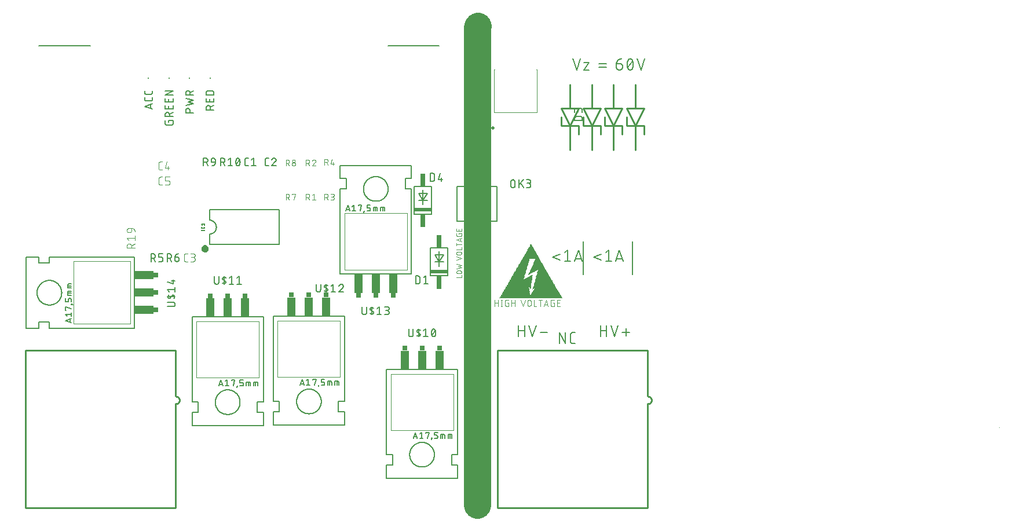
<source format=gbl>
G04 EAGLE Gerber RS-274X export*
G75*
%MOMM*%
%FSLAX34Y34*%
%LPD*%
%INSilkscreen Top*%
%IPPOS*%
%AMOC8*
5,1,8,0,0,1.08239X$1,22.5*%
G01*
%ADD10C,0.076200*%
%ADD11R,0.017781X0.017781*%
%ADD12R,0.017775X0.017781*%
%ADD13R,0.035556X0.017781*%
%ADD14R,0.035563X0.017781*%
%ADD15R,0.053338X0.017781*%
%ADD16R,9.085581X0.017775*%
%ADD17R,9.067800X0.017781*%
%ADD18R,9.032238X0.017775*%
%ADD19R,9.032238X0.017781*%
%ADD20R,8.996681X0.017781*%
%ADD21R,8.978900X0.017775*%
%ADD22R,8.961119X0.017781*%
%ADD23R,8.943338X0.017775*%
%ADD24R,8.925556X0.017781*%
%ADD25R,8.890000X0.017781*%
%ADD26R,8.872219X0.017775*%
%ADD27R,8.854438X0.017781*%
%ADD28R,8.836663X0.017775*%
%ADD29R,8.818881X0.017781*%
%ADD30R,8.783319X0.017781*%
%ADD31R,8.783319X0.017775*%
%ADD32R,8.747756X0.017781*%
%ADD33R,8.747756X0.017775*%
%ADD34R,8.712200X0.017781*%
%ADD35R,8.676638X0.017781*%
%ADD36R,8.676638X0.017775*%
%ADD37R,8.641081X0.017781*%
%ADD38R,4.213863X0.017775*%
%ADD39R,4.391656X0.017775*%
%ADD40R,4.196081X0.017781*%
%ADD41R,4.373875X0.017781*%
%ADD42R,4.356100X0.017781*%
%ADD43R,4.178300X0.017775*%
%ADD44R,4.338319X0.017775*%
%ADD45R,4.142737X0.017781*%
%ADD46R,4.302756X0.017781*%
%ADD47R,4.142737X0.017775*%
%ADD48R,4.284975X0.017775*%
%ADD49R,4.124956X0.017781*%
%ADD50R,4.267200X0.017781*%
%ADD51R,4.249419X0.017781*%
%ADD52R,4.107181X0.017775*%
%ADD53R,4.213856X0.017775*%
%ADD54R,4.089400X0.017781*%
%ADD55R,4.178300X0.017781*%
%ADD56R,4.071619X0.017775*%
%ADD57R,4.053838X0.017781*%
%ADD58R,4.036056X0.017775*%
%ADD59R,4.107175X0.017775*%
%ADD60R,4.036056X0.017781*%
%ADD61R,4.018275X0.017775*%
%ADD62R,4.053838X0.017775*%
%ADD63R,3.982719X0.017781*%
%ADD64R,4.018281X0.017781*%
%ADD65R,3.964938X0.017775*%
%ADD66R,3.982719X0.017775*%
%ADD67R,3.964938X0.017781*%
%ADD68R,3.947156X0.017775*%
%ADD69R,3.911600X0.017781*%
%ADD70R,3.929381X0.017781*%
%ADD71R,3.893819X0.017781*%
%ADD72R,3.911600X0.017775*%
%ADD73R,3.876038X0.017775*%
%ADD74R,3.858263X0.017781*%
%ADD75R,3.822700X0.017775*%
%ADD76R,3.876038X0.017781*%
%ADD77R,3.822700X0.017781*%
%ADD78R,3.858256X0.017781*%
%ADD79R,3.787138X0.017781*%
%ADD80R,3.751581X0.017775*%
%ADD81R,3.751581X0.017781*%
%ADD82R,3.804919X0.017775*%
%ADD83R,3.716019X0.017775*%
%ADD84R,3.804919X0.017781*%
%ADD85R,3.698238X0.017781*%
%ADD86R,3.680462X0.017781*%
%ADD87R,3.769363X0.017775*%
%ADD88R,3.662681X0.017775*%
%ADD89R,3.627119X0.017781*%
%ADD90R,3.591556X0.017775*%
%ADD91R,3.733800X0.017781*%
%ADD92R,3.591556X0.017781*%
%ADD93R,3.716019X0.017781*%
%ADD94R,3.556000X0.017781*%
%ADD95R,3.538219X0.017775*%
%ADD96R,3.520438X0.017781*%
%ADD97R,3.662675X0.017775*%
%ADD98R,3.484881X0.017775*%
%ADD99R,3.680456X0.017781*%
%ADD100R,3.467100X0.017781*%
%ADD101R,3.644900X0.017781*%
%ADD102R,3.431538X0.017781*%
%ADD103R,3.644900X0.017775*%
%ADD104R,3.431538X0.017775*%
%ADD105R,3.395975X0.017781*%
%ADD106R,3.627119X0.017775*%
%ADD107R,3.395975X0.017775*%
%ADD108R,3.609338X0.017781*%
%ADD109R,3.360419X0.017781*%
%ADD110R,3.324856X0.017781*%
%ADD111R,3.573781X0.017775*%
%ADD112R,3.307075X0.017775*%
%ADD113R,3.289300X0.017781*%
%ADD114R,3.556000X0.017775*%
%ADD115R,0.017781X0.017775*%
%ADD116R,3.271519X0.017775*%
%ADD117R,3.538219X0.017781*%
%ADD118R,3.235956X0.017781*%
%ADD119R,0.071119X0.017781*%
%ADD120R,3.218175X0.017781*%
%ADD121R,3.520438X0.017775*%
%ADD122R,0.106681X0.017775*%
%ADD123R,3.200400X0.017775*%
%ADD124R,3.484875X0.017781*%
%ADD125R,0.124456X0.017781*%
%ADD126R,3.164837X0.017781*%
%ADD127R,3.484875X0.017775*%
%ADD128R,0.053338X0.017775*%
%ADD129R,0.142238X0.017775*%
%ADD130R,3.164837X0.017775*%
%ADD131R,0.177800X0.017781*%
%ADD132R,3.129275X0.017781*%
%ADD133R,3.111500X0.017781*%
%ADD134R,3.449319X0.017775*%
%ADD135R,0.213356X0.017775*%
%ADD136R,3.093719X0.017775*%
%ADD137R,0.106681X0.017781*%
%ADD138R,0.248919X0.017781*%
%ADD139R,3.058156X0.017781*%
%ADD140R,3.413763X0.017775*%
%ADD141R,0.124463X0.017775*%
%ADD142R,0.266700X0.017775*%
%ADD143R,3.040381X0.017775*%
%ADD144R,3.395981X0.017781*%
%ADD145R,0.142238X0.017781*%
%ADD146R,0.284481X0.017781*%
%ADD147R,3.022600X0.017781*%
%ADD148R,3.378200X0.017775*%
%ADD149R,0.160019X0.017775*%
%ADD150R,3.307081X0.017775*%
%ADD151R,3.307081X0.017781*%
%ADD152R,3.360419X0.017775*%
%ADD153R,0.195575X0.017775*%
%ADD154R,0.195581X0.017781*%
%ADD155R,3.253738X0.017781*%
%ADD156R,0.231138X0.017781*%
%ADD157R,0.248919X0.017775*%
%ADD158R,3.218181X0.017775*%
%ADD159R,3.218181X0.017781*%
%ADD160R,3.289300X0.017775*%
%ADD161R,3.271519X0.017781*%
%ADD162R,0.266700X0.017781*%
%ADD163R,3.182619X0.017781*%
%ADD164R,0.302256X0.017781*%
%ADD165R,3.147056X0.017775*%
%ADD166R,3.573781X0.017781*%
%ADD167R,3.147056X0.017781*%
%ADD168R,3.111500X0.017775*%
%ADD169R,3.093719X0.017781*%
%ADD170R,3.075938X0.017775*%
%ADD171R,3.502656X0.017775*%
%ADD172R,3.058156X0.017775*%
%ADD173R,3.040381X0.017781*%
%ADD174R,3.502656X0.017781*%
%ADD175R,2.987038X0.017775*%
%ADD176R,2.987038X0.017781*%
%ADD177R,3.467100X0.017775*%
%ADD178R,2.969256X0.017775*%
%ADD179R,2.969256X0.017781*%
%ADD180R,2.933700X0.017781*%
%ADD181R,2.933700X0.017775*%
%ADD182R,3.449319X0.017781*%
%ADD183R,2.915919X0.017781*%
%ADD184R,2.880356X0.017775*%
%ADD185R,2.880356X0.017781*%
%ADD186R,3.413756X0.017781*%
%ADD187R,2.862581X0.017781*%
%ADD188R,3.413756X0.017775*%
%ADD189R,2.862581X0.017775*%
%ADD190R,3.413763X0.017781*%
%ADD191R,2.827019X0.017781*%
%ADD192R,3.395981X0.017775*%
%ADD193R,2.827019X0.017775*%
%ADD194R,2.809238X0.017781*%
%ADD195R,3.378200X0.017781*%
%ADD196R,2.791456X0.017781*%
%ADD197R,2.773681X0.017775*%
%ADD198R,2.755900X0.017781*%
%ADD199R,2.755900X0.017775*%
%ADD200R,3.342638X0.017781*%
%ADD201R,2.720338X0.017781*%
%ADD202R,2.702556X0.017781*%
%ADD203R,3.342638X0.017775*%
%ADD204R,2.702556X0.017775*%
%ADD205R,2.684775X0.017781*%
%ADD206R,3.324856X0.017775*%
%ADD207R,2.684775X0.017775*%
%ADD208R,3.307075X0.017781*%
%ADD209R,2.649219X0.017781*%
%ADD210R,2.631438X0.017775*%
%ADD211R,2.595881X0.017781*%
%ADD212R,2.595881X0.017775*%
%ADD213R,2.578100X0.017781*%
%ADD214R,2.560319X0.017781*%
%ADD215R,3.253738X0.017775*%
%ADD216R,2.542538X0.017775*%
%ADD217R,2.542538X0.017781*%
%ADD218R,2.524756X0.017775*%
%ADD219R,2.506975X0.017781*%
%ADD220R,2.489200X0.017781*%
%ADD221R,3.218175X0.017775*%
%ADD222R,2.471419X0.017775*%
%ADD223R,2.453638X0.017781*%
%ADD224R,2.435856X0.017775*%
%ADD225R,2.435856X0.017781*%
%ADD226R,2.418075X0.017781*%
%ADD227R,2.400300X0.017775*%
%ADD228R,2.382519X0.017781*%
%ADD229R,2.364737X0.017775*%
%ADD230R,2.364737X0.017781*%
%ADD231R,2.329181X0.017781*%
%ADD232R,1.902463X0.017775*%
%ADD233R,1.191256X0.017775*%
%ADD234R,2.311400X0.017775*%
%ADD235R,1.920238X0.017781*%
%ADD236R,1.173481X0.017781*%
%ADD237R,2.311400X0.017781*%
%ADD238R,1.902456X0.017775*%
%ADD239R,1.137919X0.017775*%
%ADD240R,2.293619X0.017775*%
%ADD241R,1.902456X0.017781*%
%ADD242R,1.084581X0.017781*%
%ADD243R,2.275838X0.017781*%
%ADD244R,1.884675X0.017781*%
%ADD245R,1.066800X0.017781*%
%ADD246R,2.258056X0.017781*%
%ADD247R,1.884681X0.017775*%
%ADD248R,1.031238X0.017775*%
%ADD249R,2.258056X0.017775*%
%ADD250R,1.884681X0.017781*%
%ADD251R,0.995681X0.017781*%
%ADD252R,2.240275X0.017781*%
%ADD253R,0.960119X0.017775*%
%ADD254R,2.204719X0.017775*%
%ADD255R,0.924563X0.017781*%
%ADD256R,2.204719X0.017781*%
%ADD257R,1.866900X0.017781*%
%ADD258R,0.889000X0.017781*%
%ADD259R,2.186937X0.017781*%
%ADD260R,1.866900X0.017775*%
%ADD261R,0.871219X0.017775*%
%ADD262R,2.169156X0.017775*%
%ADD263R,0.835663X0.017781*%
%ADD264R,2.151375X0.017781*%
%ADD265R,1.849119X0.017775*%
%ADD266R,0.800100X0.017775*%
%ADD267R,2.133600X0.017775*%
%ADD268R,1.849119X0.017781*%
%ADD269R,0.764538X0.017781*%
%ADD270R,2.133600X0.017781*%
%ADD271R,0.746756X0.017781*%
%ADD272R,2.098038X0.017781*%
%ADD273R,0.711200X0.017775*%
%ADD274R,2.098038X0.017775*%
%ADD275R,1.831338X0.017781*%
%ADD276R,0.675638X0.017781*%
%ADD277R,2.080262X0.017781*%
%ADD278R,1.831338X0.017775*%
%ADD279R,0.657856X0.017775*%
%ADD280R,2.080262X0.017775*%
%ADD281R,0.604519X0.017781*%
%ADD282R,2.044700X0.017781*%
%ADD283R,1.813556X0.017781*%
%ADD284R,0.586738X0.017781*%
%ADD285R,2.026919X0.017781*%
%ADD286R,1.813556X0.017775*%
%ADD287R,0.551181X0.017775*%
%ADD288R,2.026919X0.017775*%
%ADD289R,0.515619X0.017781*%
%ADD290R,2.009138X0.017781*%
%ADD291R,0.480056X0.017775*%
%ADD292R,1.991356X0.017775*%
%ADD293R,1.795781X0.017781*%
%ADD294R,0.444500X0.017781*%
%ADD295R,1.973575X0.017781*%
%ADD296R,0.408938X0.017781*%
%ADD297R,1.955800X0.017781*%
%ADD298R,1.795775X0.017775*%
%ADD299R,0.391156X0.017775*%
%ADD300R,1.938019X0.017775*%
%ADD301R,1.778000X0.017781*%
%ADD302R,0.355600X0.017781*%
%ADD303R,1.778000X0.017775*%
%ADD304R,0.337819X0.017775*%
%ADD305R,1.920238X0.017775*%
%ADD306R,0.284475X0.017781*%
%ADD307R,1.760219X0.017775*%
%ADD308R,0.231138X0.017775*%
%ADD309R,0.177800X0.017775*%
%ADD310R,1.742438X0.017781*%
%ADD311R,1.813563X0.017781*%
%ADD312R,1.724662X0.017781*%
%ADD313R,1.742438X0.017775*%
%ADD314R,0.071119X0.017775*%
%ADD315R,1.795781X0.017775*%
%ADD316R,1.724656X0.017775*%
%ADD317R,1.724656X0.017781*%
%ADD318R,1.706881X0.017775*%
%ADD319R,1.706875X0.017775*%
%ADD320R,1.706881X0.017781*%
%ADD321R,1.706875X0.017781*%
%ADD322R,1.689100X0.017775*%
%ADD323R,1.653538X0.017781*%
%ADD324R,1.689100X0.017781*%
%ADD325R,1.635756X0.017775*%
%ADD326R,1.635756X0.017781*%
%ADD327R,1.671319X0.017775*%
%ADD328R,1.600200X0.017775*%
%ADD329R,0.160019X0.017781*%
%ADD330R,1.600200X0.017781*%
%ADD331R,1.671319X0.017781*%
%ADD332R,1.582419X0.017781*%
%ADD333R,1.653538X0.017775*%
%ADD334R,1.564638X0.017775*%
%ADD335R,1.546863X0.017781*%
%ADD336R,1.529081X0.017775*%
%ADD337R,1.529081X0.017781*%
%ADD338R,0.320038X0.017781*%
%ADD339R,1.511300X0.017781*%
%ADD340R,1.493519X0.017775*%
%ADD341R,0.373381X0.017781*%
%ADD342R,1.475738X0.017781*%
%ADD343R,1.617981X0.017775*%
%ADD344R,1.457956X0.017775*%
%ADD345R,1.617981X0.017781*%
%ADD346R,1.440175X0.017781*%
%ADD347R,1.617975X0.017781*%
%ADD348R,1.422400X0.017781*%
%ADD349R,1.617975X0.017775*%
%ADD350R,0.462281X0.017775*%
%ADD351R,1.404619X0.017775*%
%ADD352R,0.497838X0.017781*%
%ADD353R,1.404619X0.017781*%
%ADD354R,0.515619X0.017775*%
%ADD355R,1.386838X0.017775*%
%ADD356R,0.551175X0.017781*%
%ADD357R,1.369056X0.017781*%
%ADD358R,0.551181X0.017781*%
%ADD359R,1.351281X0.017781*%
%ADD360R,1.582419X0.017775*%
%ADD361R,0.586738X0.017775*%
%ADD362R,1.351281X0.017775*%
%ADD363R,1.315719X0.017781*%
%ADD364R,0.640081X0.017775*%
%ADD365R,1.315719X0.017775*%
%ADD366R,1.564638X0.017781*%
%ADD367R,0.657856X0.017781*%
%ADD368R,1.297937X0.017781*%
%ADD369R,1.262381X0.017781*%
%ADD370R,0.728975X0.017775*%
%ADD371R,1.262381X0.017775*%
%ADD372R,1.546856X0.017781*%
%ADD373R,0.728981X0.017781*%
%ADD374R,1.244600X0.017781*%
%ADD375R,0.746756X0.017775*%
%ADD376R,1.244600X0.017775*%
%ADD377R,0.782319X0.017781*%
%ADD378R,1.209037X0.017781*%
%ADD379R,0.817875X0.017781*%
%ADD380R,1.191256X0.017781*%
%ADD381R,0.835656X0.017775*%
%ADD382R,1.529075X0.017781*%
%ADD383R,0.853438X0.017781*%
%ADD384R,1.173475X0.017781*%
%ADD385R,1.529075X0.017775*%
%ADD386R,0.889000X0.017775*%
%ADD387R,1.155700X0.017775*%
%ADD388R,1.137919X0.017781*%
%ADD389R,0.942338X0.017781*%
%ADD390R,1.511300X0.017775*%
%ADD391R,0.942338X0.017775*%
%ADD392R,1.102356X0.017775*%
%ADD393R,1.493519X0.017781*%
%ADD394R,0.977900X0.017781*%
%ADD395R,0.995681X0.017775*%
%ADD396R,1.084581X0.017775*%
%ADD397R,1.031238X0.017781*%
%ADD398R,1.049019X0.017781*%
%ADD399R,1.475738X0.017775*%
%ADD400R,2.062481X0.017775*%
%ADD401R,1.457956X0.017781*%
%ADD402R,2.009138X0.017775*%
%ADD403R,1.991356X0.017781*%
%ADD404R,1.973575X0.017775*%
%ADD405R,1.938019X0.017781*%
%ADD406R,1.440175X0.017775*%
%ADD407R,1.440181X0.017781*%
%ADD408R,1.422400X0.017775*%
%ADD409R,1.884675X0.017775*%
%ADD410R,1.386838X0.017781*%
%ADD411R,1.760219X0.017781*%
%ADD412R,1.369056X0.017775*%
%ADD413R,1.351275X0.017781*%
%ADD414R,1.635763X0.017781*%
%ADD415R,1.333500X0.017775*%
%ADD416R,1.333500X0.017781*%
%ADD417R,1.297937X0.017775*%
%ADD418R,1.440181X0.017775*%
%ADD419R,1.280156X0.017775*%
%ADD420R,1.351275X0.017775*%
%ADD421R,1.262375X0.017781*%
%ADD422R,1.226819X0.017781*%
%ADD423R,1.226819X0.017775*%
%ADD424R,1.120138X0.017781*%
%ADD425R,1.209037X0.017775*%
%ADD426R,1.102356X0.017781*%
%ADD427R,1.066800X0.017775*%
%ADD428R,1.173475X0.017775*%
%ADD429R,1.013463X0.017775*%
%ADD430R,1.173481X0.017775*%
%ADD431R,0.977900X0.017775*%
%ADD432R,0.960119X0.017781*%
%ADD433R,1.155700X0.017781*%
%ADD434R,0.906781X0.017775*%
%ADD435R,0.906781X0.017781*%
%ADD436R,0.871219X0.017781*%
%ADD437R,0.835663X0.017775*%
%ADD438R,0.817881X0.017781*%
%ADD439R,1.120138X0.017775*%
%ADD440R,0.728975X0.017781*%
%ADD441R,1.084575X0.017775*%
%ADD442R,1.084575X0.017781*%
%ADD443R,0.693419X0.017781*%
%ADD444R,0.622300X0.017781*%
%ADD445R,0.604519X0.017775*%
%ADD446R,1.049019X0.017775*%
%ADD447R,0.568956X0.017775*%
%ADD448R,0.533400X0.017781*%
%ADD449R,0.533400X0.017775*%
%ADD450R,2.418081X0.017781*%
%ADD451R,2.382519X0.017775*%
%ADD452R,2.346956X0.017781*%
%ADD453R,2.346956X0.017775*%
%ADD454R,2.275838X0.017775*%
%ADD455R,2.240281X0.017775*%
%ADD456R,2.151381X0.017781*%
%ADD457R,2.062481X0.017781*%
%ADD458R,1.955800X0.017775*%
%ADD459R,1.280156X0.017781*%
%ADD460R,0.924556X0.017781*%
%ADD461R,0.782319X0.017775*%
%ADD462R,0.711200X0.017781*%
%ADD463R,0.693419X0.017775*%
%ADD464R,0.640081X0.017781*%
%ADD465R,0.622300X0.017775*%
%ADD466R,0.568956X0.017781*%
%ADD467R,0.497838X0.017775*%
%ADD468R,0.462281X0.017781*%
%ADD469R,0.426719X0.017781*%
%ADD470R,0.426719X0.017775*%
%ADD471R,0.391156X0.017781*%
%ADD472R,0.337819X0.017781*%
%ADD473R,0.320038X0.017775*%
%ADD474R,0.284481X0.017775*%
%ADD475R,0.088900X0.017781*%
%ADD476C,4.000000*%
%ADD477C,0.152400*%
%ADD478C,0.101600*%
%ADD479C,0.127000*%
%ADD480C,0.203200*%
%ADD481R,2.540000X0.508000*%
%ADD482R,0.762000X1.905000*%
%ADD483C,0.050800*%
%ADD484R,0.762000X0.635000*%
%ADD485R,1.270000X2.794000*%
%ADD486R,0.635000X0.762000*%
%ADD487R,2.794000X1.270000*%
%ADD488C,0.500000*%
%ADD489C,0.120000*%
%ADD490C,0.254000*%
%ADD491R,0.200000X0.200000*%

G36*
X273981Y343977D02*
X273981Y343977D01*
X274029Y343991D01*
X274119Y344008D01*
X275126Y344360D01*
X275170Y344385D01*
X275254Y344422D01*
X276157Y344990D01*
X276194Y345024D01*
X276268Y345078D01*
X277022Y345832D01*
X277051Y345874D01*
X277111Y345943D01*
X277678Y346846D01*
X277697Y346893D01*
X277740Y346974D01*
X278092Y347981D01*
X278100Y348031D01*
X278123Y348119D01*
X278243Y349179D01*
X278239Y349229D01*
X278243Y349321D01*
X278123Y350381D01*
X278109Y350429D01*
X278092Y350519D01*
X277740Y351526D01*
X277715Y351570D01*
X277678Y351654D01*
X277111Y352557D01*
X277077Y352594D01*
X277022Y352668D01*
X276268Y353422D01*
X276226Y353451D01*
X276157Y353511D01*
X275254Y354078D01*
X275207Y354097D01*
X275126Y354140D01*
X274119Y354492D01*
X274069Y354500D01*
X273981Y354523D01*
X272921Y354643D01*
X272871Y354639D01*
X272779Y354643D01*
X271719Y354523D01*
X271671Y354509D01*
X271581Y354492D01*
X270574Y354140D01*
X270530Y354115D01*
X270446Y354078D01*
X269543Y353511D01*
X269506Y353477D01*
X269432Y353422D01*
X268678Y352668D01*
X268649Y352626D01*
X268590Y352557D01*
X268022Y351654D01*
X268003Y351607D01*
X267960Y351526D01*
X267608Y350519D01*
X267600Y350469D01*
X267577Y350381D01*
X267457Y349321D01*
X267461Y349271D01*
X267457Y349179D01*
X267577Y348119D01*
X267591Y348071D01*
X267608Y347981D01*
X267960Y346974D01*
X267985Y346930D01*
X268022Y346846D01*
X268590Y345943D01*
X268624Y345906D01*
X268678Y345832D01*
X269432Y345078D01*
X269474Y345049D01*
X269543Y344990D01*
X270446Y344422D01*
X270493Y344403D01*
X270574Y344360D01*
X271581Y344008D01*
X271631Y344000D01*
X271719Y343977D01*
X272779Y343857D01*
X272829Y343861D01*
X272921Y343857D01*
X273981Y343977D01*
G37*
D10*
X640381Y307242D02*
X647619Y307242D01*
X647619Y310459D01*
X645608Y313227D02*
X642392Y313227D01*
X642392Y313226D02*
X642303Y313228D01*
X642214Y313234D01*
X642126Y313244D01*
X642038Y313257D01*
X641951Y313275D01*
X641864Y313296D01*
X641779Y313322D01*
X641695Y313351D01*
X641612Y313383D01*
X641531Y313420D01*
X641451Y313460D01*
X641374Y313503D01*
X641298Y313550D01*
X641224Y313600D01*
X641153Y313653D01*
X641084Y313709D01*
X641018Y313769D01*
X640954Y313831D01*
X640894Y313896D01*
X640836Y313963D01*
X640781Y314033D01*
X640729Y314106D01*
X640681Y314181D01*
X640636Y314257D01*
X640594Y314336D01*
X640556Y314416D01*
X640522Y314498D01*
X640491Y314582D01*
X640464Y314667D01*
X640440Y314752D01*
X640421Y314839D01*
X640405Y314927D01*
X640393Y315015D01*
X640385Y315104D01*
X640381Y315193D01*
X640381Y315281D01*
X640385Y315370D01*
X640393Y315459D01*
X640405Y315547D01*
X640421Y315635D01*
X640440Y315722D01*
X640464Y315807D01*
X640491Y315892D01*
X640522Y315976D01*
X640556Y316058D01*
X640594Y316138D01*
X640636Y316217D01*
X640681Y316293D01*
X640729Y316368D01*
X640781Y316441D01*
X640836Y316511D01*
X640894Y316578D01*
X640954Y316643D01*
X641018Y316705D01*
X641084Y316765D01*
X641153Y316821D01*
X641224Y316874D01*
X641298Y316924D01*
X641374Y316971D01*
X641451Y317014D01*
X641531Y317054D01*
X641612Y317091D01*
X641695Y317123D01*
X641779Y317152D01*
X641864Y317178D01*
X641951Y317199D01*
X642038Y317217D01*
X642126Y317230D01*
X642214Y317240D01*
X642303Y317246D01*
X642392Y317248D01*
X645608Y317248D01*
X645697Y317246D01*
X645786Y317240D01*
X645874Y317230D01*
X645962Y317217D01*
X646049Y317199D01*
X646136Y317178D01*
X646221Y317152D01*
X646305Y317123D01*
X646388Y317091D01*
X646469Y317054D01*
X646549Y317014D01*
X646626Y316971D01*
X646702Y316924D01*
X646776Y316874D01*
X646847Y316821D01*
X646916Y316765D01*
X646982Y316705D01*
X647046Y316643D01*
X647106Y316578D01*
X647164Y316511D01*
X647219Y316441D01*
X647271Y316368D01*
X647319Y316293D01*
X647364Y316217D01*
X647406Y316138D01*
X647444Y316058D01*
X647478Y315976D01*
X647509Y315892D01*
X647536Y315807D01*
X647560Y315722D01*
X647579Y315635D01*
X647595Y315547D01*
X647607Y315459D01*
X647615Y315370D01*
X647619Y315281D01*
X647619Y315193D01*
X647615Y315104D01*
X647607Y315015D01*
X647595Y314927D01*
X647579Y314839D01*
X647560Y314752D01*
X647536Y314667D01*
X647509Y314582D01*
X647478Y314498D01*
X647444Y314416D01*
X647406Y314336D01*
X647364Y314257D01*
X647319Y314181D01*
X647271Y314106D01*
X647219Y314033D01*
X647164Y313963D01*
X647106Y313896D01*
X647046Y313831D01*
X646982Y313769D01*
X646916Y313709D01*
X646847Y313653D01*
X646776Y313600D01*
X646702Y313550D01*
X646626Y313503D01*
X646549Y313460D01*
X646469Y313420D01*
X646388Y313383D01*
X646305Y313351D01*
X646221Y313322D01*
X646136Y313296D01*
X646049Y313275D01*
X645962Y313257D01*
X645874Y313244D01*
X645786Y313234D01*
X645697Y313228D01*
X645608Y313226D01*
X640381Y320180D02*
X647619Y321789D01*
X642794Y323397D01*
X647619Y325006D01*
X640381Y326614D01*
X640381Y332985D02*
X647619Y335397D01*
X640381Y337810D01*
X642392Y340587D02*
X645608Y340587D01*
X642392Y340586D02*
X642303Y340588D01*
X642214Y340594D01*
X642126Y340604D01*
X642038Y340617D01*
X641951Y340635D01*
X641864Y340656D01*
X641779Y340682D01*
X641695Y340711D01*
X641612Y340743D01*
X641531Y340780D01*
X641451Y340820D01*
X641374Y340863D01*
X641298Y340910D01*
X641224Y340960D01*
X641153Y341013D01*
X641084Y341069D01*
X641018Y341129D01*
X640954Y341191D01*
X640894Y341256D01*
X640836Y341323D01*
X640781Y341393D01*
X640729Y341466D01*
X640681Y341541D01*
X640636Y341617D01*
X640594Y341696D01*
X640556Y341776D01*
X640522Y341858D01*
X640491Y341942D01*
X640464Y342027D01*
X640440Y342112D01*
X640421Y342199D01*
X640405Y342287D01*
X640393Y342375D01*
X640385Y342464D01*
X640381Y342553D01*
X640381Y342641D01*
X640385Y342730D01*
X640393Y342819D01*
X640405Y342907D01*
X640421Y342995D01*
X640440Y343082D01*
X640464Y343167D01*
X640491Y343252D01*
X640522Y343336D01*
X640556Y343418D01*
X640594Y343498D01*
X640636Y343577D01*
X640681Y343653D01*
X640729Y343728D01*
X640781Y343801D01*
X640836Y343871D01*
X640894Y343938D01*
X640954Y344003D01*
X641018Y344065D01*
X641084Y344125D01*
X641153Y344181D01*
X641224Y344234D01*
X641298Y344284D01*
X641374Y344331D01*
X641451Y344374D01*
X641531Y344414D01*
X641612Y344451D01*
X641695Y344483D01*
X641779Y344512D01*
X641864Y344538D01*
X641951Y344559D01*
X642038Y344577D01*
X642126Y344590D01*
X642214Y344600D01*
X642303Y344606D01*
X642392Y344608D01*
X645608Y344608D01*
X645697Y344606D01*
X645786Y344600D01*
X645874Y344590D01*
X645962Y344577D01*
X646049Y344559D01*
X646136Y344538D01*
X646221Y344512D01*
X646305Y344483D01*
X646388Y344451D01*
X646469Y344414D01*
X646549Y344374D01*
X646626Y344331D01*
X646702Y344284D01*
X646776Y344234D01*
X646847Y344181D01*
X646916Y344125D01*
X646982Y344065D01*
X647046Y344003D01*
X647106Y343938D01*
X647164Y343871D01*
X647219Y343801D01*
X647271Y343728D01*
X647319Y343653D01*
X647364Y343577D01*
X647406Y343498D01*
X647444Y343418D01*
X647478Y343336D01*
X647509Y343252D01*
X647536Y343167D01*
X647560Y343082D01*
X647579Y342995D01*
X647595Y342907D01*
X647607Y342819D01*
X647615Y342730D01*
X647619Y342641D01*
X647619Y342553D01*
X647615Y342464D01*
X647607Y342375D01*
X647595Y342287D01*
X647579Y342199D01*
X647560Y342112D01*
X647536Y342027D01*
X647509Y341942D01*
X647478Y341858D01*
X647444Y341776D01*
X647406Y341696D01*
X647364Y341617D01*
X647319Y341541D01*
X647271Y341466D01*
X647219Y341393D01*
X647164Y341323D01*
X647106Y341256D01*
X647046Y341191D01*
X646982Y341129D01*
X646916Y341069D01*
X646847Y341013D01*
X646776Y340960D01*
X646702Y340910D01*
X646626Y340863D01*
X646549Y340820D01*
X646469Y340780D01*
X646388Y340743D01*
X646305Y340711D01*
X646221Y340682D01*
X646136Y340656D01*
X646049Y340635D01*
X645962Y340617D01*
X645874Y340604D01*
X645786Y340594D01*
X645697Y340588D01*
X645608Y340586D01*
X647619Y348042D02*
X640381Y348042D01*
X647619Y348042D02*
X647619Y351259D01*
X647619Y355557D02*
X640381Y355557D01*
X640381Y353547D02*
X640381Y357568D01*
X640381Y362277D02*
X647619Y359864D01*
X647619Y364690D02*
X640381Y362277D01*
X645810Y364087D02*
X645810Y360468D01*
X643598Y370521D02*
X643598Y371728D01*
X647619Y371728D01*
X647619Y369315D01*
X647617Y369236D01*
X647611Y369157D01*
X647602Y369079D01*
X647588Y369001D01*
X647571Y368924D01*
X647550Y368848D01*
X647525Y368773D01*
X647497Y368700D01*
X647465Y368627D01*
X647429Y368557D01*
X647390Y368488D01*
X647348Y368422D01*
X647303Y368357D01*
X647254Y368295D01*
X647202Y368235D01*
X647148Y368178D01*
X647091Y368124D01*
X647031Y368072D01*
X646969Y368023D01*
X646904Y367978D01*
X646838Y367936D01*
X646769Y367897D01*
X646699Y367861D01*
X646626Y367829D01*
X646553Y367801D01*
X646478Y367776D01*
X646402Y367755D01*
X646325Y367738D01*
X646247Y367724D01*
X646169Y367715D01*
X646090Y367709D01*
X646011Y367707D01*
X641989Y367707D01*
X641989Y367706D02*
X641910Y367708D01*
X641831Y367714D01*
X641753Y367723D01*
X641675Y367737D01*
X641598Y367754D01*
X641522Y367775D01*
X641447Y367800D01*
X641373Y367828D01*
X641301Y367860D01*
X641231Y367896D01*
X641162Y367935D01*
X641095Y367977D01*
X641031Y368023D01*
X640968Y368071D01*
X640908Y368123D01*
X640851Y368177D01*
X640797Y368234D01*
X640745Y368294D01*
X640697Y368356D01*
X640651Y368421D01*
X640609Y368488D01*
X640570Y368556D01*
X640535Y368627D01*
X640502Y368699D01*
X640474Y368773D01*
X640449Y368848D01*
X640428Y368924D01*
X640411Y369001D01*
X640397Y369079D01*
X640388Y369157D01*
X640382Y369236D01*
X640380Y369315D01*
X640381Y369315D02*
X640381Y371728D01*
X647619Y375402D02*
X647619Y378619D01*
X647619Y375402D02*
X640381Y375402D01*
X640381Y378619D01*
X643598Y377815D02*
X643598Y375402D01*
D11*
X703861Y276835D03*
X704216Y276835D03*
D12*
X704572Y276835D03*
X704927Y276835D03*
D11*
X705283Y276835D03*
X705639Y276835D03*
X705994Y276835D03*
D12*
X706350Y276835D03*
X706705Y276835D03*
D13*
X707150Y276835D03*
D12*
X707594Y276835D03*
X708128Y276835D03*
X708483Y276835D03*
D11*
X708839Y276835D03*
D13*
X709283Y276835D03*
D11*
X709728Y276835D03*
X710084Y276835D03*
X710439Y276835D03*
X710973Y276835D03*
X711328Y276835D03*
D12*
X711684Y276835D03*
D13*
X712128Y276835D03*
D12*
X712573Y276835D03*
D11*
X713106Y276835D03*
D12*
X713462Y276835D03*
X713817Y276835D03*
D11*
X714173Y276835D03*
X714529Y276835D03*
X714884Y276835D03*
D12*
X715240Y276835D03*
X715595Y276835D03*
D11*
X715951Y276835D03*
X716307Y276835D03*
X716662Y276835D03*
D13*
X717107Y276835D03*
D11*
X717551Y276835D03*
X718085Y276835D03*
X718440Y276835D03*
D12*
X718796Y276835D03*
D13*
X719240Y276835D03*
D12*
X719685Y276835D03*
D11*
X720218Y276835D03*
D12*
X720574Y276835D03*
X720929Y276835D03*
D11*
X721285Y276835D03*
X721641Y276835D03*
X721996Y276835D03*
D12*
X722352Y276835D03*
X722707Y276835D03*
D11*
X723063Y276835D03*
X723419Y276835D03*
X723774Y276835D03*
D13*
X724219Y276835D03*
D11*
X724663Y276835D03*
X725197Y276835D03*
X725552Y276835D03*
D12*
X725908Y276835D03*
D13*
X726352Y276835D03*
D12*
X726797Y276835D03*
X727152Y276835D03*
D11*
X727508Y276835D03*
D12*
X728041Y276835D03*
D11*
X728397Y276835D03*
X728753Y276835D03*
D14*
X729197Y276835D03*
D11*
X729642Y276835D03*
X730175Y276835D03*
X730531Y276835D03*
X730886Y276835D03*
D12*
X731242Y276835D03*
X731597Y276835D03*
D11*
X731953Y276835D03*
X732309Y276835D03*
X732664Y276835D03*
D12*
X733020Y276835D03*
X733375Y276835D03*
D11*
X733731Y276835D03*
D13*
X734175Y276835D03*
D11*
X734620Y276835D03*
D12*
X735153Y276835D03*
D11*
X735509Y276835D03*
X735865Y276835D03*
D14*
X736309Y276835D03*
D11*
X736754Y276835D03*
X737287Y276835D03*
X737643Y276835D03*
X737998Y276835D03*
D12*
X738354Y276835D03*
X738709Y276835D03*
D11*
X739065Y276835D03*
X739421Y276835D03*
X739776Y276835D03*
D12*
X740132Y276835D03*
X740487Y276835D03*
D11*
X740843Y276835D03*
D13*
X741287Y276835D03*
D11*
X741732Y276835D03*
D12*
X742265Y276835D03*
D11*
X742621Y276835D03*
X742977Y276835D03*
D14*
X743421Y276835D03*
D11*
X743866Y276835D03*
X744221Y276835D03*
D12*
X744577Y276835D03*
D11*
X745110Y276835D03*
D12*
X745466Y276835D03*
X745821Y276835D03*
D13*
X746266Y276835D03*
D12*
X746710Y276835D03*
X747244Y276835D03*
X747599Y276835D03*
D11*
X747955Y276835D03*
X748311Y276835D03*
X748666Y276835D03*
D12*
X749022Y276835D03*
X749377Y276835D03*
D11*
X749733Y276835D03*
X750089Y276835D03*
X750444Y276835D03*
D12*
X750800Y276835D03*
D13*
X751244Y276835D03*
D12*
X751689Y276835D03*
D11*
X752222Y276835D03*
D12*
X752578Y276835D03*
X752933Y276835D03*
D13*
X753378Y276835D03*
D12*
X753822Y276835D03*
X754356Y276835D03*
X754711Y276835D03*
D11*
X755067Y276835D03*
X755423Y276835D03*
X755778Y276835D03*
D12*
X756134Y276835D03*
X756489Y276835D03*
D11*
X756845Y276835D03*
X757201Y276835D03*
X757556Y276835D03*
D12*
X757912Y276835D03*
D13*
X758356Y276835D03*
D12*
X758801Y276835D03*
D11*
X759334Y276835D03*
D12*
X759690Y276835D03*
X760045Y276835D03*
D13*
X760490Y276835D03*
D12*
X760934Y276835D03*
D11*
X761290Y276835D03*
X761646Y276835D03*
X762179Y276835D03*
X762535Y276835D03*
X762890Y276835D03*
D13*
X763335Y276835D03*
D11*
X763779Y276835D03*
X764313Y276835D03*
X764668Y276835D03*
D12*
X765024Y276835D03*
X765379Y276835D03*
D11*
X765735Y276835D03*
X766091Y276835D03*
X766446Y276835D03*
D12*
X766802Y276835D03*
X767157Y276835D03*
D11*
X767513Y276835D03*
X767869Y276835D03*
D14*
X768313Y276835D03*
D11*
X768758Y276835D03*
X769291Y276835D03*
X769647Y276835D03*
X770002Y276835D03*
D13*
X770447Y276835D03*
D11*
X770891Y276835D03*
X771425Y276835D03*
X771780Y276835D03*
D12*
X772136Y276835D03*
X772491Y276835D03*
D11*
X772847Y276835D03*
X773203Y276835D03*
X773558Y276835D03*
D12*
X773914Y276835D03*
X774269Y276835D03*
D11*
X774625Y276835D03*
X774981Y276835D03*
D14*
X775425Y276835D03*
D11*
X775870Y276835D03*
X776403Y276835D03*
X776759Y276835D03*
X777114Y276835D03*
D13*
X777559Y276835D03*
D11*
X778003Y276835D03*
D12*
X778359Y276835D03*
X778714Y276835D03*
X779248Y276835D03*
X779603Y276835D03*
D11*
X779959Y276835D03*
D13*
X780403Y276835D03*
D11*
X780848Y276835D03*
D12*
X781381Y276835D03*
D11*
X781737Y276835D03*
X782093Y276835D03*
X782448Y276835D03*
D12*
X782804Y276835D03*
X783159Y276835D03*
D11*
X783515Y276835D03*
X783871Y276835D03*
X784226Y276835D03*
D12*
X784582Y276835D03*
X784937Y276835D03*
D13*
X785382Y276835D03*
D12*
X785826Y276835D03*
X786360Y276835D03*
X786715Y276835D03*
D11*
X787071Y276835D03*
D13*
X787515Y276835D03*
D11*
X787960Y276835D03*
D12*
X788493Y276835D03*
D11*
X788849Y276835D03*
X789205Y276835D03*
X789560Y276835D03*
D12*
X789916Y276835D03*
X790271Y276835D03*
D11*
X790627Y276835D03*
X790983Y276835D03*
X791338Y276835D03*
D12*
X791694Y276835D03*
X792049Y276835D03*
D11*
X792405Y276835D03*
D13*
X792849Y276835D03*
D12*
X793472Y276835D03*
D15*
X794005Y276835D03*
D16*
X749200Y277013D03*
D17*
X749111Y277191D03*
D18*
X749111Y277368D03*
D19*
X749111Y277546D03*
D20*
X749111Y277724D03*
D21*
X749200Y277902D03*
D22*
X749111Y278080D03*
D23*
X749022Y278257D03*
D24*
X749111Y278435D03*
D25*
X749111Y278613D03*
D26*
X749200Y278791D03*
D27*
X749111Y278969D03*
D28*
X749200Y279146D03*
D29*
X749111Y279324D03*
D30*
X749111Y279502D03*
D31*
X749111Y279680D03*
D32*
X749111Y279858D03*
D33*
X749111Y280035D03*
D34*
X749111Y280213D03*
D35*
X749111Y280391D03*
D36*
X749111Y280569D03*
D37*
X749111Y280747D03*
D38*
X726975Y280924D03*
D39*
X770358Y280924D03*
D40*
X727064Y281102D03*
D41*
X770269Y281102D03*
D40*
X727064Y281280D03*
D42*
X770358Y281280D03*
D43*
X727152Y281458D03*
D44*
X770269Y281458D03*
D45*
X727152Y281636D03*
D46*
X770269Y281636D03*
D47*
X727152Y281813D03*
D48*
X770358Y281813D03*
D49*
X727241Y281991D03*
D50*
X770269Y281991D03*
D49*
X727241Y282169D03*
D51*
X770358Y282169D03*
D52*
X727330Y282347D03*
D53*
X770358Y282347D03*
D54*
X727419Y282525D03*
D55*
X770358Y282525D03*
D56*
X727330Y282702D03*
D43*
X770358Y282702D03*
D57*
X727419Y282880D03*
D45*
X770358Y282880D03*
D57*
X727419Y283058D03*
D49*
X770447Y283058D03*
D58*
X727508Y283236D03*
D59*
X770358Y283236D03*
D60*
X727508Y283414D03*
D54*
X770447Y283414D03*
D61*
X727597Y283591D03*
D62*
X770447Y283591D03*
D63*
X727597Y283769D03*
D60*
X770358Y283769D03*
D63*
X727597Y283947D03*
D64*
X770447Y283947D03*
D65*
X727686Y284125D03*
D66*
X770447Y284125D03*
D67*
X727686Y284303D03*
X770536Y284303D03*
D68*
X727775Y284480D03*
X770447Y284480D03*
D69*
X727775Y284658D03*
D70*
X770536Y284658D03*
X727864Y284836D03*
D71*
X770536Y284836D03*
D72*
X727775Y285014D03*
D73*
X770447Y285014D03*
D71*
X727864Y285192D03*
D74*
X770536Y285192D03*
D73*
X727952Y285369D03*
D75*
X770536Y285369D03*
D76*
X727952Y285547D03*
D77*
X770536Y285547D03*
D78*
X728041Y285725D03*
D79*
X770536Y285725D03*
D75*
X728041Y285903D03*
D80*
X770536Y285903D03*
D77*
X728041Y286081D03*
D81*
X770536Y286081D03*
D82*
X728130Y286258D03*
D83*
X770536Y286258D03*
D84*
X728130Y286436D03*
D85*
X770624Y286436D03*
D79*
X728219Y286614D03*
D86*
X770536Y286614D03*
D87*
X728308Y286792D03*
D88*
X770625Y286792D03*
D81*
X728219Y286970D03*
D89*
X770625Y286970D03*
D80*
X728397Y287147D03*
D90*
X770624Y287147D03*
D91*
X728308Y287325D03*
D92*
X770624Y287325D03*
D93*
X728397Y287503D03*
D94*
X770625Y287503D03*
D83*
X728397Y287681D03*
D95*
X770713Y287681D03*
D85*
X728486Y287859D03*
D96*
X770624Y287859D03*
D97*
X728486Y288036D03*
D98*
X770625Y288036D03*
D99*
X728575Y288214D03*
D100*
X770713Y288214D03*
D101*
X728575Y288392D03*
D102*
X770713Y288392D03*
D103*
X728575Y288570D03*
D104*
X770713Y288570D03*
D89*
X728664Y288748D03*
D105*
X770713Y288748D03*
D106*
X728664Y288925D03*
D107*
X770713Y288925D03*
D108*
X728753Y289103D03*
D109*
X770713Y289103D03*
D92*
X728841Y289281D03*
D110*
X770713Y289281D03*
D111*
X728753Y289459D03*
D112*
X770802Y289459D03*
D94*
X728842Y289637D03*
D113*
X770713Y289637D03*
D114*
X728842Y289814D03*
D115*
X752222Y289814D03*
D116*
X770802Y289814D03*
D117*
X728930Y289992D03*
D15*
X752400Y289992D03*
D118*
X770802Y289992D03*
D96*
X729019Y290170D03*
D119*
X752489Y290170D03*
D120*
X770713Y290170D03*
D121*
X729019Y290348D03*
D115*
X748666Y290348D03*
D122*
X752667Y290348D03*
D123*
X770802Y290348D03*
D124*
X729019Y290526D03*
D13*
X748577Y290526D03*
D125*
X752933Y290526D03*
D126*
X770802Y290526D03*
D127*
X729019Y290703D03*
D128*
X748488Y290703D03*
D129*
X753022Y290703D03*
D130*
X770802Y290703D03*
D100*
X729108Y290881D03*
D15*
X748488Y290881D03*
D131*
X753200Y290881D03*
D132*
X770802Y290881D03*
D100*
X729108Y291059D03*
D119*
X748400Y291059D03*
D131*
X753378Y291059D03*
D133*
X770891Y291059D03*
D134*
X729197Y291237D03*
D122*
X748400Y291237D03*
D135*
X753556Y291237D03*
D136*
X770802Y291237D03*
D102*
X729286Y291415D03*
D137*
X748400Y291415D03*
D138*
X753734Y291415D03*
D139*
X770802Y291415D03*
D140*
X729197Y291592D03*
D141*
X748311Y291592D03*
D142*
X753822Y291592D03*
D143*
X770891Y291592D03*
D144*
X729286Y291770D03*
D145*
X748222Y291770D03*
D146*
X754089Y291770D03*
D147*
X770802Y291770D03*
D144*
X729286Y291948D03*
D145*
X748222Y291948D03*
D110*
X769291Y291948D03*
D148*
X729375Y292126D03*
D149*
X748133Y292126D03*
D150*
X769202Y292126D03*
D109*
X729464Y292304D03*
D131*
X748044Y292304D03*
D151*
X769202Y292304D03*
D152*
X729464Y292481D03*
D153*
X748133Y292481D03*
D116*
X769202Y292481D03*
D110*
X729464Y292659D03*
D154*
X747955Y292659D03*
D155*
X769113Y292659D03*
D110*
X729464Y292837D03*
D156*
X747955Y292837D03*
D155*
X769113Y292837D03*
D150*
X729553Y293015D03*
D157*
X747866Y293015D03*
D158*
X769113Y293015D03*
D151*
X729553Y293193D03*
D138*
X747866Y293193D03*
D159*
X769113Y293193D03*
D160*
X729642Y293370D03*
D142*
X747777Y293370D03*
D123*
X769024Y293370D03*
D161*
X729731Y293548D03*
D162*
X747777Y293548D03*
D163*
X768935Y293548D03*
D155*
X729642Y293726D03*
D164*
X747777Y293726D03*
D126*
X769024Y293726D03*
D114*
X731331Y293904D03*
D165*
X768935Y293904D03*
D166*
X731420Y294082D03*
D167*
X768935Y294082D03*
D114*
X731509Y294259D03*
D168*
X768935Y294259D03*
D94*
X731509Y294437D03*
D133*
X768935Y294437D03*
D117*
X731597Y294615D03*
D169*
X768847Y294615D03*
D95*
X731597Y294793D03*
D170*
X768758Y294793D03*
D117*
X731775Y294971D03*
D139*
X768846Y294971D03*
D171*
X731775Y295148D03*
D172*
X768846Y295148D03*
D96*
X731864Y295326D03*
D173*
X768758Y295326D03*
D174*
X731953Y295504D03*
D147*
X768669Y295504D03*
D127*
X732042Y295682D03*
D175*
X768669Y295682D03*
D124*
X732042Y295860D03*
D176*
X768669Y295860D03*
D177*
X732131Y296037D03*
D178*
X768580Y296037D03*
D100*
X732131Y296215D03*
D179*
X768580Y296215D03*
D100*
X732309Y296393D03*
D180*
X768580Y296393D03*
D177*
X732309Y296571D03*
D181*
X768580Y296571D03*
D182*
X732398Y296749D03*
D183*
X768491Y296749D03*
D104*
X732486Y296926D03*
D184*
X768491Y296926D03*
D102*
X732486Y297104D03*
D185*
X768491Y297104D03*
D186*
X732575Y297282D03*
D187*
X768402Y297282D03*
D188*
X732575Y297460D03*
D189*
X768402Y297460D03*
D190*
X732753Y297638D03*
D191*
X768402Y297638D03*
D192*
X732664Y297815D03*
D193*
X768402Y297815D03*
D144*
X732842Y297993D03*
D194*
X768313Y297993D03*
D195*
X732931Y298171D03*
D196*
X768224Y298171D03*
D148*
X732931Y298349D03*
D197*
X768313Y298349D03*
D109*
X733020Y298527D03*
D198*
X768224Y298527D03*
D152*
X733020Y298704D03*
D199*
X768224Y298704D03*
D200*
X733109Y298882D03*
D201*
X768224Y298882D03*
D109*
X733198Y299060D03*
D202*
X768135Y299060D03*
D203*
X733286Y299238D03*
D204*
X768135Y299238D03*
D110*
X733375Y299416D03*
D205*
X768046Y299416D03*
D206*
X733375Y299593D03*
D207*
X768046Y299593D03*
D208*
X733464Y299771D03*
D209*
X768046Y299771D03*
D208*
X733464Y299949D03*
D209*
X768046Y299949D03*
D160*
X733553Y300127D03*
D210*
X767957Y300127D03*
D113*
X733731Y300305D03*
D211*
X767958Y300305D03*
D160*
X733731Y300482D03*
D212*
X767958Y300482D03*
D161*
X733820Y300660D03*
D213*
X767869Y300660D03*
D161*
X733820Y300838D03*
D214*
X767958Y300838D03*
D215*
X733909Y301016D03*
D216*
X767869Y301016D03*
D155*
X733909Y301194D03*
D217*
X767869Y301194D03*
D215*
X734087Y301371D03*
D218*
X767780Y301371D03*
D159*
X734087Y301549D03*
D219*
X767691Y301549D03*
D118*
X734175Y301727D03*
D220*
X767780Y301727D03*
D221*
X734264Y301905D03*
D222*
X767691Y301905D03*
D120*
X734264Y302083D03*
D223*
X767780Y302083D03*
D123*
X734353Y302260D03*
D224*
X767691Y302260D03*
D163*
X734442Y302438D03*
D225*
X767691Y302438D03*
D163*
X734442Y302616D03*
D226*
X767602Y302616D03*
D130*
X734531Y302794D03*
D227*
X767513Y302794D03*
D163*
X734620Y302972D03*
D228*
X767602Y302972D03*
D130*
X734709Y303149D03*
D229*
X767513Y303149D03*
D126*
X734709Y303327D03*
D230*
X767513Y303327D03*
D167*
X734798Y303505D03*
D231*
X767513Y303505D03*
D232*
X728753Y303683D03*
D233*
X744577Y303683D03*
D234*
X767424Y303683D03*
D235*
X728841Y303861D03*
D236*
X744666Y303861D03*
D237*
X767424Y303861D03*
D238*
X728930Y304038D03*
D239*
X745021Y304038D03*
D240*
X767335Y304038D03*
D241*
X728930Y304216D03*
D242*
X745110Y304216D03*
D243*
X767424Y304216D03*
D244*
X729019Y304394D03*
D245*
X745377Y304394D03*
D246*
X767335Y304394D03*
D247*
X729197Y304572D03*
D248*
X745555Y304572D03*
D249*
X767335Y304572D03*
D250*
X729197Y304750D03*
D251*
X745733Y304750D03*
D252*
X767246Y304750D03*
D238*
X729286Y304927D03*
D253*
X745910Y304927D03*
D254*
X767246Y304927D03*
D244*
X729375Y305105D03*
D255*
X746088Y305105D03*
D256*
X767246Y305105D03*
D257*
X729464Y305283D03*
D258*
X746266Y305283D03*
D259*
X767157Y305283D03*
D260*
X729464Y305461D03*
D261*
X746533Y305461D03*
D262*
X767246Y305461D03*
D257*
X729642Y305639D03*
D263*
X746533Y305639D03*
D264*
X767157Y305639D03*
D265*
X729731Y305816D03*
D266*
X746888Y305816D03*
D267*
X767069Y305816D03*
D268*
X729731Y305994D03*
D269*
X747066Y305994D03*
D270*
X767069Y305994D03*
D268*
X729908Y306172D03*
D271*
X747155Y306172D03*
D272*
X767068Y306172D03*
D265*
X729908Y306350D03*
D273*
X747333Y306350D03*
D274*
X767068Y306350D03*
D275*
X729997Y306528D03*
D276*
X747510Y306528D03*
D277*
X766980Y306528D03*
D278*
X729997Y306705D03*
D279*
X747777Y306705D03*
D280*
X766980Y306705D03*
D275*
X730175Y306883D03*
D281*
X747866Y306883D03*
D282*
X766980Y306883D03*
D283*
X730264Y307061D03*
D284*
X748133Y307061D03*
D285*
X766891Y307061D03*
D286*
X730264Y307239D03*
D287*
X748311Y307239D03*
D288*
X766891Y307239D03*
D283*
X730442Y307417D03*
D289*
X748488Y307417D03*
D290*
X766802Y307417D03*
D286*
X730442Y307594D03*
D291*
X748666Y307594D03*
D292*
X766891Y307594D03*
D293*
X730531Y307772D03*
D294*
X748844Y307772D03*
D295*
X766802Y307772D03*
D293*
X730531Y307950D03*
D296*
X749022Y307950D03*
D297*
X766713Y307950D03*
D298*
X730708Y308128D03*
D299*
X749288Y308128D03*
D300*
X766802Y308128D03*
D301*
X730797Y308306D03*
D302*
X749466Y308306D03*
D235*
X766713Y308306D03*
D303*
X730797Y308483D03*
D304*
X749555Y308483D03*
D305*
X766713Y308483D03*
D301*
X730975Y308661D03*
D306*
X749822Y308661D03*
D241*
X766624Y308661D03*
D301*
X730975Y308839D03*
D138*
X750000Y308839D03*
D244*
X766713Y308839D03*
D307*
X731064Y309017D03*
D308*
X750089Y309017D03*
D260*
X766624Y309017D03*
D301*
X731153Y309195D03*
D131*
X750355Y309195D03*
D268*
X766535Y309195D03*
D307*
X731242Y309372D03*
D309*
X750533Y309372D03*
D278*
X766624Y309372D03*
D310*
X731331Y309550D03*
D125*
X750622Y309550D03*
D311*
X766535Y309550D03*
D312*
X731420Y309728D03*
D137*
X750889Y309728D03*
D311*
X766535Y309728D03*
D313*
X731508Y309906D03*
D314*
X751067Y309906D03*
D315*
X766446Y309906D03*
D310*
X731508Y310084D03*
D13*
X751244Y310084D03*
D301*
X766535Y310084D03*
D316*
X731597Y310261D03*
D307*
X766446Y310261D03*
D317*
X731775Y310439D03*
D310*
X766357Y310439D03*
D317*
X731775Y310617D03*
D310*
X766357Y310617D03*
D318*
X731864Y310795D03*
D319*
X766357Y310795D03*
D320*
X731864Y310973D03*
D321*
X766357Y310973D03*
D319*
X732042Y311150D03*
D115*
X745999Y311150D03*
D322*
X766268Y311150D03*
D321*
X732042Y311328D03*
D15*
X746177Y311328D03*
D323*
X766268Y311328D03*
D324*
X732131Y311506D03*
D119*
X746444Y311506D03*
D323*
X766268Y311506D03*
D322*
X732309Y311684D03*
D122*
X746622Y311684D03*
D325*
X766179Y311684D03*
D324*
X732309Y311862D03*
D125*
X746888Y311862D03*
D326*
X766179Y311862D03*
D327*
X732398Y312039D03*
D129*
X746977Y312039D03*
D328*
X766180Y312039D03*
D324*
X732486Y312217D03*
D329*
X747244Y312217D03*
D330*
X766180Y312217D03*
D331*
X732575Y312395D03*
D154*
X747422Y312395D03*
D332*
X766091Y312395D03*
D333*
X732664Y312573D03*
D308*
X747599Y312573D03*
D334*
X766002Y312573D03*
D323*
X732664Y312751D03*
D138*
X747866Y312751D03*
D335*
X766091Y312751D03*
D333*
X732842Y312928D03*
D142*
X747955Y312928D03*
D336*
X766002Y312928D03*
D323*
X732842Y313106D03*
D146*
X748222Y313106D03*
D337*
X766002Y313106D03*
D326*
X732931Y313284D03*
D338*
X748399Y313284D03*
D339*
X765913Y313284D03*
D333*
X733020Y313462D03*
D304*
X748666Y313462D03*
D340*
X766002Y313462D03*
D326*
X733109Y313640D03*
D341*
X748844Y313640D03*
D342*
X765913Y313640D03*
D343*
X733198Y313817D03*
D299*
X749111Y313817D03*
D344*
X765824Y313817D03*
D345*
X733198Y313995D03*
D296*
X749200Y313995D03*
D346*
X765913Y313995D03*
D347*
X733375Y314173D03*
D294*
X749377Y314173D03*
D348*
X765824Y314173D03*
D349*
X733375Y314351D03*
D350*
X749644Y314351D03*
D351*
X765735Y314351D03*
D330*
X733464Y314529D03*
D352*
X749822Y314529D03*
D353*
X765735Y314529D03*
D343*
X733553Y314706D03*
D354*
X750089Y314706D03*
D355*
X765824Y314706D03*
D330*
X733642Y314884D03*
D356*
X750266Y314884D03*
D357*
X765735Y314884D03*
D332*
X733731Y315062D03*
D358*
X750444Y315062D03*
D359*
X765646Y315062D03*
D360*
X733731Y315240D03*
D361*
X750622Y315240D03*
D362*
X765646Y315240D03*
D332*
X733909Y315418D03*
D281*
X750889Y315418D03*
D363*
X765646Y315418D03*
D360*
X733909Y315595D03*
D364*
X751067Y315595D03*
D365*
X765646Y315595D03*
D366*
X733998Y315773D03*
D367*
X751155Y315773D03*
D368*
X765557Y315773D03*
D366*
X734175Y315951D03*
D276*
X751422Y315951D03*
D369*
X765557Y315951D03*
D334*
X734175Y316129D03*
D370*
X751689Y316129D03*
D371*
X765557Y316129D03*
D372*
X734264Y316307D03*
D373*
X751867Y316307D03*
D374*
X765468Y316307D03*
D334*
X734353Y316484D03*
D375*
X751955Y316484D03*
D376*
X765468Y316484D03*
D372*
X734442Y316662D03*
D377*
X752311Y316662D03*
D378*
X765468Y316662D03*
D372*
X734442Y316840D03*
D379*
X752489Y316840D03*
D380*
X765379Y316840D03*
D336*
X734531Y317018D03*
D381*
X752578Y317018D03*
D233*
X765379Y317018D03*
D382*
X734709Y317196D03*
D383*
X752844Y317196D03*
D384*
X765468Y317196D03*
D385*
X734709Y317373D03*
D386*
X753022Y317373D03*
D387*
X765379Y317373D03*
D339*
X734798Y317551D03*
D258*
X753200Y317551D03*
D388*
X765291Y317551D03*
D337*
X734887Y317729D03*
D389*
X753467Y317729D03*
D388*
X765291Y317729D03*
D390*
X734976Y317907D03*
D391*
X753645Y317907D03*
D392*
X765290Y317907D03*
D393*
X735065Y318085D03*
D394*
X753822Y318085D03*
D242*
X765202Y318085D03*
D390*
X735153Y318262D03*
D395*
X754089Y318262D03*
D396*
X765202Y318262D03*
D393*
X735242Y318440D03*
D397*
X754267Y318440D03*
D245*
X765113Y318440D03*
D393*
X735242Y318618D03*
D245*
X754445Y318618D03*
D398*
X765202Y318618D03*
D399*
X735331Y318796D03*
D274*
X759779Y318796D03*
D393*
X735420Y318974D03*
D272*
X759779Y318974D03*
D399*
X735509Y319151D03*
D400*
X759779Y319151D03*
D401*
X735598Y319329D03*
D282*
X759690Y319329D03*
D342*
X735687Y319507D03*
D285*
X759779Y319507D03*
D344*
X735776Y319685D03*
D402*
X759690Y319685D03*
D401*
X735776Y319863D03*
D403*
X759779Y319863D03*
D344*
X735953Y320040D03*
D404*
X759690Y320040D03*
D346*
X736042Y320218D03*
D295*
X759690Y320218D03*
D346*
X736042Y320396D03*
D405*
X759690Y320396D03*
D406*
X736042Y320574D03*
D305*
X759601Y320574D03*
D407*
X736220Y320752D03*
D241*
X759690Y320752D03*
D408*
X736309Y320929D03*
D409*
X759601Y320929D03*
D348*
X736309Y321107D03*
D257*
X759690Y321107D03*
D353*
X736398Y321285D03*
D268*
X759601Y321285D03*
D351*
X736576Y321463D03*
D278*
X759512Y321463D03*
D353*
X736576Y321641D03*
D283*
X759601Y321641D03*
D355*
X736665Y321818D03*
D315*
X759512Y321818D03*
D353*
X736754Y321996D03*
D301*
X759601Y321996D03*
D410*
X736842Y322174D03*
D411*
X759512Y322174D03*
D355*
X736842Y322352D03*
D313*
X759601Y322352D03*
D410*
X737020Y322530D03*
D317*
X759512Y322530D03*
D412*
X737109Y322707D03*
D322*
X759512Y322707D03*
D357*
X737109Y322885D03*
D324*
X759512Y322885D03*
D359*
X737198Y323063D03*
D331*
X759423Y323063D03*
D412*
X737287Y323241D03*
D333*
X759512Y323241D03*
D413*
X737376Y323419D03*
D414*
X759423Y323419D03*
D415*
X737465Y323596D03*
D328*
X759423Y323596D03*
D359*
X737554Y323774D03*
D330*
X759423Y323774D03*
D416*
X737643Y323952D03*
D366*
X759423Y323952D03*
D415*
X737643Y324130D03*
D334*
X759423Y324130D03*
D416*
X737820Y324308D03*
D337*
X759423Y324308D03*
D415*
X737820Y324485D03*
D336*
X759423Y324485D03*
D363*
X737909Y324663D03*
D339*
X759334Y324663D03*
D368*
X737998Y324841D03*
D342*
X759334Y324841D03*
D365*
X738087Y325019D03*
D399*
X759334Y325019D03*
D368*
X738176Y325197D03*
D407*
X759334Y325197D03*
D417*
X738176Y325374D03*
D418*
X759334Y325374D03*
D368*
X738354Y325552D03*
D353*
X759334Y325552D03*
D368*
X738354Y325730D03*
D353*
X759334Y325730D03*
D419*
X738443Y325908D03*
D412*
X759334Y325908D03*
D369*
X738532Y326086D03*
D413*
X759245Y326086D03*
D419*
X738620Y326263D03*
D420*
X759245Y326263D03*
D421*
X738709Y326441D03*
D363*
X759245Y326441D03*
D421*
X738709Y326619D03*
D363*
X759245Y326619D03*
D371*
X738887Y326797D03*
D419*
X759245Y326797D03*
D374*
X738976Y326975D03*
D421*
X759156Y326975D03*
D376*
X738976Y327152D03*
X759245Y327152D03*
D374*
X739154Y327330D03*
D422*
X759156Y327330D03*
D374*
X739154Y327508D03*
D378*
X759245Y327508D03*
D423*
X739243Y327686D03*
D233*
X759156Y327686D03*
D422*
X739243Y327864D03*
D380*
X759156Y327864D03*
D423*
X739421Y328041D03*
D387*
X759156Y328041D03*
D378*
X739509Y328219D03*
D388*
X759068Y328219D03*
D378*
X739509Y328397D03*
D424*
X759156Y328397D03*
D425*
X739687Y328575D03*
D392*
X759067Y328575D03*
D378*
X739687Y328753D03*
D426*
X759067Y328753D03*
D233*
X739776Y328930D03*
D427*
X759068Y328930D03*
D236*
X739865Y329108D03*
D398*
X759156Y329108D03*
D380*
X739954Y329286D03*
D397*
X759067Y329286D03*
D428*
X740043Y329464D03*
D429*
X758979Y329464D03*
D384*
X740043Y329642D03*
D251*
X759068Y329642D03*
D430*
X740221Y329819D03*
D431*
X758979Y329819D03*
D236*
X740221Y329997D03*
D432*
X759068Y329997D03*
D433*
X740310Y330175D03*
D389*
X758979Y330175D03*
D387*
X740487Y330353D03*
D434*
X758979Y330353D03*
D433*
X740487Y330531D03*
D435*
X758979Y330531D03*
D239*
X740576Y330708D03*
D386*
X758890Y330708D03*
D388*
X740576Y330886D03*
D436*
X758979Y330886D03*
D388*
X740754Y331064D03*
D383*
X758890Y331064D03*
D239*
X740754Y331242D03*
D437*
X758979Y331242D03*
D424*
X740843Y331420D03*
D438*
X758890Y331420D03*
D439*
X741021Y331597D03*
D266*
X758979Y331597D03*
D424*
X741021Y331775D03*
D377*
X758890Y331775D03*
D426*
X741110Y331953D03*
D269*
X758801Y331953D03*
D392*
X741110Y332131D03*
D370*
X758801Y332131D03*
D426*
X741287Y332309D03*
D440*
X758801Y332309D03*
D441*
X741376Y332486D03*
D273*
X758890Y332486D03*
D442*
X741376Y332664D03*
D443*
X758801Y332664D03*
D242*
X741554Y332842D03*
D367*
X758801Y332842D03*
D396*
X741554Y333020D03*
D279*
X758801Y333020D03*
D245*
X741643Y333198D03*
D444*
X758801Y333198D03*
D396*
X741732Y333375D03*
D445*
X758712Y333375D03*
D245*
X741821Y333553D03*
D281*
X758712Y333553D03*
D398*
X741910Y333731D03*
D284*
X758801Y333731D03*
D446*
X741910Y333909D03*
D447*
X758712Y333909D03*
D398*
X742088Y334087D03*
D448*
X758712Y334087D03*
D446*
X742088Y334264D03*
D449*
X758712Y334264D03*
D450*
X749111Y334442D03*
X749111Y334620D03*
D451*
X749111Y334798D03*
D452*
X749111Y334976D03*
D453*
X749111Y335153D03*
D237*
X749111Y335331D03*
X749111Y335509D03*
D454*
X749111Y335687D03*
D246*
X749022Y335865D03*
D455*
X749111Y336042D03*
D256*
X749111Y336220D03*
X749111Y336398D03*
D262*
X749111Y336576D03*
D456*
X749200Y336754D03*
D267*
X749111Y336931D03*
D272*
X749111Y337109D03*
X749111Y337287D03*
D400*
X749111Y337465D03*
D457*
X749111Y337643D03*
D288*
X749111Y337820D03*
D285*
X749111Y337998D03*
D403*
X749111Y338176D03*
D458*
X749111Y338354D03*
D297*
X749111Y338532D03*
D305*
X749111Y338709D03*
D241*
X749022Y338887D03*
D250*
X749111Y339065D03*
D260*
X749200Y339243D03*
D268*
X749111Y339421D03*
D286*
X749111Y339598D03*
D283*
X749111Y339776D03*
D301*
X749111Y339954D03*
D303*
X749111Y340132D03*
D310*
X749111Y340310D03*
D318*
X749111Y340487D03*
D320*
X749111Y340665D03*
D331*
X749111Y340843D03*
D327*
X749111Y341021D03*
D326*
X749111Y341199D03*
D325*
X749111Y341376D03*
D330*
X749111Y341554D03*
D366*
X749111Y341732D03*
D334*
X749111Y341910D03*
D337*
X749111Y342088D03*
D336*
X749111Y342265D03*
D393*
X749111Y342443D03*
D401*
X749111Y342621D03*
D344*
X749111Y342799D03*
D348*
X749111Y342977D03*
D408*
X749111Y343154D03*
D410*
X749111Y343332D03*
X749111Y343510D03*
D362*
X749111Y343688D03*
D363*
X749111Y343866D03*
D365*
X749111Y344043D03*
D459*
X749111Y344221D03*
X749111Y344399D03*
D376*
X749111Y344577D03*
D378*
X749111Y344755D03*
D425*
X749111Y344932D03*
D236*
X749111Y345110D03*
X749111Y345288D03*
D239*
X749111Y345466D03*
D388*
X749111Y345644D03*
D392*
X749111Y345821D03*
D245*
X749111Y345999D03*
X749111Y346177D03*
D248*
X749111Y346355D03*
D397*
X749111Y346533D03*
D395*
X749111Y346710D03*
D394*
X749022Y346888D03*
D432*
X749111Y347066D03*
D391*
X749200Y347244D03*
D460*
X749111Y347422D03*
D386*
X749111Y347599D03*
D258*
X749111Y347777D03*
D383*
X749111Y347955D03*
D381*
X749022Y348133D03*
D438*
X749111Y348311D03*
D461*
X749111Y348488D03*
D377*
X749111Y348666D03*
D271*
X749111Y348844D03*
D375*
X749111Y349022D03*
D462*
X749111Y349200D03*
D463*
X749022Y349377D03*
D276*
X749111Y349555D03*
D464*
X749111Y349733D03*
D465*
X749200Y349911D03*
D281*
X749111Y350089D03*
D445*
X749111Y350266D03*
D466*
X749111Y350444D03*
D448*
X749111Y350622D03*
D449*
X749111Y350800D03*
D352*
X749111Y350978D03*
D467*
X749111Y351155D03*
D468*
X749111Y351333D03*
D469*
X749111Y351511D03*
D470*
X749111Y351689D03*
D471*
X749111Y351867D03*
D299*
X749111Y352044D03*
D302*
X749111Y352222D03*
D472*
X749200Y352400D03*
D473*
X749111Y352578D03*
D146*
X749111Y352756D03*
D474*
X749111Y352933D03*
D138*
X749111Y353111D03*
X749111Y353289D03*
D135*
X749111Y353467D03*
D154*
X749200Y353645D03*
D309*
X749111Y353822D03*
D329*
X749022Y354000D03*
D145*
X749111Y354178D03*
D122*
X749111Y354356D03*
D475*
X749200Y354534D03*
D314*
X749111Y354711D03*
D15*
X749022Y354889D03*
D13*
X1434611Y87067D03*
D10*
X696381Y265381D02*
X696381Y274619D01*
X696381Y270513D02*
X701513Y270513D01*
X701513Y274619D02*
X701513Y265381D01*
X706447Y265381D02*
X706447Y274619D01*
X705421Y265381D02*
X707474Y265381D01*
X707474Y274619D02*
X705421Y274619D01*
X714974Y270513D02*
X716513Y270513D01*
X716513Y265381D01*
X713434Y265381D01*
X713344Y265383D01*
X713255Y265389D01*
X713166Y265399D01*
X713078Y265412D01*
X712990Y265430D01*
X712903Y265451D01*
X712817Y265476D01*
X712732Y265505D01*
X712648Y265537D01*
X712566Y265573D01*
X712486Y265613D01*
X712408Y265656D01*
X712331Y265703D01*
X712256Y265752D01*
X712184Y265805D01*
X712114Y265861D01*
X712047Y265920D01*
X711982Y265982D01*
X711920Y266047D01*
X711861Y266114D01*
X711805Y266184D01*
X711752Y266256D01*
X711703Y266331D01*
X711656Y266408D01*
X711613Y266486D01*
X711573Y266566D01*
X711537Y266648D01*
X711505Y266732D01*
X711476Y266817D01*
X711451Y266903D01*
X711430Y266990D01*
X711412Y267078D01*
X711399Y267166D01*
X711389Y267255D01*
X711383Y267344D01*
X711381Y267434D01*
X711381Y272566D01*
X711383Y272656D01*
X711389Y272745D01*
X711399Y272834D01*
X711412Y272922D01*
X711430Y273010D01*
X711451Y273097D01*
X711476Y273183D01*
X711505Y273268D01*
X711537Y273352D01*
X711573Y273434D01*
X711613Y273514D01*
X711656Y273592D01*
X711703Y273669D01*
X711752Y273744D01*
X711805Y273816D01*
X711861Y273886D01*
X711920Y273953D01*
X711982Y274018D01*
X712047Y274080D01*
X712114Y274139D01*
X712184Y274195D01*
X712256Y274248D01*
X712331Y274297D01*
X712407Y274344D01*
X712486Y274387D01*
X712566Y274427D01*
X712648Y274463D01*
X712732Y274495D01*
X712817Y274524D01*
X712903Y274549D01*
X712990Y274570D01*
X713077Y274588D01*
X713166Y274601D01*
X713255Y274611D01*
X713344Y274617D01*
X713434Y274619D01*
X716513Y274619D01*
X720981Y274619D02*
X720981Y265381D01*
X720981Y270513D02*
X726113Y270513D01*
X726113Y274619D02*
X726113Y265381D01*
X737647Y265381D02*
X734568Y274619D01*
X740726Y274619D02*
X737647Y265381D01*
X744081Y267947D02*
X744081Y272053D01*
X744083Y272152D01*
X744089Y272252D01*
X744098Y272351D01*
X744112Y272449D01*
X744129Y272547D01*
X744150Y272645D01*
X744175Y272741D01*
X744204Y272836D01*
X744236Y272931D01*
X744272Y273023D01*
X744311Y273115D01*
X744354Y273205D01*
X744400Y273293D01*
X744450Y273379D01*
X744503Y273463D01*
X744559Y273545D01*
X744619Y273625D01*
X744681Y273702D01*
X744747Y273777D01*
X744815Y273850D01*
X744886Y273919D01*
X744960Y273986D01*
X745036Y274050D01*
X745115Y274111D01*
X745196Y274169D01*
X745279Y274224D01*
X745364Y274275D01*
X745451Y274323D01*
X745540Y274368D01*
X745631Y274409D01*
X745723Y274447D01*
X745816Y274481D01*
X745911Y274511D01*
X746007Y274538D01*
X746104Y274561D01*
X746201Y274580D01*
X746300Y274595D01*
X746399Y274607D01*
X746498Y274615D01*
X746597Y274619D01*
X746697Y274619D01*
X746796Y274615D01*
X746895Y274607D01*
X746994Y274595D01*
X747093Y274580D01*
X747190Y274561D01*
X747287Y274538D01*
X747383Y274511D01*
X747478Y274481D01*
X747571Y274447D01*
X747663Y274409D01*
X747754Y274368D01*
X747843Y274323D01*
X747930Y274275D01*
X748015Y274224D01*
X748098Y274169D01*
X748179Y274111D01*
X748258Y274050D01*
X748334Y273986D01*
X748408Y273919D01*
X748479Y273850D01*
X748547Y273777D01*
X748613Y273702D01*
X748675Y273625D01*
X748735Y273545D01*
X748791Y273463D01*
X748844Y273379D01*
X748894Y273293D01*
X748940Y273205D01*
X748983Y273115D01*
X749022Y273023D01*
X749058Y272931D01*
X749090Y272836D01*
X749119Y272741D01*
X749144Y272645D01*
X749165Y272547D01*
X749182Y272449D01*
X749196Y272351D01*
X749205Y272252D01*
X749211Y272152D01*
X749213Y272053D01*
X749213Y267947D01*
X749211Y267848D01*
X749205Y267748D01*
X749196Y267649D01*
X749182Y267551D01*
X749165Y267453D01*
X749144Y267355D01*
X749119Y267259D01*
X749090Y267164D01*
X749058Y267069D01*
X749022Y266977D01*
X748983Y266885D01*
X748940Y266795D01*
X748894Y266707D01*
X748844Y266621D01*
X748791Y266537D01*
X748735Y266455D01*
X748675Y266375D01*
X748613Y266298D01*
X748547Y266223D01*
X748479Y266150D01*
X748408Y266081D01*
X748334Y266014D01*
X748258Y265950D01*
X748179Y265889D01*
X748098Y265831D01*
X748015Y265776D01*
X747930Y265725D01*
X747843Y265677D01*
X747754Y265632D01*
X747663Y265591D01*
X747571Y265553D01*
X747478Y265519D01*
X747383Y265489D01*
X747287Y265462D01*
X747190Y265439D01*
X747093Y265420D01*
X746994Y265405D01*
X746895Y265393D01*
X746796Y265385D01*
X746697Y265381D01*
X746597Y265381D01*
X746498Y265385D01*
X746399Y265393D01*
X746300Y265405D01*
X746201Y265420D01*
X746104Y265439D01*
X746007Y265462D01*
X745911Y265489D01*
X745816Y265519D01*
X745723Y265553D01*
X745631Y265591D01*
X745540Y265632D01*
X745451Y265677D01*
X745364Y265725D01*
X745279Y265776D01*
X745196Y265831D01*
X745115Y265889D01*
X745036Y265950D01*
X744960Y266014D01*
X744886Y266081D01*
X744815Y266150D01*
X744747Y266223D01*
X744681Y266298D01*
X744619Y266375D01*
X744559Y266455D01*
X744503Y266537D01*
X744450Y266621D01*
X744400Y266707D01*
X744354Y266795D01*
X744311Y266885D01*
X744272Y266977D01*
X744236Y267069D01*
X744204Y267164D01*
X744175Y267259D01*
X744150Y267355D01*
X744129Y267453D01*
X744112Y267551D01*
X744098Y267649D01*
X744089Y267748D01*
X744083Y267848D01*
X744081Y267947D01*
X753398Y265381D02*
X753398Y274619D01*
X753398Y265381D02*
X757504Y265381D01*
X762847Y265381D02*
X762847Y274619D01*
X760281Y274619D02*
X765413Y274619D01*
X771247Y274619D02*
X768168Y265381D01*
X774326Y265381D02*
X771247Y274619D01*
X773556Y267691D02*
X768937Y267691D01*
X781573Y270513D02*
X783113Y270513D01*
X783113Y265381D01*
X780034Y265381D01*
X779944Y265383D01*
X779855Y265389D01*
X779766Y265399D01*
X779678Y265412D01*
X779590Y265430D01*
X779503Y265451D01*
X779417Y265476D01*
X779332Y265505D01*
X779248Y265537D01*
X779166Y265573D01*
X779086Y265613D01*
X779008Y265656D01*
X778931Y265703D01*
X778856Y265752D01*
X778784Y265805D01*
X778714Y265861D01*
X778647Y265920D01*
X778582Y265982D01*
X778520Y266047D01*
X778461Y266114D01*
X778405Y266184D01*
X778352Y266256D01*
X778303Y266331D01*
X778256Y266408D01*
X778213Y266486D01*
X778173Y266566D01*
X778137Y266648D01*
X778105Y266732D01*
X778076Y266817D01*
X778051Y266903D01*
X778030Y266990D01*
X778012Y267078D01*
X777999Y267166D01*
X777989Y267255D01*
X777983Y267344D01*
X777981Y267434D01*
X777981Y272566D01*
X777983Y272656D01*
X777989Y272745D01*
X777999Y272834D01*
X778012Y272922D01*
X778030Y273010D01*
X778051Y273097D01*
X778076Y273183D01*
X778105Y273268D01*
X778137Y273352D01*
X778173Y273434D01*
X778213Y273514D01*
X778256Y273592D01*
X778303Y273669D01*
X778352Y273744D01*
X778405Y273816D01*
X778461Y273886D01*
X778520Y273953D01*
X778582Y274018D01*
X778647Y274080D01*
X778714Y274139D01*
X778784Y274195D01*
X778856Y274248D01*
X778931Y274297D01*
X779007Y274344D01*
X779086Y274387D01*
X779166Y274427D01*
X779248Y274463D01*
X779332Y274495D01*
X779417Y274524D01*
X779503Y274549D01*
X779590Y274570D01*
X779677Y274588D01*
X779766Y274601D01*
X779855Y274611D01*
X779944Y274617D01*
X780034Y274619D01*
X783113Y274619D01*
X787598Y265381D02*
X791704Y265381D01*
X787598Y265381D02*
X787598Y274619D01*
X791704Y274619D01*
X790677Y270513D02*
X787598Y270513D01*
D476*
X670900Y-24970D02*
X670900Y673450D01*
X671930Y674480D01*
D477*
X791599Y341599D02*
X780762Y337084D01*
X791599Y332568D01*
X798338Y343406D02*
X802854Y347018D01*
X802854Y330762D01*
X798338Y330762D02*
X807370Y330762D01*
X813067Y330762D02*
X818485Y347018D01*
X823904Y330762D01*
X822549Y334826D02*
X814421Y334826D01*
X840762Y337084D02*
X851599Y341599D01*
X851599Y332568D02*
X840762Y337084D01*
X858338Y343406D02*
X862854Y347018D01*
X862854Y330762D01*
X858338Y330762D02*
X867370Y330762D01*
X873067Y330762D02*
X878485Y347018D01*
X883904Y330762D01*
X882549Y334826D02*
X874421Y334826D01*
X816181Y610762D02*
X810762Y627018D01*
X821599Y627018D02*
X816181Y610762D01*
X826636Y621599D02*
X833861Y621599D01*
X826636Y610762D01*
X833861Y610762D01*
X848277Y614374D02*
X859114Y614374D01*
X859114Y619793D02*
X848277Y619793D01*
X874190Y619793D02*
X879609Y619793D01*
X879727Y619791D01*
X879845Y619785D01*
X879963Y619776D01*
X880080Y619762D01*
X880197Y619745D01*
X880314Y619724D01*
X880429Y619699D01*
X880544Y619670D01*
X880658Y619637D01*
X880770Y619601D01*
X880881Y619561D01*
X880991Y619518D01*
X881100Y619471D01*
X881207Y619421D01*
X881312Y619366D01*
X881415Y619309D01*
X881516Y619248D01*
X881616Y619184D01*
X881713Y619117D01*
X881808Y619047D01*
X881900Y618973D01*
X881991Y618897D01*
X882078Y618817D01*
X882163Y618735D01*
X882245Y618650D01*
X882325Y618563D01*
X882401Y618472D01*
X882475Y618380D01*
X882545Y618285D01*
X882612Y618188D01*
X882676Y618088D01*
X882737Y617987D01*
X882794Y617884D01*
X882849Y617779D01*
X882899Y617672D01*
X882946Y617563D01*
X882989Y617453D01*
X883029Y617342D01*
X883065Y617230D01*
X883098Y617116D01*
X883127Y617001D01*
X883152Y616886D01*
X883173Y616769D01*
X883190Y616652D01*
X883204Y616535D01*
X883213Y616417D01*
X883219Y616299D01*
X883221Y616181D01*
X883221Y615278D01*
X883219Y615145D01*
X883213Y615013D01*
X883203Y614881D01*
X883190Y614749D01*
X883172Y614617D01*
X883151Y614487D01*
X883126Y614356D01*
X883097Y614227D01*
X883064Y614099D01*
X883028Y613971D01*
X882988Y613845D01*
X882944Y613720D01*
X882896Y613596D01*
X882845Y613474D01*
X882790Y613353D01*
X882732Y613234D01*
X882670Y613116D01*
X882605Y613001D01*
X882536Y612887D01*
X882465Y612776D01*
X882389Y612667D01*
X882311Y612560D01*
X882230Y612455D01*
X882145Y612353D01*
X882058Y612253D01*
X881968Y612156D01*
X881875Y612061D01*
X881779Y611970D01*
X881681Y611881D01*
X881580Y611795D01*
X881476Y611712D01*
X881370Y611632D01*
X881262Y611556D01*
X881152Y611482D01*
X881039Y611412D01*
X880925Y611345D01*
X880808Y611282D01*
X880690Y611222D01*
X880570Y611165D01*
X880448Y611112D01*
X880325Y611063D01*
X880201Y611017D01*
X880075Y610975D01*
X879948Y610937D01*
X879820Y610902D01*
X879691Y610871D01*
X879562Y610844D01*
X879431Y610821D01*
X879300Y610801D01*
X879168Y610786D01*
X879036Y610774D01*
X878904Y610766D01*
X878771Y610762D01*
X878639Y610762D01*
X878506Y610766D01*
X878374Y610774D01*
X878242Y610786D01*
X878110Y610801D01*
X877979Y610821D01*
X877848Y610844D01*
X877719Y610871D01*
X877590Y610902D01*
X877462Y610937D01*
X877335Y610975D01*
X877209Y611017D01*
X877085Y611063D01*
X876962Y611112D01*
X876840Y611165D01*
X876720Y611222D01*
X876602Y611282D01*
X876485Y611345D01*
X876371Y611412D01*
X876258Y611482D01*
X876148Y611556D01*
X876040Y611632D01*
X875934Y611712D01*
X875830Y611795D01*
X875729Y611881D01*
X875631Y611970D01*
X875535Y612061D01*
X875442Y612156D01*
X875352Y612253D01*
X875265Y612353D01*
X875180Y612455D01*
X875099Y612560D01*
X875021Y612667D01*
X874945Y612776D01*
X874874Y612887D01*
X874805Y613001D01*
X874740Y613116D01*
X874678Y613234D01*
X874620Y613353D01*
X874565Y613474D01*
X874514Y613596D01*
X874466Y613720D01*
X874422Y613845D01*
X874382Y613971D01*
X874346Y614099D01*
X874313Y614227D01*
X874284Y614356D01*
X874259Y614487D01*
X874238Y614617D01*
X874220Y614749D01*
X874207Y614881D01*
X874197Y615013D01*
X874191Y615145D01*
X874189Y615278D01*
X874190Y615278D02*
X874190Y619793D01*
X874192Y619970D01*
X874199Y620148D01*
X874210Y620325D01*
X874225Y620501D01*
X874244Y620677D01*
X874268Y620853D01*
X874296Y621028D01*
X874329Y621203D01*
X874366Y621376D01*
X874407Y621549D01*
X874452Y621720D01*
X874501Y621890D01*
X874555Y622059D01*
X874612Y622227D01*
X874674Y622393D01*
X874740Y622558D01*
X874810Y622721D01*
X874884Y622882D01*
X874961Y623041D01*
X875043Y623199D01*
X875129Y623354D01*
X875218Y623507D01*
X875311Y623658D01*
X875408Y623807D01*
X875508Y623953D01*
X875612Y624097D01*
X875719Y624238D01*
X875830Y624376D01*
X875944Y624512D01*
X876062Y624645D01*
X876182Y624775D01*
X876306Y624902D01*
X876433Y625026D01*
X876563Y625146D01*
X876696Y625264D01*
X876831Y625378D01*
X876970Y625489D01*
X877111Y625596D01*
X877255Y625700D01*
X877401Y625800D01*
X877550Y625897D01*
X877701Y625990D01*
X877854Y626079D01*
X878009Y626165D01*
X878167Y626247D01*
X878326Y626324D01*
X878487Y626398D01*
X878650Y626468D01*
X878815Y626534D01*
X878981Y626596D01*
X879149Y626653D01*
X879318Y626707D01*
X879488Y626756D01*
X879659Y626801D01*
X879832Y626842D01*
X880005Y626879D01*
X880180Y626912D01*
X880355Y626940D01*
X880531Y626964D01*
X880707Y626983D01*
X880883Y626998D01*
X881060Y627009D01*
X881238Y627016D01*
X881415Y627018D01*
X891176Y624760D02*
X891039Y624471D01*
X890909Y624179D01*
X890786Y623883D01*
X890671Y623585D01*
X890562Y623284D01*
X890461Y622981D01*
X890367Y622675D01*
X890280Y622368D01*
X890201Y622058D01*
X890129Y621746D01*
X890065Y621433D01*
X890008Y621118D01*
X889958Y620802D01*
X889916Y620485D01*
X889882Y620167D01*
X889855Y619849D01*
X889836Y619529D01*
X889825Y619210D01*
X889821Y618890D01*
X891176Y624761D02*
X891215Y624869D01*
X891258Y624976D01*
X891304Y625081D01*
X891355Y625185D01*
X891408Y625287D01*
X891465Y625387D01*
X891526Y625485D01*
X891590Y625580D01*
X891657Y625674D01*
X891728Y625765D01*
X891801Y625854D01*
X891878Y625940D01*
X891957Y626023D01*
X892039Y626104D01*
X892124Y626182D01*
X892212Y626256D01*
X892302Y626328D01*
X892394Y626396D01*
X892489Y626462D01*
X892586Y626524D01*
X892685Y626582D01*
X892787Y626638D01*
X892889Y626689D01*
X892994Y626737D01*
X893100Y626782D01*
X893208Y626823D01*
X893317Y626860D01*
X893427Y626893D01*
X893539Y626922D01*
X893651Y626948D01*
X893764Y626970D01*
X893878Y626987D01*
X893992Y627001D01*
X894107Y627011D01*
X894222Y627017D01*
X894337Y627019D01*
X894337Y627018D02*
X894452Y627016D01*
X894567Y627010D01*
X894682Y627000D01*
X894796Y626986D01*
X894910Y626969D01*
X895023Y626947D01*
X895135Y626921D01*
X895247Y626892D01*
X895357Y626859D01*
X895466Y626822D01*
X895574Y626781D01*
X895680Y626736D01*
X895785Y626688D01*
X895887Y626637D01*
X895988Y626581D01*
X896088Y626523D01*
X896185Y626461D01*
X896279Y626396D01*
X896372Y626327D01*
X896462Y626255D01*
X896550Y626181D01*
X896635Y626103D01*
X896717Y626022D01*
X896796Y625939D01*
X896873Y625853D01*
X896946Y625764D01*
X897017Y625673D01*
X897084Y625579D01*
X897148Y625484D01*
X897209Y625386D01*
X897266Y625286D01*
X897319Y625184D01*
X897370Y625080D01*
X897416Y624975D01*
X897459Y624868D01*
X897498Y624760D01*
X897497Y624760D02*
X897634Y624471D01*
X897764Y624179D01*
X897887Y623883D01*
X898002Y623585D01*
X898111Y623284D01*
X898212Y622981D01*
X898306Y622675D01*
X898393Y622368D01*
X898472Y622058D01*
X898544Y621746D01*
X898608Y621433D01*
X898665Y621118D01*
X898715Y620802D01*
X898757Y620485D01*
X898791Y620167D01*
X898818Y619849D01*
X898837Y619529D01*
X898848Y619210D01*
X898852Y618890D01*
X889821Y618890D02*
X889825Y618570D01*
X889836Y618251D01*
X889855Y617931D01*
X889882Y617613D01*
X889916Y617295D01*
X889958Y616978D01*
X890008Y616662D01*
X890065Y616347D01*
X890129Y616034D01*
X890201Y615722D01*
X890280Y615412D01*
X890367Y615105D01*
X890461Y614799D01*
X890562Y614496D01*
X890671Y614195D01*
X890786Y613897D01*
X890909Y613601D01*
X891039Y613309D01*
X891176Y613020D01*
X891215Y612912D01*
X891258Y612805D01*
X891304Y612700D01*
X891355Y612596D01*
X891408Y612494D01*
X891465Y612394D01*
X891526Y612296D01*
X891590Y612201D01*
X891657Y612107D01*
X891728Y612016D01*
X891801Y611927D01*
X891878Y611841D01*
X891957Y611758D01*
X892039Y611677D01*
X892124Y611599D01*
X892212Y611525D01*
X892302Y611453D01*
X892395Y611384D01*
X892489Y611319D01*
X892586Y611257D01*
X892686Y611199D01*
X892787Y611143D01*
X892889Y611092D01*
X892994Y611044D01*
X893100Y610999D01*
X893208Y610958D01*
X893317Y610921D01*
X893427Y610888D01*
X893539Y610859D01*
X893651Y610833D01*
X893764Y610811D01*
X893878Y610794D01*
X893992Y610780D01*
X894107Y610770D01*
X894222Y610764D01*
X894337Y610762D01*
X897497Y613020D02*
X897634Y613309D01*
X897764Y613601D01*
X897887Y613897D01*
X898002Y614195D01*
X898111Y614496D01*
X898212Y614799D01*
X898306Y615105D01*
X898393Y615412D01*
X898472Y615722D01*
X898544Y616034D01*
X898608Y616347D01*
X898665Y616662D01*
X898715Y616978D01*
X898757Y617295D01*
X898791Y617613D01*
X898818Y617931D01*
X898837Y618251D01*
X898848Y618570D01*
X898852Y618890D01*
X897498Y613020D02*
X897459Y612912D01*
X897416Y612805D01*
X897370Y612700D01*
X897319Y612596D01*
X897266Y612494D01*
X897209Y612394D01*
X897148Y612296D01*
X897084Y612201D01*
X897017Y612107D01*
X896946Y612016D01*
X896873Y611927D01*
X896796Y611841D01*
X896717Y611758D01*
X896635Y611677D01*
X896550Y611599D01*
X896462Y611525D01*
X896372Y611453D01*
X896279Y611384D01*
X896185Y611319D01*
X896088Y611257D01*
X895988Y611199D01*
X895887Y611143D01*
X895784Y611092D01*
X895680Y611044D01*
X895574Y610999D01*
X895466Y610958D01*
X895357Y610921D01*
X895247Y610888D01*
X895135Y610859D01*
X895023Y610833D01*
X894910Y610811D01*
X894796Y610794D01*
X894682Y610780D01*
X894567Y610770D01*
X894452Y610764D01*
X894337Y610762D01*
X890724Y614374D02*
X897949Y623406D01*
X904549Y627018D02*
X909968Y610762D01*
X915387Y627018D01*
X850762Y237018D02*
X850762Y220762D01*
X850762Y229793D02*
X859793Y229793D01*
X859793Y237018D02*
X859793Y220762D01*
X871430Y220762D02*
X866011Y237018D01*
X876849Y237018D02*
X871430Y220762D01*
X882685Y227084D02*
X893522Y227084D01*
X888103Y232502D02*
X888103Y221665D01*
X730762Y220762D02*
X730762Y237018D01*
X730762Y229793D02*
X739793Y229793D01*
X739793Y237018D02*
X739793Y220762D01*
X751430Y220762D02*
X746011Y237018D01*
X756849Y237018D02*
X751430Y220762D01*
X762685Y227084D02*
X773522Y227084D01*
X790762Y227018D02*
X790762Y210762D01*
X799793Y210762D02*
X790762Y227018D01*
X799793Y227018D02*
X799793Y210762D01*
X810487Y210762D02*
X814100Y210762D01*
X810487Y210762D02*
X810369Y210764D01*
X810251Y210770D01*
X810133Y210779D01*
X810016Y210793D01*
X809899Y210810D01*
X809782Y210831D01*
X809667Y210856D01*
X809552Y210885D01*
X809438Y210918D01*
X809326Y210954D01*
X809215Y210994D01*
X809105Y211037D01*
X808996Y211084D01*
X808889Y211134D01*
X808784Y211189D01*
X808681Y211246D01*
X808580Y211307D01*
X808480Y211371D01*
X808383Y211438D01*
X808288Y211508D01*
X808196Y211582D01*
X808105Y211658D01*
X808018Y211738D01*
X807933Y211820D01*
X807851Y211905D01*
X807771Y211992D01*
X807695Y212083D01*
X807621Y212175D01*
X807551Y212270D01*
X807484Y212367D01*
X807420Y212467D01*
X807359Y212568D01*
X807302Y212671D01*
X807247Y212776D01*
X807197Y212883D01*
X807150Y212992D01*
X807107Y213102D01*
X807067Y213213D01*
X807031Y213325D01*
X806998Y213439D01*
X806969Y213554D01*
X806944Y213669D01*
X806923Y213786D01*
X806906Y213903D01*
X806892Y214020D01*
X806883Y214138D01*
X806877Y214256D01*
X806875Y214374D01*
X806875Y223406D01*
X806877Y223524D01*
X806883Y223642D01*
X806892Y223760D01*
X806906Y223877D01*
X806923Y223994D01*
X806944Y224111D01*
X806969Y224226D01*
X806998Y224341D01*
X807031Y224455D01*
X807067Y224567D01*
X807107Y224678D01*
X807150Y224788D01*
X807197Y224897D01*
X807247Y225004D01*
X807301Y225109D01*
X807359Y225212D01*
X807420Y225313D01*
X807484Y225413D01*
X807551Y225510D01*
X807621Y225605D01*
X807695Y225697D01*
X807771Y225788D01*
X807851Y225875D01*
X807933Y225960D01*
X808018Y226042D01*
X808105Y226122D01*
X808196Y226198D01*
X808288Y226272D01*
X808383Y226342D01*
X808480Y226409D01*
X808580Y226473D01*
X808681Y226534D01*
X808784Y226591D01*
X808889Y226645D01*
X808996Y226696D01*
X809105Y226743D01*
X809215Y226786D01*
X809326Y226826D01*
X809438Y226862D01*
X809552Y226895D01*
X809667Y226924D01*
X809782Y226949D01*
X809899Y226970D01*
X810016Y226987D01*
X810133Y227001D01*
X810251Y227010D01*
X810369Y227016D01*
X810487Y227018D01*
X814100Y227018D01*
D478*
X420508Y420508D02*
X420508Y429398D01*
X422977Y429398D01*
X423075Y429396D01*
X423173Y429390D01*
X423271Y429380D01*
X423368Y429367D01*
X423465Y429349D01*
X423561Y429328D01*
X423655Y429303D01*
X423749Y429274D01*
X423842Y429242D01*
X423933Y429205D01*
X424023Y429166D01*
X424111Y429122D01*
X424197Y429075D01*
X424282Y429025D01*
X424364Y428972D01*
X424444Y428915D01*
X424522Y428855D01*
X424597Y428792D01*
X424670Y428726D01*
X424740Y428657D01*
X424807Y428586D01*
X424872Y428512D01*
X424933Y428435D01*
X424992Y428356D01*
X425047Y428275D01*
X425099Y428192D01*
X425147Y428106D01*
X425192Y428019D01*
X425234Y427930D01*
X425272Y427840D01*
X425306Y427748D01*
X425337Y427655D01*
X425364Y427560D01*
X425387Y427465D01*
X425407Y427368D01*
X425422Y427272D01*
X425434Y427174D01*
X425442Y427076D01*
X425446Y426978D01*
X425446Y426880D01*
X425442Y426782D01*
X425434Y426684D01*
X425422Y426586D01*
X425407Y426490D01*
X425387Y426393D01*
X425364Y426298D01*
X425337Y426203D01*
X425306Y426110D01*
X425272Y426018D01*
X425234Y425928D01*
X425192Y425839D01*
X425147Y425752D01*
X425099Y425666D01*
X425047Y425583D01*
X424992Y425502D01*
X424933Y425423D01*
X424872Y425346D01*
X424807Y425272D01*
X424740Y425201D01*
X424670Y425132D01*
X424597Y425066D01*
X424522Y425003D01*
X424444Y424943D01*
X424364Y424886D01*
X424282Y424833D01*
X424197Y424783D01*
X424111Y424736D01*
X424023Y424692D01*
X423933Y424653D01*
X423842Y424616D01*
X423749Y424584D01*
X423655Y424555D01*
X423561Y424530D01*
X423465Y424509D01*
X423368Y424491D01*
X423271Y424478D01*
X423173Y424468D01*
X423075Y424462D01*
X422977Y424460D01*
X422977Y424459D02*
X420508Y424459D01*
X423471Y424459D02*
X425447Y420508D01*
X429358Y427422D02*
X431827Y429398D01*
X431827Y420508D01*
X429358Y420508D02*
X434297Y420508D01*
X420508Y470508D02*
X420508Y479398D01*
X422977Y479398D01*
X423075Y479396D01*
X423173Y479390D01*
X423271Y479380D01*
X423368Y479367D01*
X423465Y479349D01*
X423561Y479328D01*
X423655Y479303D01*
X423749Y479274D01*
X423842Y479242D01*
X423933Y479205D01*
X424023Y479166D01*
X424111Y479122D01*
X424197Y479075D01*
X424282Y479025D01*
X424364Y478972D01*
X424444Y478915D01*
X424522Y478855D01*
X424597Y478792D01*
X424670Y478726D01*
X424740Y478657D01*
X424807Y478586D01*
X424872Y478512D01*
X424933Y478435D01*
X424992Y478356D01*
X425047Y478275D01*
X425099Y478192D01*
X425147Y478106D01*
X425192Y478019D01*
X425234Y477930D01*
X425272Y477840D01*
X425306Y477748D01*
X425337Y477655D01*
X425364Y477560D01*
X425387Y477465D01*
X425407Y477368D01*
X425422Y477272D01*
X425434Y477174D01*
X425442Y477076D01*
X425446Y476978D01*
X425446Y476880D01*
X425442Y476782D01*
X425434Y476684D01*
X425422Y476586D01*
X425407Y476490D01*
X425387Y476393D01*
X425364Y476298D01*
X425337Y476203D01*
X425306Y476110D01*
X425272Y476018D01*
X425234Y475928D01*
X425192Y475839D01*
X425147Y475752D01*
X425099Y475666D01*
X425047Y475583D01*
X424992Y475502D01*
X424933Y475423D01*
X424872Y475346D01*
X424807Y475272D01*
X424740Y475201D01*
X424670Y475132D01*
X424597Y475066D01*
X424522Y475003D01*
X424444Y474943D01*
X424364Y474886D01*
X424282Y474833D01*
X424197Y474783D01*
X424111Y474736D01*
X424023Y474692D01*
X423933Y474653D01*
X423842Y474616D01*
X423749Y474584D01*
X423655Y474555D01*
X423561Y474530D01*
X423465Y474509D01*
X423368Y474491D01*
X423271Y474478D01*
X423173Y474468D01*
X423075Y474462D01*
X422977Y474460D01*
X422977Y474459D02*
X420508Y474459D01*
X423471Y474459D02*
X425447Y470508D01*
X434297Y477176D02*
X434295Y477268D01*
X434289Y477360D01*
X434280Y477451D01*
X434267Y477542D01*
X434250Y477632D01*
X434229Y477722D01*
X434205Y477810D01*
X434177Y477898D01*
X434145Y477984D01*
X434110Y478069D01*
X434071Y478152D01*
X434029Y478234D01*
X433984Y478314D01*
X433935Y478392D01*
X433883Y478468D01*
X433828Y478541D01*
X433770Y478613D01*
X433710Y478682D01*
X433646Y478748D01*
X433580Y478812D01*
X433511Y478872D01*
X433439Y478930D01*
X433366Y478985D01*
X433290Y479037D01*
X433212Y479086D01*
X433132Y479131D01*
X433050Y479173D01*
X432967Y479212D01*
X432882Y479247D01*
X432796Y479279D01*
X432708Y479307D01*
X432620Y479331D01*
X432530Y479352D01*
X432440Y479369D01*
X432349Y479382D01*
X432258Y479391D01*
X432166Y479397D01*
X432074Y479399D01*
X432074Y479398D02*
X431968Y479396D01*
X431863Y479390D01*
X431758Y479380D01*
X431653Y479367D01*
X431549Y479349D01*
X431446Y479328D01*
X431343Y479303D01*
X431241Y479274D01*
X431141Y479241D01*
X431042Y479205D01*
X430944Y479165D01*
X430848Y479121D01*
X430753Y479074D01*
X430661Y479024D01*
X430570Y478970D01*
X430481Y478912D01*
X430395Y478852D01*
X430311Y478788D01*
X430229Y478722D01*
X430149Y478652D01*
X430073Y478579D01*
X429999Y478504D01*
X429928Y478426D01*
X429860Y478345D01*
X429794Y478262D01*
X429732Y478176D01*
X429674Y478089D01*
X429618Y477999D01*
X429566Y477907D01*
X429517Y477813D01*
X429472Y477718D01*
X429430Y477621D01*
X429392Y477522D01*
X429358Y477423D01*
X433556Y475447D02*
X433625Y475516D01*
X433691Y475586D01*
X433754Y475660D01*
X433813Y475736D01*
X433870Y475814D01*
X433924Y475894D01*
X433974Y475977D01*
X434021Y476061D01*
X434064Y476148D01*
X434104Y476236D01*
X434140Y476325D01*
X434173Y476416D01*
X434202Y476508D01*
X434227Y476602D01*
X434248Y476696D01*
X434266Y476791D01*
X434279Y476887D01*
X434289Y476983D01*
X434295Y477079D01*
X434297Y477176D01*
X433556Y475447D02*
X429358Y470508D01*
X434297Y470508D01*
X447508Y429398D02*
X447508Y420508D01*
X447508Y429398D02*
X449977Y429398D01*
X450075Y429396D01*
X450173Y429390D01*
X450271Y429380D01*
X450368Y429367D01*
X450465Y429349D01*
X450561Y429328D01*
X450655Y429303D01*
X450749Y429274D01*
X450842Y429242D01*
X450933Y429205D01*
X451023Y429166D01*
X451111Y429122D01*
X451197Y429075D01*
X451282Y429025D01*
X451364Y428972D01*
X451444Y428915D01*
X451522Y428855D01*
X451597Y428792D01*
X451670Y428726D01*
X451740Y428657D01*
X451807Y428586D01*
X451872Y428512D01*
X451933Y428435D01*
X451992Y428356D01*
X452047Y428275D01*
X452099Y428192D01*
X452147Y428106D01*
X452192Y428019D01*
X452234Y427930D01*
X452272Y427840D01*
X452306Y427748D01*
X452337Y427655D01*
X452364Y427560D01*
X452387Y427465D01*
X452407Y427368D01*
X452422Y427272D01*
X452434Y427174D01*
X452442Y427076D01*
X452446Y426978D01*
X452446Y426880D01*
X452442Y426782D01*
X452434Y426684D01*
X452422Y426586D01*
X452407Y426490D01*
X452387Y426393D01*
X452364Y426298D01*
X452337Y426203D01*
X452306Y426110D01*
X452272Y426018D01*
X452234Y425928D01*
X452192Y425839D01*
X452147Y425752D01*
X452099Y425666D01*
X452047Y425583D01*
X451992Y425502D01*
X451933Y425423D01*
X451872Y425346D01*
X451807Y425272D01*
X451740Y425201D01*
X451670Y425132D01*
X451597Y425066D01*
X451522Y425003D01*
X451444Y424943D01*
X451364Y424886D01*
X451282Y424833D01*
X451197Y424783D01*
X451111Y424736D01*
X451023Y424692D01*
X450933Y424653D01*
X450842Y424616D01*
X450749Y424584D01*
X450655Y424555D01*
X450561Y424530D01*
X450465Y424509D01*
X450368Y424491D01*
X450271Y424478D01*
X450173Y424468D01*
X450075Y424462D01*
X449977Y424460D01*
X449977Y424459D02*
X447508Y424459D01*
X450471Y424459D02*
X452447Y420508D01*
X456358Y420508D02*
X458827Y420508D01*
X458925Y420510D01*
X459023Y420516D01*
X459121Y420526D01*
X459218Y420539D01*
X459315Y420557D01*
X459411Y420578D01*
X459505Y420603D01*
X459599Y420632D01*
X459692Y420664D01*
X459783Y420701D01*
X459873Y420740D01*
X459961Y420784D01*
X460047Y420831D01*
X460132Y420881D01*
X460214Y420934D01*
X460294Y420991D01*
X460372Y421051D01*
X460447Y421114D01*
X460520Y421180D01*
X460590Y421249D01*
X460657Y421320D01*
X460722Y421394D01*
X460783Y421471D01*
X460842Y421550D01*
X460897Y421631D01*
X460949Y421714D01*
X460997Y421800D01*
X461042Y421887D01*
X461084Y421976D01*
X461122Y422066D01*
X461156Y422158D01*
X461187Y422251D01*
X461214Y422346D01*
X461237Y422441D01*
X461257Y422538D01*
X461272Y422634D01*
X461284Y422732D01*
X461292Y422830D01*
X461296Y422928D01*
X461296Y423026D01*
X461292Y423124D01*
X461284Y423222D01*
X461272Y423320D01*
X461257Y423416D01*
X461237Y423513D01*
X461214Y423608D01*
X461187Y423703D01*
X461156Y423796D01*
X461122Y423888D01*
X461084Y423978D01*
X461042Y424067D01*
X460997Y424154D01*
X460949Y424240D01*
X460897Y424323D01*
X460842Y424404D01*
X460783Y424483D01*
X460722Y424560D01*
X460657Y424634D01*
X460590Y424705D01*
X460520Y424774D01*
X460447Y424840D01*
X460372Y424903D01*
X460294Y424963D01*
X460214Y425020D01*
X460132Y425073D01*
X460047Y425123D01*
X459961Y425170D01*
X459873Y425214D01*
X459783Y425253D01*
X459692Y425290D01*
X459599Y425322D01*
X459505Y425351D01*
X459411Y425376D01*
X459315Y425397D01*
X459218Y425415D01*
X459121Y425428D01*
X459023Y425438D01*
X458925Y425444D01*
X458827Y425446D01*
X459321Y429398D02*
X456358Y429398D01*
X459321Y429398D02*
X459408Y429396D01*
X459496Y429390D01*
X459583Y429381D01*
X459669Y429367D01*
X459755Y429350D01*
X459839Y429329D01*
X459923Y429304D01*
X460006Y429275D01*
X460087Y429243D01*
X460167Y429208D01*
X460245Y429169D01*
X460322Y429126D01*
X460396Y429080D01*
X460468Y429031D01*
X460538Y428979D01*
X460606Y428923D01*
X460671Y428865D01*
X460734Y428804D01*
X460793Y428740D01*
X460850Y428673D01*
X460904Y428605D01*
X460955Y428533D01*
X461002Y428460D01*
X461047Y428385D01*
X461088Y428307D01*
X461125Y428228D01*
X461159Y428148D01*
X461189Y428066D01*
X461216Y427983D01*
X461239Y427898D01*
X461258Y427813D01*
X461273Y427727D01*
X461285Y427640D01*
X461293Y427553D01*
X461297Y427466D01*
X461297Y427378D01*
X461293Y427291D01*
X461285Y427204D01*
X461273Y427117D01*
X461258Y427031D01*
X461239Y426946D01*
X461216Y426861D01*
X461189Y426778D01*
X461159Y426696D01*
X461125Y426616D01*
X461088Y426537D01*
X461047Y426459D01*
X461002Y426384D01*
X460955Y426311D01*
X460904Y426239D01*
X460850Y426171D01*
X460793Y426104D01*
X460734Y426040D01*
X460671Y425979D01*
X460606Y425921D01*
X460538Y425865D01*
X460468Y425813D01*
X460396Y425764D01*
X460322Y425718D01*
X460245Y425675D01*
X460167Y425636D01*
X460087Y425601D01*
X460006Y425569D01*
X459923Y425540D01*
X459839Y425515D01*
X459755Y425494D01*
X459669Y425477D01*
X459583Y425463D01*
X459496Y425454D01*
X459408Y425448D01*
X459321Y425446D01*
X459321Y425447D02*
X457346Y425447D01*
X447508Y471508D02*
X447508Y480398D01*
X449977Y480398D01*
X450075Y480396D01*
X450173Y480390D01*
X450271Y480380D01*
X450368Y480367D01*
X450465Y480349D01*
X450561Y480328D01*
X450655Y480303D01*
X450749Y480274D01*
X450842Y480242D01*
X450933Y480205D01*
X451023Y480166D01*
X451111Y480122D01*
X451197Y480075D01*
X451282Y480025D01*
X451364Y479972D01*
X451444Y479915D01*
X451522Y479855D01*
X451597Y479792D01*
X451670Y479726D01*
X451740Y479657D01*
X451807Y479586D01*
X451872Y479512D01*
X451933Y479435D01*
X451992Y479356D01*
X452047Y479275D01*
X452099Y479192D01*
X452147Y479106D01*
X452192Y479019D01*
X452234Y478930D01*
X452272Y478840D01*
X452306Y478748D01*
X452337Y478655D01*
X452364Y478560D01*
X452387Y478465D01*
X452407Y478368D01*
X452422Y478272D01*
X452434Y478174D01*
X452442Y478076D01*
X452446Y477978D01*
X452446Y477880D01*
X452442Y477782D01*
X452434Y477684D01*
X452422Y477586D01*
X452407Y477490D01*
X452387Y477393D01*
X452364Y477298D01*
X452337Y477203D01*
X452306Y477110D01*
X452272Y477018D01*
X452234Y476928D01*
X452192Y476839D01*
X452147Y476752D01*
X452099Y476666D01*
X452047Y476583D01*
X451992Y476502D01*
X451933Y476423D01*
X451872Y476346D01*
X451807Y476272D01*
X451740Y476201D01*
X451670Y476132D01*
X451597Y476066D01*
X451522Y476003D01*
X451444Y475943D01*
X451364Y475886D01*
X451282Y475833D01*
X451197Y475783D01*
X451111Y475736D01*
X451023Y475692D01*
X450933Y475653D01*
X450842Y475616D01*
X450749Y475584D01*
X450655Y475555D01*
X450561Y475530D01*
X450465Y475509D01*
X450368Y475491D01*
X450271Y475478D01*
X450173Y475468D01*
X450075Y475462D01*
X449977Y475460D01*
X449977Y475459D02*
X447508Y475459D01*
X450471Y475459D02*
X452447Y471508D01*
X456358Y473484D02*
X458333Y480398D01*
X456358Y473484D02*
X461297Y473484D01*
X459815Y475459D02*
X459815Y471508D01*
D479*
X194135Y341765D02*
X194135Y330635D01*
X194135Y341765D02*
X197227Y341765D01*
X197337Y341763D01*
X197448Y341757D01*
X197558Y341747D01*
X197667Y341734D01*
X197776Y341716D01*
X197884Y341694D01*
X197992Y341669D01*
X198098Y341640D01*
X198203Y341607D01*
X198308Y341570D01*
X198410Y341530D01*
X198511Y341486D01*
X198611Y341438D01*
X198709Y341387D01*
X198805Y341332D01*
X198899Y341274D01*
X198990Y341213D01*
X199080Y341148D01*
X199167Y341081D01*
X199252Y341010D01*
X199334Y340936D01*
X199413Y340859D01*
X199490Y340780D01*
X199564Y340698D01*
X199635Y340613D01*
X199702Y340526D01*
X199767Y340436D01*
X199828Y340345D01*
X199886Y340251D01*
X199941Y340155D01*
X199992Y340057D01*
X200040Y339957D01*
X200084Y339856D01*
X200124Y339754D01*
X200161Y339649D01*
X200194Y339544D01*
X200223Y339438D01*
X200248Y339330D01*
X200270Y339222D01*
X200288Y339113D01*
X200301Y339004D01*
X200311Y338894D01*
X200317Y338783D01*
X200319Y338673D01*
X200317Y338563D01*
X200311Y338452D01*
X200301Y338342D01*
X200288Y338233D01*
X200270Y338124D01*
X200248Y338016D01*
X200223Y337908D01*
X200194Y337802D01*
X200161Y337697D01*
X200124Y337592D01*
X200084Y337490D01*
X200040Y337389D01*
X199992Y337289D01*
X199941Y337191D01*
X199886Y337095D01*
X199828Y337001D01*
X199767Y336910D01*
X199702Y336820D01*
X199635Y336733D01*
X199564Y336648D01*
X199490Y336566D01*
X199413Y336487D01*
X199334Y336410D01*
X199252Y336336D01*
X199167Y336265D01*
X199080Y336198D01*
X198990Y336133D01*
X198899Y336072D01*
X198805Y336014D01*
X198709Y335959D01*
X198611Y335908D01*
X198511Y335860D01*
X198410Y335816D01*
X198308Y335776D01*
X198203Y335739D01*
X198098Y335706D01*
X197992Y335677D01*
X197884Y335652D01*
X197776Y335630D01*
X197667Y335612D01*
X197558Y335599D01*
X197448Y335589D01*
X197337Y335583D01*
X197227Y335581D01*
X197227Y335582D02*
X194135Y335582D01*
X197845Y335582D02*
X200318Y330635D01*
X205213Y330635D02*
X208923Y330635D01*
X209020Y330637D01*
X209117Y330643D01*
X209214Y330652D01*
X209310Y330665D01*
X209405Y330683D01*
X209500Y330703D01*
X209594Y330728D01*
X209687Y330756D01*
X209779Y330788D01*
X209869Y330823D01*
X209958Y330862D01*
X210046Y330905D01*
X210131Y330950D01*
X210215Y330999D01*
X210297Y331052D01*
X210377Y331107D01*
X210454Y331166D01*
X210529Y331228D01*
X210602Y331292D01*
X210672Y331359D01*
X210739Y331429D01*
X210803Y331502D01*
X210865Y331577D01*
X210924Y331654D01*
X210979Y331734D01*
X211032Y331816D01*
X211081Y331900D01*
X211126Y331985D01*
X211169Y332073D01*
X211208Y332162D01*
X211243Y332252D01*
X211275Y332344D01*
X211303Y332437D01*
X211328Y332531D01*
X211348Y332626D01*
X211366Y332721D01*
X211379Y332817D01*
X211388Y332914D01*
X211394Y333011D01*
X211396Y333108D01*
X211396Y334345D01*
X211394Y334442D01*
X211388Y334539D01*
X211379Y334636D01*
X211366Y334732D01*
X211348Y334827D01*
X211328Y334922D01*
X211303Y335016D01*
X211275Y335109D01*
X211243Y335201D01*
X211208Y335291D01*
X211169Y335380D01*
X211126Y335468D01*
X211081Y335553D01*
X211032Y335637D01*
X210979Y335719D01*
X210924Y335799D01*
X210865Y335876D01*
X210803Y335951D01*
X210739Y336024D01*
X210672Y336094D01*
X210602Y336161D01*
X210529Y336225D01*
X210454Y336287D01*
X210377Y336346D01*
X210297Y336401D01*
X210215Y336454D01*
X210131Y336503D01*
X210046Y336548D01*
X209958Y336591D01*
X209869Y336630D01*
X209779Y336665D01*
X209687Y336697D01*
X209594Y336725D01*
X209500Y336750D01*
X209405Y336770D01*
X209310Y336788D01*
X209214Y336801D01*
X209117Y336810D01*
X209020Y336816D01*
X208923Y336818D01*
X205213Y336818D01*
X205213Y341765D01*
X211396Y341765D01*
X217635Y341765D02*
X217635Y330635D01*
X217635Y341765D02*
X220727Y341765D01*
X220837Y341763D01*
X220948Y341757D01*
X221058Y341747D01*
X221167Y341734D01*
X221276Y341716D01*
X221384Y341694D01*
X221492Y341669D01*
X221598Y341640D01*
X221703Y341607D01*
X221808Y341570D01*
X221910Y341530D01*
X222011Y341486D01*
X222111Y341438D01*
X222209Y341387D01*
X222305Y341332D01*
X222399Y341274D01*
X222490Y341213D01*
X222580Y341148D01*
X222667Y341081D01*
X222752Y341010D01*
X222834Y340936D01*
X222913Y340859D01*
X222990Y340780D01*
X223064Y340698D01*
X223135Y340613D01*
X223202Y340526D01*
X223267Y340436D01*
X223328Y340345D01*
X223386Y340251D01*
X223441Y340155D01*
X223492Y340057D01*
X223540Y339957D01*
X223584Y339856D01*
X223624Y339754D01*
X223661Y339649D01*
X223694Y339544D01*
X223723Y339438D01*
X223748Y339330D01*
X223770Y339222D01*
X223788Y339113D01*
X223801Y339004D01*
X223811Y338894D01*
X223817Y338783D01*
X223819Y338673D01*
X223817Y338563D01*
X223811Y338452D01*
X223801Y338342D01*
X223788Y338233D01*
X223770Y338124D01*
X223748Y338016D01*
X223723Y337908D01*
X223694Y337802D01*
X223661Y337697D01*
X223624Y337592D01*
X223584Y337490D01*
X223540Y337389D01*
X223492Y337289D01*
X223441Y337191D01*
X223386Y337095D01*
X223328Y337001D01*
X223267Y336910D01*
X223202Y336820D01*
X223135Y336733D01*
X223064Y336648D01*
X222990Y336566D01*
X222913Y336487D01*
X222834Y336410D01*
X222752Y336336D01*
X222667Y336265D01*
X222580Y336198D01*
X222490Y336133D01*
X222399Y336072D01*
X222305Y336014D01*
X222209Y335959D01*
X222111Y335908D01*
X222011Y335860D01*
X221910Y335816D01*
X221808Y335776D01*
X221703Y335739D01*
X221598Y335706D01*
X221492Y335677D01*
X221384Y335652D01*
X221276Y335630D01*
X221167Y335612D01*
X221058Y335599D01*
X220948Y335589D01*
X220837Y335583D01*
X220727Y335581D01*
X220727Y335582D02*
X217635Y335582D01*
X221345Y335582D02*
X223818Y330635D01*
X228713Y336818D02*
X232423Y336818D01*
X232520Y336816D01*
X232617Y336810D01*
X232714Y336801D01*
X232810Y336788D01*
X232905Y336770D01*
X233000Y336750D01*
X233094Y336725D01*
X233187Y336697D01*
X233279Y336665D01*
X233369Y336630D01*
X233458Y336591D01*
X233546Y336548D01*
X233631Y336503D01*
X233715Y336454D01*
X233797Y336401D01*
X233877Y336346D01*
X233954Y336287D01*
X234029Y336225D01*
X234102Y336161D01*
X234172Y336094D01*
X234239Y336024D01*
X234303Y335951D01*
X234365Y335876D01*
X234424Y335799D01*
X234479Y335719D01*
X234532Y335637D01*
X234581Y335553D01*
X234626Y335468D01*
X234669Y335380D01*
X234708Y335291D01*
X234743Y335201D01*
X234775Y335109D01*
X234803Y335016D01*
X234828Y334922D01*
X234848Y334827D01*
X234866Y334732D01*
X234879Y334636D01*
X234888Y334539D01*
X234894Y334442D01*
X234896Y334345D01*
X234896Y333727D01*
X234897Y333727D02*
X234895Y333617D01*
X234889Y333506D01*
X234879Y333396D01*
X234866Y333287D01*
X234848Y333178D01*
X234826Y333070D01*
X234801Y332962D01*
X234772Y332856D01*
X234739Y332751D01*
X234702Y332646D01*
X234662Y332544D01*
X234618Y332443D01*
X234570Y332343D01*
X234519Y332245D01*
X234464Y332149D01*
X234406Y332055D01*
X234345Y331964D01*
X234280Y331874D01*
X234213Y331787D01*
X234142Y331702D01*
X234068Y331620D01*
X233991Y331541D01*
X233912Y331464D01*
X233830Y331390D01*
X233745Y331319D01*
X233658Y331252D01*
X233568Y331187D01*
X233477Y331126D01*
X233383Y331068D01*
X233287Y331013D01*
X233189Y330962D01*
X233089Y330914D01*
X232988Y330870D01*
X232886Y330830D01*
X232781Y330793D01*
X232676Y330760D01*
X232570Y330731D01*
X232462Y330706D01*
X232354Y330684D01*
X232245Y330666D01*
X232136Y330653D01*
X232026Y330643D01*
X231915Y330637D01*
X231805Y330635D01*
X231695Y330637D01*
X231584Y330643D01*
X231474Y330653D01*
X231365Y330666D01*
X231256Y330684D01*
X231148Y330706D01*
X231040Y330731D01*
X230934Y330760D01*
X230829Y330793D01*
X230724Y330830D01*
X230622Y330870D01*
X230521Y330914D01*
X230421Y330962D01*
X230323Y331013D01*
X230227Y331068D01*
X230133Y331126D01*
X230042Y331187D01*
X229952Y331252D01*
X229865Y331319D01*
X229780Y331390D01*
X229698Y331464D01*
X229619Y331541D01*
X229542Y331620D01*
X229468Y331702D01*
X229397Y331787D01*
X229330Y331874D01*
X229265Y331964D01*
X229204Y332055D01*
X229146Y332149D01*
X229091Y332245D01*
X229040Y332343D01*
X228992Y332443D01*
X228948Y332544D01*
X228908Y332646D01*
X228871Y332751D01*
X228838Y332856D01*
X228809Y332962D01*
X228784Y333070D01*
X228762Y333178D01*
X228744Y333287D01*
X228731Y333396D01*
X228721Y333506D01*
X228715Y333617D01*
X228713Y333727D01*
X228713Y336818D01*
X228715Y336957D01*
X228721Y337095D01*
X228731Y337234D01*
X228744Y337372D01*
X228762Y337510D01*
X228783Y337647D01*
X228808Y337783D01*
X228837Y337919D01*
X228870Y338054D01*
X228906Y338187D01*
X228947Y338320D01*
X228991Y338452D01*
X229038Y338582D01*
X229090Y338711D01*
X229144Y338839D01*
X229203Y338964D01*
X229265Y339089D01*
X229330Y339211D01*
X229399Y339331D01*
X229471Y339450D01*
X229547Y339566D01*
X229625Y339681D01*
X229707Y339793D01*
X229792Y339902D01*
X229880Y340010D01*
X229971Y340114D01*
X230065Y340217D01*
X230162Y340316D01*
X230261Y340413D01*
X230364Y340507D01*
X230468Y340598D01*
X230576Y340686D01*
X230685Y340771D01*
X230797Y340853D01*
X230912Y340931D01*
X231028Y341007D01*
X231147Y341079D01*
X231267Y341148D01*
X231389Y341213D01*
X231514Y341275D01*
X231639Y341334D01*
X231767Y341388D01*
X231896Y341440D01*
X232026Y341487D01*
X232158Y341531D01*
X232290Y341572D01*
X232424Y341608D01*
X232559Y341641D01*
X232695Y341670D01*
X232831Y341695D01*
X232968Y341716D01*
X233106Y341734D01*
X233244Y341747D01*
X233383Y341757D01*
X233521Y341763D01*
X233660Y341765D01*
D478*
X391008Y420508D02*
X391008Y429398D01*
X393477Y429398D01*
X393575Y429396D01*
X393673Y429390D01*
X393771Y429380D01*
X393868Y429367D01*
X393965Y429349D01*
X394061Y429328D01*
X394155Y429303D01*
X394249Y429274D01*
X394342Y429242D01*
X394433Y429205D01*
X394523Y429166D01*
X394611Y429122D01*
X394697Y429075D01*
X394782Y429025D01*
X394864Y428972D01*
X394944Y428915D01*
X395022Y428855D01*
X395097Y428792D01*
X395170Y428726D01*
X395240Y428657D01*
X395307Y428586D01*
X395372Y428512D01*
X395433Y428435D01*
X395492Y428356D01*
X395547Y428275D01*
X395599Y428192D01*
X395647Y428106D01*
X395692Y428019D01*
X395734Y427930D01*
X395772Y427840D01*
X395806Y427748D01*
X395837Y427655D01*
X395864Y427560D01*
X395887Y427465D01*
X395907Y427368D01*
X395922Y427272D01*
X395934Y427174D01*
X395942Y427076D01*
X395946Y426978D01*
X395946Y426880D01*
X395942Y426782D01*
X395934Y426684D01*
X395922Y426586D01*
X395907Y426490D01*
X395887Y426393D01*
X395864Y426298D01*
X395837Y426203D01*
X395806Y426110D01*
X395772Y426018D01*
X395734Y425928D01*
X395692Y425839D01*
X395647Y425752D01*
X395599Y425666D01*
X395547Y425583D01*
X395492Y425502D01*
X395433Y425423D01*
X395372Y425346D01*
X395307Y425272D01*
X395240Y425201D01*
X395170Y425132D01*
X395097Y425066D01*
X395022Y425003D01*
X394944Y424943D01*
X394864Y424886D01*
X394782Y424833D01*
X394697Y424783D01*
X394611Y424736D01*
X394523Y424692D01*
X394433Y424653D01*
X394342Y424616D01*
X394249Y424584D01*
X394155Y424555D01*
X394061Y424530D01*
X393965Y424509D01*
X393868Y424491D01*
X393771Y424478D01*
X393673Y424468D01*
X393575Y424462D01*
X393477Y424460D01*
X393477Y424459D02*
X391008Y424459D01*
X393971Y424459D02*
X395947Y420508D01*
X399858Y428410D02*
X399858Y429398D01*
X404797Y429398D01*
X402327Y420508D01*
X391008Y470508D02*
X391008Y479398D01*
X393477Y479398D01*
X393575Y479396D01*
X393673Y479390D01*
X393771Y479380D01*
X393868Y479367D01*
X393965Y479349D01*
X394061Y479328D01*
X394155Y479303D01*
X394249Y479274D01*
X394342Y479242D01*
X394433Y479205D01*
X394523Y479166D01*
X394611Y479122D01*
X394697Y479075D01*
X394782Y479025D01*
X394864Y478972D01*
X394944Y478915D01*
X395022Y478855D01*
X395097Y478792D01*
X395170Y478726D01*
X395240Y478657D01*
X395307Y478586D01*
X395372Y478512D01*
X395433Y478435D01*
X395492Y478356D01*
X395547Y478275D01*
X395599Y478192D01*
X395647Y478106D01*
X395692Y478019D01*
X395734Y477930D01*
X395772Y477840D01*
X395806Y477748D01*
X395837Y477655D01*
X395864Y477560D01*
X395887Y477465D01*
X395907Y477368D01*
X395922Y477272D01*
X395934Y477174D01*
X395942Y477076D01*
X395946Y476978D01*
X395946Y476880D01*
X395942Y476782D01*
X395934Y476684D01*
X395922Y476586D01*
X395907Y476490D01*
X395887Y476393D01*
X395864Y476298D01*
X395837Y476203D01*
X395806Y476110D01*
X395772Y476018D01*
X395734Y475928D01*
X395692Y475839D01*
X395647Y475752D01*
X395599Y475666D01*
X395547Y475583D01*
X395492Y475502D01*
X395433Y475423D01*
X395372Y475346D01*
X395307Y475272D01*
X395240Y475201D01*
X395170Y475132D01*
X395097Y475066D01*
X395022Y475003D01*
X394944Y474943D01*
X394864Y474886D01*
X394782Y474833D01*
X394697Y474783D01*
X394611Y474736D01*
X394523Y474692D01*
X394433Y474653D01*
X394342Y474616D01*
X394249Y474584D01*
X394155Y474555D01*
X394061Y474530D01*
X393965Y474509D01*
X393868Y474491D01*
X393771Y474478D01*
X393673Y474468D01*
X393575Y474462D01*
X393477Y474460D01*
X393477Y474459D02*
X391008Y474459D01*
X393971Y474459D02*
X395947Y470508D01*
X399858Y472977D02*
X399860Y473075D01*
X399866Y473173D01*
X399876Y473271D01*
X399889Y473368D01*
X399907Y473465D01*
X399928Y473561D01*
X399953Y473655D01*
X399982Y473749D01*
X400014Y473842D01*
X400051Y473933D01*
X400090Y474023D01*
X400134Y474111D01*
X400181Y474197D01*
X400231Y474282D01*
X400284Y474364D01*
X400341Y474444D01*
X400401Y474522D01*
X400464Y474597D01*
X400530Y474670D01*
X400599Y474740D01*
X400670Y474807D01*
X400744Y474872D01*
X400821Y474933D01*
X400900Y474992D01*
X400981Y475047D01*
X401064Y475099D01*
X401150Y475147D01*
X401237Y475192D01*
X401326Y475234D01*
X401416Y475272D01*
X401508Y475306D01*
X401601Y475337D01*
X401696Y475364D01*
X401791Y475387D01*
X401888Y475407D01*
X401984Y475422D01*
X402082Y475434D01*
X402180Y475442D01*
X402278Y475446D01*
X402376Y475446D01*
X402474Y475442D01*
X402572Y475434D01*
X402670Y475422D01*
X402766Y475407D01*
X402863Y475387D01*
X402958Y475364D01*
X403053Y475337D01*
X403146Y475306D01*
X403238Y475272D01*
X403328Y475234D01*
X403417Y475192D01*
X403504Y475147D01*
X403590Y475099D01*
X403673Y475047D01*
X403754Y474992D01*
X403833Y474933D01*
X403910Y474872D01*
X403984Y474807D01*
X404055Y474740D01*
X404124Y474670D01*
X404190Y474597D01*
X404253Y474522D01*
X404313Y474444D01*
X404370Y474364D01*
X404423Y474282D01*
X404473Y474197D01*
X404520Y474111D01*
X404564Y474023D01*
X404603Y473933D01*
X404640Y473842D01*
X404672Y473749D01*
X404701Y473655D01*
X404726Y473561D01*
X404747Y473465D01*
X404765Y473368D01*
X404778Y473271D01*
X404788Y473173D01*
X404794Y473075D01*
X404796Y472977D01*
X404794Y472879D01*
X404788Y472781D01*
X404778Y472683D01*
X404765Y472586D01*
X404747Y472489D01*
X404726Y472393D01*
X404701Y472299D01*
X404672Y472205D01*
X404640Y472112D01*
X404603Y472021D01*
X404564Y471931D01*
X404520Y471843D01*
X404473Y471757D01*
X404423Y471672D01*
X404370Y471590D01*
X404313Y471510D01*
X404253Y471432D01*
X404190Y471357D01*
X404124Y471284D01*
X404055Y471214D01*
X403984Y471147D01*
X403910Y471082D01*
X403833Y471021D01*
X403754Y470962D01*
X403673Y470907D01*
X403590Y470855D01*
X403504Y470807D01*
X403417Y470762D01*
X403328Y470720D01*
X403238Y470682D01*
X403146Y470648D01*
X403053Y470617D01*
X402958Y470590D01*
X402863Y470567D01*
X402766Y470547D01*
X402670Y470532D01*
X402572Y470520D01*
X402474Y470512D01*
X402376Y470508D01*
X402278Y470508D01*
X402180Y470512D01*
X402082Y470520D01*
X401984Y470532D01*
X401888Y470547D01*
X401791Y470567D01*
X401696Y470590D01*
X401601Y470617D01*
X401508Y470648D01*
X401416Y470682D01*
X401326Y470720D01*
X401237Y470762D01*
X401150Y470807D01*
X401064Y470855D01*
X400981Y470907D01*
X400900Y470962D01*
X400821Y471021D01*
X400744Y471082D01*
X400670Y471147D01*
X400599Y471214D01*
X400530Y471284D01*
X400464Y471357D01*
X400401Y471432D01*
X400341Y471510D01*
X400284Y471590D01*
X400231Y471672D01*
X400181Y471757D01*
X400134Y471843D01*
X400090Y471931D01*
X400051Y472021D01*
X400014Y472112D01*
X399982Y472205D01*
X399953Y472299D01*
X399928Y472393D01*
X399907Y472489D01*
X399889Y472586D01*
X399876Y472683D01*
X399866Y472781D01*
X399860Y472879D01*
X399858Y472977D01*
X400351Y477422D02*
X400353Y477509D01*
X400359Y477597D01*
X400368Y477684D01*
X400382Y477770D01*
X400399Y477856D01*
X400420Y477940D01*
X400445Y478024D01*
X400474Y478107D01*
X400506Y478188D01*
X400541Y478268D01*
X400580Y478346D01*
X400623Y478423D01*
X400669Y478497D01*
X400718Y478569D01*
X400770Y478639D01*
X400826Y478707D01*
X400884Y478772D01*
X400945Y478835D01*
X401009Y478894D01*
X401076Y478951D01*
X401144Y479005D01*
X401216Y479056D01*
X401289Y479103D01*
X401364Y479148D01*
X401442Y479189D01*
X401521Y479226D01*
X401601Y479260D01*
X401683Y479290D01*
X401766Y479317D01*
X401851Y479340D01*
X401936Y479359D01*
X402022Y479374D01*
X402109Y479386D01*
X402196Y479394D01*
X402283Y479398D01*
X402371Y479398D01*
X402458Y479394D01*
X402545Y479386D01*
X402632Y479374D01*
X402718Y479359D01*
X402803Y479340D01*
X402888Y479317D01*
X402971Y479290D01*
X403053Y479260D01*
X403133Y479226D01*
X403212Y479189D01*
X403290Y479148D01*
X403365Y479103D01*
X403438Y479056D01*
X403510Y479005D01*
X403578Y478951D01*
X403645Y478894D01*
X403709Y478835D01*
X403770Y478772D01*
X403828Y478707D01*
X403884Y478639D01*
X403936Y478569D01*
X403985Y478497D01*
X404031Y478423D01*
X404074Y478346D01*
X404113Y478268D01*
X404148Y478188D01*
X404180Y478107D01*
X404209Y478024D01*
X404234Y477940D01*
X404255Y477856D01*
X404272Y477770D01*
X404286Y477684D01*
X404295Y477597D01*
X404301Y477509D01*
X404303Y477422D01*
X404301Y477335D01*
X404295Y477247D01*
X404286Y477160D01*
X404272Y477074D01*
X404255Y476988D01*
X404234Y476904D01*
X404209Y476820D01*
X404180Y476737D01*
X404148Y476656D01*
X404113Y476576D01*
X404074Y476498D01*
X404031Y476421D01*
X403985Y476347D01*
X403936Y476275D01*
X403884Y476205D01*
X403828Y476137D01*
X403770Y476072D01*
X403709Y476009D01*
X403645Y475950D01*
X403578Y475893D01*
X403510Y475839D01*
X403438Y475788D01*
X403365Y475741D01*
X403290Y475696D01*
X403212Y475655D01*
X403133Y475618D01*
X403053Y475584D01*
X402971Y475554D01*
X402888Y475527D01*
X402803Y475504D01*
X402718Y475485D01*
X402632Y475470D01*
X402545Y475458D01*
X402458Y475450D01*
X402371Y475446D01*
X402283Y475446D01*
X402196Y475450D01*
X402109Y475458D01*
X402022Y475470D01*
X401936Y475485D01*
X401851Y475504D01*
X401766Y475527D01*
X401683Y475554D01*
X401601Y475584D01*
X401521Y475618D01*
X401442Y475655D01*
X401364Y475696D01*
X401289Y475741D01*
X401216Y475788D01*
X401144Y475839D01*
X401076Y475893D01*
X401009Y475950D01*
X400945Y476009D01*
X400884Y476072D01*
X400826Y476137D01*
X400770Y476205D01*
X400718Y476275D01*
X400669Y476347D01*
X400623Y476421D01*
X400580Y476498D01*
X400541Y476576D01*
X400506Y476656D01*
X400474Y476737D01*
X400445Y476820D01*
X400420Y476904D01*
X400399Y476988D01*
X400382Y477074D01*
X400368Y477160D01*
X400359Y477247D01*
X400353Y477335D01*
X400351Y477422D01*
D479*
X270635Y481765D02*
X270635Y470635D01*
X270635Y481765D02*
X273727Y481765D01*
X273837Y481763D01*
X273948Y481757D01*
X274058Y481747D01*
X274167Y481734D01*
X274276Y481716D01*
X274384Y481694D01*
X274492Y481669D01*
X274598Y481640D01*
X274703Y481607D01*
X274808Y481570D01*
X274910Y481530D01*
X275011Y481486D01*
X275111Y481438D01*
X275209Y481387D01*
X275305Y481332D01*
X275399Y481274D01*
X275490Y481213D01*
X275580Y481148D01*
X275667Y481081D01*
X275752Y481010D01*
X275834Y480936D01*
X275913Y480859D01*
X275990Y480780D01*
X276064Y480698D01*
X276135Y480613D01*
X276202Y480526D01*
X276267Y480436D01*
X276328Y480345D01*
X276386Y480251D01*
X276441Y480155D01*
X276492Y480057D01*
X276540Y479957D01*
X276584Y479856D01*
X276624Y479754D01*
X276661Y479649D01*
X276694Y479544D01*
X276723Y479438D01*
X276748Y479330D01*
X276770Y479222D01*
X276788Y479113D01*
X276801Y479004D01*
X276811Y478894D01*
X276817Y478783D01*
X276819Y478673D01*
X276817Y478563D01*
X276811Y478452D01*
X276801Y478342D01*
X276788Y478233D01*
X276770Y478124D01*
X276748Y478016D01*
X276723Y477908D01*
X276694Y477802D01*
X276661Y477697D01*
X276624Y477592D01*
X276584Y477490D01*
X276540Y477389D01*
X276492Y477289D01*
X276441Y477191D01*
X276386Y477095D01*
X276328Y477001D01*
X276267Y476910D01*
X276202Y476820D01*
X276135Y476733D01*
X276064Y476648D01*
X275990Y476566D01*
X275913Y476487D01*
X275834Y476410D01*
X275752Y476336D01*
X275667Y476265D01*
X275580Y476198D01*
X275490Y476133D01*
X275399Y476072D01*
X275305Y476014D01*
X275209Y475959D01*
X275111Y475908D01*
X275011Y475860D01*
X274910Y475816D01*
X274808Y475776D01*
X274703Y475739D01*
X274598Y475706D01*
X274492Y475677D01*
X274384Y475652D01*
X274276Y475630D01*
X274167Y475612D01*
X274058Y475599D01*
X273948Y475589D01*
X273837Y475583D01*
X273727Y475581D01*
X273727Y475582D02*
X270635Y475582D01*
X274345Y475582D02*
X276818Y470635D01*
X284186Y475582D02*
X287896Y475582D01*
X284186Y475582D02*
X284089Y475584D01*
X283992Y475590D01*
X283895Y475599D01*
X283799Y475612D01*
X283704Y475630D01*
X283609Y475650D01*
X283515Y475675D01*
X283422Y475703D01*
X283330Y475735D01*
X283240Y475770D01*
X283151Y475809D01*
X283063Y475852D01*
X282978Y475897D01*
X282894Y475946D01*
X282812Y475999D01*
X282732Y476054D01*
X282655Y476113D01*
X282580Y476175D01*
X282507Y476239D01*
X282437Y476306D01*
X282370Y476376D01*
X282306Y476449D01*
X282244Y476524D01*
X282185Y476601D01*
X282130Y476681D01*
X282077Y476763D01*
X282028Y476847D01*
X281983Y476932D01*
X281940Y477020D01*
X281901Y477109D01*
X281866Y477199D01*
X281834Y477291D01*
X281806Y477384D01*
X281781Y477478D01*
X281761Y477573D01*
X281743Y477668D01*
X281730Y477764D01*
X281721Y477861D01*
X281715Y477958D01*
X281713Y478055D01*
X281713Y478673D01*
X281715Y478783D01*
X281721Y478894D01*
X281731Y479004D01*
X281744Y479113D01*
X281762Y479222D01*
X281784Y479330D01*
X281809Y479438D01*
X281838Y479544D01*
X281871Y479649D01*
X281908Y479754D01*
X281948Y479856D01*
X281992Y479957D01*
X282040Y480057D01*
X282091Y480155D01*
X282146Y480251D01*
X282204Y480345D01*
X282265Y480436D01*
X282330Y480526D01*
X282397Y480613D01*
X282468Y480698D01*
X282542Y480780D01*
X282619Y480859D01*
X282698Y480936D01*
X282780Y481010D01*
X282865Y481081D01*
X282952Y481148D01*
X283042Y481213D01*
X283133Y481274D01*
X283227Y481332D01*
X283323Y481387D01*
X283421Y481438D01*
X283521Y481486D01*
X283622Y481530D01*
X283724Y481570D01*
X283829Y481607D01*
X283934Y481640D01*
X284040Y481669D01*
X284148Y481694D01*
X284256Y481716D01*
X284365Y481734D01*
X284474Y481747D01*
X284584Y481757D01*
X284695Y481763D01*
X284805Y481765D01*
X284915Y481763D01*
X285026Y481757D01*
X285136Y481747D01*
X285245Y481734D01*
X285354Y481716D01*
X285462Y481694D01*
X285570Y481669D01*
X285676Y481640D01*
X285781Y481607D01*
X285886Y481570D01*
X285988Y481530D01*
X286089Y481486D01*
X286189Y481438D01*
X286287Y481387D01*
X286383Y481332D01*
X286477Y481274D01*
X286568Y481213D01*
X286658Y481148D01*
X286745Y481081D01*
X286830Y481010D01*
X286912Y480936D01*
X286991Y480859D01*
X287068Y480780D01*
X287142Y480698D01*
X287213Y480613D01*
X287280Y480526D01*
X287345Y480436D01*
X287406Y480345D01*
X287464Y480251D01*
X287519Y480155D01*
X287570Y480057D01*
X287618Y479957D01*
X287662Y479856D01*
X287702Y479754D01*
X287739Y479649D01*
X287772Y479544D01*
X287801Y479438D01*
X287826Y479330D01*
X287848Y479222D01*
X287866Y479113D01*
X287879Y479004D01*
X287889Y478894D01*
X287895Y478783D01*
X287897Y478673D01*
X287896Y478673D02*
X287896Y475582D01*
X287897Y475582D02*
X287895Y475443D01*
X287889Y475305D01*
X287879Y475166D01*
X287866Y475028D01*
X287848Y474890D01*
X287827Y474753D01*
X287802Y474617D01*
X287773Y474481D01*
X287740Y474346D01*
X287704Y474213D01*
X287663Y474080D01*
X287619Y473948D01*
X287572Y473818D01*
X287520Y473689D01*
X287466Y473561D01*
X287407Y473436D01*
X287345Y473311D01*
X287280Y473189D01*
X287211Y473069D01*
X287139Y472950D01*
X287063Y472834D01*
X286985Y472719D01*
X286903Y472607D01*
X286818Y472498D01*
X286730Y472390D01*
X286639Y472286D01*
X286545Y472183D01*
X286448Y472084D01*
X286349Y471987D01*
X286246Y471893D01*
X286142Y471802D01*
X286034Y471714D01*
X285925Y471629D01*
X285813Y471547D01*
X285698Y471469D01*
X285582Y471393D01*
X285463Y471321D01*
X285343Y471252D01*
X285221Y471187D01*
X285096Y471125D01*
X284971Y471066D01*
X284843Y471012D01*
X284714Y470960D01*
X284584Y470913D01*
X284452Y470869D01*
X284320Y470828D01*
X284186Y470792D01*
X284051Y470759D01*
X283915Y470730D01*
X283779Y470705D01*
X283642Y470684D01*
X283504Y470666D01*
X283366Y470653D01*
X283227Y470643D01*
X283089Y470637D01*
X282950Y470635D01*
X295635Y470635D02*
X295635Y481765D01*
X298727Y481765D01*
X298837Y481763D01*
X298948Y481757D01*
X299058Y481747D01*
X299167Y481734D01*
X299276Y481716D01*
X299384Y481694D01*
X299492Y481669D01*
X299598Y481640D01*
X299703Y481607D01*
X299808Y481570D01*
X299910Y481530D01*
X300011Y481486D01*
X300111Y481438D01*
X300209Y481387D01*
X300305Y481332D01*
X300399Y481274D01*
X300490Y481213D01*
X300580Y481148D01*
X300667Y481081D01*
X300752Y481010D01*
X300834Y480936D01*
X300913Y480859D01*
X300990Y480780D01*
X301064Y480698D01*
X301135Y480613D01*
X301202Y480526D01*
X301267Y480436D01*
X301328Y480345D01*
X301386Y480251D01*
X301441Y480155D01*
X301492Y480057D01*
X301540Y479957D01*
X301584Y479856D01*
X301624Y479754D01*
X301661Y479649D01*
X301694Y479544D01*
X301723Y479438D01*
X301748Y479330D01*
X301770Y479222D01*
X301788Y479113D01*
X301801Y479004D01*
X301811Y478894D01*
X301817Y478783D01*
X301819Y478673D01*
X301817Y478563D01*
X301811Y478452D01*
X301801Y478342D01*
X301788Y478233D01*
X301770Y478124D01*
X301748Y478016D01*
X301723Y477908D01*
X301694Y477802D01*
X301661Y477697D01*
X301624Y477592D01*
X301584Y477490D01*
X301540Y477389D01*
X301492Y477289D01*
X301441Y477191D01*
X301386Y477095D01*
X301328Y477001D01*
X301267Y476910D01*
X301202Y476820D01*
X301135Y476733D01*
X301064Y476648D01*
X300990Y476566D01*
X300913Y476487D01*
X300834Y476410D01*
X300752Y476336D01*
X300667Y476265D01*
X300580Y476198D01*
X300490Y476133D01*
X300399Y476072D01*
X300305Y476014D01*
X300209Y475959D01*
X300111Y475908D01*
X300011Y475860D01*
X299910Y475816D01*
X299808Y475776D01*
X299703Y475739D01*
X299598Y475706D01*
X299492Y475677D01*
X299384Y475652D01*
X299276Y475630D01*
X299167Y475612D01*
X299058Y475599D01*
X298948Y475589D01*
X298837Y475583D01*
X298727Y475581D01*
X298727Y475582D02*
X295635Y475582D01*
X299345Y475582D02*
X301818Y470635D01*
X306713Y479292D02*
X309805Y481765D01*
X309805Y470635D01*
X312896Y470635D02*
X306713Y470635D01*
X317873Y476200D02*
X317876Y476419D01*
X317883Y476638D01*
X317897Y476856D01*
X317915Y477075D01*
X317938Y477292D01*
X317967Y477509D01*
X318001Y477726D01*
X318040Y477941D01*
X318084Y478156D01*
X318133Y478369D01*
X318187Y478581D01*
X318247Y478792D01*
X318311Y479001D01*
X318381Y479209D01*
X318455Y479415D01*
X318534Y479619D01*
X318618Y479821D01*
X318707Y480021D01*
X318801Y480219D01*
X318833Y480308D01*
X318869Y480395D01*
X318909Y480481D01*
X318952Y480565D01*
X318999Y480648D01*
X319049Y480728D01*
X319103Y480806D01*
X319159Y480882D01*
X319219Y480955D01*
X319281Y481026D01*
X319347Y481094D01*
X319415Y481160D01*
X319486Y481223D01*
X319559Y481282D01*
X319635Y481339D01*
X319713Y481392D01*
X319793Y481442D01*
X319876Y481489D01*
X319960Y481532D01*
X320046Y481572D01*
X320133Y481608D01*
X320222Y481641D01*
X320312Y481670D01*
X320403Y481695D01*
X320495Y481716D01*
X320588Y481734D01*
X320682Y481747D01*
X320776Y481757D01*
X320870Y481763D01*
X320965Y481765D01*
X321060Y481763D01*
X321154Y481757D01*
X321248Y481747D01*
X321342Y481734D01*
X321435Y481716D01*
X321527Y481695D01*
X321618Y481670D01*
X321708Y481641D01*
X321797Y481608D01*
X321884Y481572D01*
X321970Y481532D01*
X322054Y481489D01*
X322137Y481442D01*
X322217Y481392D01*
X322295Y481339D01*
X322371Y481282D01*
X322444Y481223D01*
X322515Y481160D01*
X322583Y481094D01*
X322649Y481026D01*
X322711Y480955D01*
X322771Y480882D01*
X322828Y480806D01*
X322881Y480728D01*
X322931Y480648D01*
X322978Y480565D01*
X323021Y480481D01*
X323061Y480395D01*
X323097Y480308D01*
X323129Y480219D01*
X323223Y480021D01*
X323312Y479821D01*
X323396Y479619D01*
X323475Y479415D01*
X323549Y479209D01*
X323619Y479001D01*
X323683Y478792D01*
X323743Y478581D01*
X323797Y478369D01*
X323846Y478156D01*
X323890Y477941D01*
X323929Y477726D01*
X323963Y477509D01*
X323992Y477292D01*
X324015Y477075D01*
X324033Y476856D01*
X324047Y476638D01*
X324054Y476419D01*
X324057Y476200D01*
X317873Y476200D02*
X317876Y475981D01*
X317883Y475762D01*
X317897Y475544D01*
X317915Y475325D01*
X317938Y475108D01*
X317967Y474891D01*
X318001Y474674D01*
X318040Y474459D01*
X318084Y474244D01*
X318133Y474031D01*
X318187Y473819D01*
X318247Y473608D01*
X318311Y473399D01*
X318381Y473191D01*
X318455Y472985D01*
X318534Y472781D01*
X318618Y472579D01*
X318707Y472379D01*
X318800Y472181D01*
X318801Y472181D02*
X318833Y472092D01*
X318869Y472005D01*
X318909Y471919D01*
X318952Y471835D01*
X318999Y471752D01*
X319049Y471672D01*
X319103Y471594D01*
X319159Y471518D01*
X319219Y471445D01*
X319281Y471374D01*
X319347Y471306D01*
X319415Y471240D01*
X319486Y471177D01*
X319559Y471118D01*
X319635Y471061D01*
X319713Y471008D01*
X319793Y470958D01*
X319876Y470911D01*
X319960Y470868D01*
X320046Y470828D01*
X320133Y470792D01*
X320222Y470759D01*
X320312Y470730D01*
X320403Y470705D01*
X320495Y470684D01*
X320588Y470666D01*
X320682Y470653D01*
X320776Y470643D01*
X320870Y470637D01*
X320965Y470635D01*
X323129Y472181D02*
X323222Y472379D01*
X323311Y472579D01*
X323395Y472781D01*
X323474Y472985D01*
X323548Y473191D01*
X323618Y473399D01*
X323682Y473608D01*
X323742Y473819D01*
X323796Y474031D01*
X323845Y474244D01*
X323889Y474459D01*
X323928Y474674D01*
X323962Y474891D01*
X323991Y475108D01*
X324014Y475325D01*
X324032Y475544D01*
X324046Y475762D01*
X324053Y475981D01*
X324056Y476200D01*
X323129Y472181D02*
X323097Y472092D01*
X323061Y472005D01*
X323021Y471919D01*
X322978Y471835D01*
X322931Y471752D01*
X322881Y471672D01*
X322827Y471594D01*
X322771Y471518D01*
X322711Y471445D01*
X322649Y471374D01*
X322583Y471306D01*
X322515Y471240D01*
X322444Y471177D01*
X322371Y471118D01*
X322295Y471061D01*
X322217Y471008D01*
X322137Y470958D01*
X322054Y470911D01*
X321970Y470868D01*
X321884Y470828D01*
X321797Y470792D01*
X321708Y470759D01*
X321618Y470730D01*
X321527Y470705D01*
X321435Y470684D01*
X321342Y470666D01*
X321248Y470653D01*
X321154Y470643D01*
X321060Y470637D01*
X320965Y470635D01*
X318491Y473108D02*
X323438Y479292D01*
X333675Y470635D02*
X336215Y470635D01*
X333675Y470635D02*
X333575Y470637D01*
X333476Y470643D01*
X333376Y470653D01*
X333278Y470666D01*
X333179Y470684D01*
X333082Y470705D01*
X332986Y470730D01*
X332890Y470759D01*
X332796Y470792D01*
X332703Y470828D01*
X332612Y470868D01*
X332522Y470912D01*
X332434Y470959D01*
X332348Y471009D01*
X332264Y471063D01*
X332182Y471120D01*
X332103Y471180D01*
X332025Y471244D01*
X331951Y471310D01*
X331879Y471379D01*
X331810Y471451D01*
X331744Y471525D01*
X331680Y471603D01*
X331620Y471682D01*
X331563Y471764D01*
X331509Y471848D01*
X331459Y471934D01*
X331412Y472022D01*
X331368Y472112D01*
X331328Y472203D01*
X331292Y472296D01*
X331259Y472390D01*
X331230Y472486D01*
X331205Y472582D01*
X331184Y472679D01*
X331166Y472778D01*
X331153Y472876D01*
X331143Y472976D01*
X331137Y473075D01*
X331135Y473175D01*
X331135Y479525D01*
X331137Y479625D01*
X331143Y479724D01*
X331153Y479824D01*
X331166Y479922D01*
X331184Y480021D01*
X331205Y480118D01*
X331230Y480214D01*
X331259Y480310D01*
X331292Y480404D01*
X331328Y480497D01*
X331368Y480588D01*
X331412Y480678D01*
X331459Y480766D01*
X331509Y480852D01*
X331563Y480936D01*
X331620Y481018D01*
X331680Y481097D01*
X331744Y481175D01*
X331810Y481249D01*
X331879Y481321D01*
X331951Y481390D01*
X332025Y481456D01*
X332103Y481520D01*
X332182Y481580D01*
X332264Y481637D01*
X332348Y481691D01*
X332434Y481741D01*
X332522Y481788D01*
X332612Y481832D01*
X332703Y481872D01*
X332796Y481908D01*
X332890Y481941D01*
X332986Y481970D01*
X333082Y481995D01*
X333179Y482016D01*
X333278Y482034D01*
X333376Y482047D01*
X333476Y482057D01*
X333575Y482063D01*
X333675Y482065D01*
X336215Y482065D01*
X340697Y479525D02*
X343872Y482065D01*
X343872Y470635D01*
X340697Y470635D02*
X347047Y470635D01*
X363175Y470635D02*
X365715Y470635D01*
X363175Y470635D02*
X363075Y470637D01*
X362976Y470643D01*
X362876Y470653D01*
X362778Y470666D01*
X362679Y470684D01*
X362582Y470705D01*
X362486Y470730D01*
X362390Y470759D01*
X362296Y470792D01*
X362203Y470828D01*
X362112Y470868D01*
X362022Y470912D01*
X361934Y470959D01*
X361848Y471009D01*
X361764Y471063D01*
X361682Y471120D01*
X361603Y471180D01*
X361525Y471244D01*
X361451Y471310D01*
X361379Y471379D01*
X361310Y471451D01*
X361244Y471525D01*
X361180Y471603D01*
X361120Y471682D01*
X361063Y471764D01*
X361009Y471848D01*
X360959Y471934D01*
X360912Y472022D01*
X360868Y472112D01*
X360828Y472203D01*
X360792Y472296D01*
X360759Y472390D01*
X360730Y472486D01*
X360705Y472582D01*
X360684Y472679D01*
X360666Y472778D01*
X360653Y472876D01*
X360643Y472976D01*
X360637Y473075D01*
X360635Y473175D01*
X360635Y479525D01*
X360637Y479625D01*
X360643Y479724D01*
X360653Y479824D01*
X360666Y479922D01*
X360684Y480021D01*
X360705Y480118D01*
X360730Y480214D01*
X360759Y480310D01*
X360792Y480404D01*
X360828Y480497D01*
X360868Y480588D01*
X360912Y480678D01*
X360959Y480766D01*
X361009Y480852D01*
X361063Y480936D01*
X361120Y481018D01*
X361180Y481097D01*
X361244Y481175D01*
X361310Y481249D01*
X361379Y481321D01*
X361451Y481390D01*
X361525Y481456D01*
X361603Y481520D01*
X361682Y481580D01*
X361764Y481637D01*
X361848Y481691D01*
X361934Y481741D01*
X362022Y481788D01*
X362112Y481832D01*
X362203Y481872D01*
X362296Y481908D01*
X362390Y481941D01*
X362486Y481970D01*
X362582Y481995D01*
X362679Y482016D01*
X362778Y482034D01*
X362876Y482047D01*
X362976Y482057D01*
X363075Y482063D01*
X363175Y482065D01*
X365715Y482065D01*
X373690Y482066D02*
X373794Y482064D01*
X373899Y482058D01*
X374003Y482049D01*
X374106Y482036D01*
X374209Y482018D01*
X374311Y481998D01*
X374413Y481973D01*
X374513Y481945D01*
X374613Y481913D01*
X374711Y481877D01*
X374808Y481838D01*
X374903Y481796D01*
X374997Y481750D01*
X375089Y481700D01*
X375179Y481648D01*
X375267Y481592D01*
X375353Y481532D01*
X375437Y481470D01*
X375518Y481405D01*
X375597Y481337D01*
X375674Y481265D01*
X375747Y481192D01*
X375819Y481115D01*
X375887Y481036D01*
X375952Y480955D01*
X376014Y480871D01*
X376074Y480785D01*
X376130Y480697D01*
X376182Y480607D01*
X376232Y480515D01*
X376278Y480421D01*
X376320Y480326D01*
X376359Y480229D01*
X376395Y480131D01*
X376427Y480031D01*
X376455Y479931D01*
X376480Y479829D01*
X376500Y479727D01*
X376518Y479624D01*
X376531Y479521D01*
X376540Y479417D01*
X376546Y479312D01*
X376548Y479208D01*
X373690Y482065D02*
X373572Y482063D01*
X373453Y482057D01*
X373335Y482048D01*
X373218Y482035D01*
X373101Y482017D01*
X372984Y481997D01*
X372868Y481972D01*
X372753Y481944D01*
X372640Y481911D01*
X372527Y481876D01*
X372415Y481836D01*
X372305Y481794D01*
X372196Y481747D01*
X372088Y481697D01*
X371983Y481644D01*
X371879Y481587D01*
X371777Y481527D01*
X371677Y481464D01*
X371579Y481397D01*
X371483Y481328D01*
X371390Y481255D01*
X371299Y481179D01*
X371210Y481101D01*
X371124Y481019D01*
X371041Y480935D01*
X370960Y480849D01*
X370883Y480759D01*
X370808Y480668D01*
X370736Y480574D01*
X370667Y480477D01*
X370602Y480379D01*
X370539Y480278D01*
X370480Y480175D01*
X370424Y480071D01*
X370372Y479965D01*
X370323Y479857D01*
X370278Y479748D01*
X370236Y479637D01*
X370198Y479525D01*
X375595Y476986D02*
X375671Y477061D01*
X375746Y477140D01*
X375817Y477221D01*
X375886Y477305D01*
X375951Y477391D01*
X376013Y477479D01*
X376073Y477569D01*
X376129Y477661D01*
X376182Y477756D01*
X376231Y477852D01*
X376277Y477950D01*
X376320Y478049D01*
X376359Y478150D01*
X376394Y478252D01*
X376426Y478355D01*
X376454Y478459D01*
X376479Y478564D01*
X376500Y478671D01*
X376517Y478777D01*
X376530Y478884D01*
X376539Y478992D01*
X376545Y479100D01*
X376547Y479208D01*
X375595Y476985D02*
X370197Y470635D01*
X376547Y470635D01*
D480*
X380800Y406400D02*
X279200Y406400D01*
X279200Y355600D02*
X380800Y355600D01*
X380800Y406400D01*
X279200Y406400D02*
X279200Y391160D01*
X279200Y370840D02*
X279200Y355600D01*
X279200Y370840D02*
X279447Y370843D01*
X279695Y370852D01*
X279942Y370867D01*
X280188Y370888D01*
X280434Y370915D01*
X280679Y370948D01*
X280924Y370987D01*
X281167Y371032D01*
X281409Y371083D01*
X281650Y371140D01*
X281889Y371202D01*
X282127Y371271D01*
X282363Y371345D01*
X282597Y371425D01*
X282829Y371510D01*
X283059Y371602D01*
X283287Y371698D01*
X283512Y371801D01*
X283735Y371908D01*
X283955Y372022D01*
X284172Y372140D01*
X284387Y372264D01*
X284598Y372393D01*
X284806Y372527D01*
X285011Y372666D01*
X285212Y372810D01*
X285410Y372958D01*
X285604Y373112D01*
X285794Y373270D01*
X285980Y373433D01*
X286162Y373600D01*
X286340Y373772D01*
X286514Y373948D01*
X286684Y374128D01*
X286849Y374313D01*
X287009Y374501D01*
X287165Y374693D01*
X287317Y374889D01*
X287463Y375088D01*
X287605Y375291D01*
X287741Y375498D01*
X287873Y375707D01*
X287999Y375920D01*
X288120Y376136D01*
X288236Y376354D01*
X288346Y376576D01*
X288451Y376800D01*
X288551Y377026D01*
X288645Y377255D01*
X288733Y377486D01*
X288816Y377720D01*
X288893Y377955D01*
X288964Y378192D01*
X289030Y378430D01*
X289089Y378670D01*
X289143Y378912D01*
X289191Y379155D01*
X289233Y379398D01*
X289269Y379643D01*
X289299Y379889D01*
X289323Y380135D01*
X289341Y380382D01*
X289353Y380629D01*
X289359Y380876D01*
X289359Y381124D01*
X289353Y381371D01*
X289341Y381618D01*
X289323Y381865D01*
X289299Y382111D01*
X289269Y382357D01*
X289233Y382602D01*
X289191Y382845D01*
X289143Y383088D01*
X289089Y383330D01*
X289030Y383570D01*
X288964Y383808D01*
X288893Y384045D01*
X288816Y384280D01*
X288733Y384514D01*
X288645Y384745D01*
X288551Y384974D01*
X288451Y385200D01*
X288346Y385424D01*
X288236Y385646D01*
X288120Y385864D01*
X287999Y386080D01*
X287873Y386293D01*
X287741Y386502D01*
X287605Y386709D01*
X287463Y386912D01*
X287317Y387111D01*
X287165Y387307D01*
X287009Y387499D01*
X286849Y387687D01*
X286684Y387872D01*
X286514Y388052D01*
X286340Y388228D01*
X286162Y388400D01*
X285980Y388567D01*
X285794Y388730D01*
X285604Y388888D01*
X285410Y389042D01*
X285212Y389190D01*
X285011Y389334D01*
X284806Y389473D01*
X284598Y389607D01*
X284387Y389736D01*
X284172Y389860D01*
X283955Y389978D01*
X283735Y390092D01*
X283512Y390199D01*
X283287Y390302D01*
X283059Y390398D01*
X282829Y390490D01*
X282597Y390575D01*
X282363Y390655D01*
X282127Y390729D01*
X281889Y390798D01*
X281650Y390860D01*
X281409Y390917D01*
X281167Y390968D01*
X280924Y391013D01*
X280679Y391052D01*
X280434Y391085D01*
X280188Y391112D01*
X279942Y391133D01*
X279695Y391148D01*
X279447Y391157D01*
X279200Y391160D01*
D479*
X272215Y376117D02*
X267389Y376117D01*
X272215Y375581D02*
X272215Y376654D01*
X267389Y376654D02*
X267389Y375581D01*
X272215Y380210D02*
X272215Y381282D01*
X272215Y380210D02*
X272213Y380145D01*
X272207Y380081D01*
X272197Y380017D01*
X272184Y379953D01*
X272166Y379891D01*
X272145Y379830D01*
X272121Y379770D01*
X272092Y379712D01*
X272060Y379655D01*
X272025Y379601D01*
X271987Y379549D01*
X271945Y379499D01*
X271901Y379452D01*
X271854Y379408D01*
X271804Y379366D01*
X271752Y379328D01*
X271698Y379293D01*
X271641Y379261D01*
X271583Y379232D01*
X271523Y379208D01*
X271462Y379187D01*
X271400Y379169D01*
X271336Y379156D01*
X271272Y379146D01*
X271208Y379140D01*
X271143Y379138D01*
X271143Y379137D02*
X268461Y379137D01*
X268396Y379139D01*
X268332Y379145D01*
X268268Y379155D01*
X268204Y379168D01*
X268142Y379186D01*
X268081Y379207D01*
X268021Y379232D01*
X267962Y379260D01*
X267906Y379292D01*
X267851Y379327D01*
X267799Y379365D01*
X267749Y379407D01*
X267702Y379451D01*
X267658Y379498D01*
X267616Y379548D01*
X267578Y379600D01*
X267543Y379655D01*
X267511Y379711D01*
X267483Y379770D01*
X267458Y379829D01*
X267437Y379891D01*
X267419Y379953D01*
X267406Y380017D01*
X267396Y380081D01*
X267390Y380145D01*
X267388Y380210D01*
X267389Y380210D02*
X267389Y381282D01*
X268461Y383738D02*
X267389Y385078D01*
X272215Y385078D01*
X272215Y383738D02*
X272215Y386419D01*
D478*
X247201Y330508D02*
X244604Y330508D01*
X244505Y330510D01*
X244405Y330516D01*
X244306Y330525D01*
X244208Y330538D01*
X244110Y330555D01*
X244012Y330576D01*
X243916Y330601D01*
X243821Y330629D01*
X243727Y330661D01*
X243634Y330696D01*
X243542Y330735D01*
X243452Y330778D01*
X243364Y330823D01*
X243277Y330873D01*
X243193Y330925D01*
X243110Y330981D01*
X243030Y331039D01*
X242952Y331101D01*
X242877Y331166D01*
X242804Y331234D01*
X242734Y331304D01*
X242666Y331377D01*
X242601Y331452D01*
X242539Y331530D01*
X242481Y331610D01*
X242425Y331693D01*
X242373Y331777D01*
X242323Y331864D01*
X242278Y331952D01*
X242235Y332042D01*
X242196Y332134D01*
X242161Y332227D01*
X242129Y332321D01*
X242101Y332416D01*
X242076Y332512D01*
X242055Y332610D01*
X242038Y332708D01*
X242025Y332806D01*
X242016Y332905D01*
X242010Y333005D01*
X242008Y333104D01*
X242008Y339596D01*
X242010Y339695D01*
X242016Y339795D01*
X242025Y339894D01*
X242038Y339992D01*
X242055Y340090D01*
X242076Y340188D01*
X242101Y340284D01*
X242129Y340379D01*
X242161Y340473D01*
X242196Y340566D01*
X242235Y340658D01*
X242278Y340748D01*
X242323Y340836D01*
X242373Y340923D01*
X242425Y341007D01*
X242481Y341090D01*
X242539Y341170D01*
X242601Y341248D01*
X242666Y341323D01*
X242734Y341396D01*
X242804Y341466D01*
X242877Y341534D01*
X242952Y341599D01*
X243030Y341661D01*
X243110Y341719D01*
X243193Y341775D01*
X243277Y341827D01*
X243364Y341877D01*
X243452Y341922D01*
X243542Y341965D01*
X243634Y342004D01*
X243726Y342039D01*
X243821Y342071D01*
X243916Y342099D01*
X244012Y342124D01*
X244110Y342145D01*
X244208Y342162D01*
X244306Y342175D01*
X244405Y342184D01*
X244505Y342190D01*
X244604Y342192D01*
X247201Y342192D01*
X251566Y330508D02*
X254812Y330508D01*
X254925Y330510D01*
X255038Y330516D01*
X255151Y330526D01*
X255264Y330540D01*
X255376Y330557D01*
X255487Y330579D01*
X255597Y330604D01*
X255707Y330634D01*
X255815Y330667D01*
X255922Y330704D01*
X256028Y330744D01*
X256132Y330789D01*
X256235Y330837D01*
X256336Y330888D01*
X256435Y330943D01*
X256532Y331001D01*
X256627Y331063D01*
X256720Y331128D01*
X256810Y331196D01*
X256898Y331267D01*
X256984Y331342D01*
X257067Y331419D01*
X257147Y331499D01*
X257224Y331582D01*
X257299Y331668D01*
X257370Y331756D01*
X257438Y331846D01*
X257503Y331939D01*
X257565Y332034D01*
X257623Y332131D01*
X257678Y332230D01*
X257729Y332331D01*
X257777Y332434D01*
X257822Y332538D01*
X257862Y332644D01*
X257899Y332751D01*
X257932Y332859D01*
X257962Y332969D01*
X257987Y333079D01*
X258009Y333190D01*
X258026Y333302D01*
X258040Y333415D01*
X258050Y333528D01*
X258056Y333641D01*
X258058Y333754D01*
X258056Y333867D01*
X258050Y333980D01*
X258040Y334093D01*
X258026Y334206D01*
X258009Y334318D01*
X257987Y334429D01*
X257962Y334539D01*
X257932Y334649D01*
X257899Y334757D01*
X257862Y334864D01*
X257822Y334970D01*
X257777Y335074D01*
X257729Y335177D01*
X257678Y335278D01*
X257623Y335377D01*
X257565Y335474D01*
X257503Y335569D01*
X257438Y335662D01*
X257370Y335752D01*
X257299Y335840D01*
X257224Y335926D01*
X257147Y336009D01*
X257067Y336089D01*
X256984Y336166D01*
X256898Y336241D01*
X256810Y336312D01*
X256720Y336380D01*
X256627Y336445D01*
X256532Y336507D01*
X256435Y336565D01*
X256336Y336620D01*
X256235Y336671D01*
X256132Y336719D01*
X256028Y336764D01*
X255922Y336804D01*
X255815Y336841D01*
X255707Y336874D01*
X255597Y336904D01*
X255487Y336929D01*
X255376Y336951D01*
X255264Y336968D01*
X255151Y336982D01*
X255038Y336992D01*
X254925Y336998D01*
X254812Y337000D01*
X255461Y342192D02*
X251566Y342192D01*
X255461Y342192D02*
X255562Y342190D01*
X255662Y342184D01*
X255762Y342174D01*
X255862Y342161D01*
X255961Y342143D01*
X256060Y342122D01*
X256157Y342097D01*
X256254Y342068D01*
X256349Y342035D01*
X256443Y341999D01*
X256535Y341959D01*
X256626Y341916D01*
X256715Y341869D01*
X256802Y341819D01*
X256888Y341765D01*
X256971Y341708D01*
X257051Y341648D01*
X257130Y341585D01*
X257206Y341518D01*
X257279Y341449D01*
X257349Y341377D01*
X257417Y341303D01*
X257482Y341226D01*
X257543Y341146D01*
X257602Y341064D01*
X257657Y340980D01*
X257709Y340894D01*
X257758Y340806D01*
X257803Y340716D01*
X257845Y340624D01*
X257883Y340531D01*
X257917Y340436D01*
X257948Y340341D01*
X257975Y340244D01*
X257998Y340146D01*
X258018Y340047D01*
X258033Y339947D01*
X258045Y339847D01*
X258053Y339747D01*
X258057Y339646D01*
X258057Y339546D01*
X258053Y339445D01*
X258045Y339345D01*
X258033Y339245D01*
X258018Y339145D01*
X257998Y339046D01*
X257975Y338948D01*
X257948Y338851D01*
X257917Y338756D01*
X257883Y338661D01*
X257845Y338568D01*
X257803Y338476D01*
X257758Y338386D01*
X257709Y338298D01*
X257657Y338212D01*
X257602Y338128D01*
X257543Y338046D01*
X257482Y337966D01*
X257417Y337889D01*
X257349Y337815D01*
X257279Y337743D01*
X257206Y337674D01*
X257130Y337607D01*
X257051Y337544D01*
X256971Y337484D01*
X256888Y337427D01*
X256802Y337373D01*
X256715Y337323D01*
X256626Y337276D01*
X256535Y337233D01*
X256443Y337193D01*
X256349Y337157D01*
X256254Y337124D01*
X256157Y337095D01*
X256060Y337070D01*
X255961Y337049D01*
X255862Y337031D01*
X255762Y337018D01*
X255662Y337008D01*
X255562Y337002D01*
X255461Y337000D01*
X255461Y336999D02*
X252864Y336999D01*
D477*
X604200Y399680D02*
X604200Y440320D01*
X578800Y440320D01*
X578800Y399680D01*
X604200Y399680D01*
X591500Y413650D02*
X591500Y420000D01*
X585150Y430160D02*
X597850Y430160D01*
X591500Y420000D01*
X591500Y435240D01*
X585150Y430160D02*
X591500Y420000D01*
X585150Y420000D01*
X591500Y420000D02*
X597850Y420000D01*
D481*
X591500Y406030D03*
D482*
X591500Y449845D03*
X591500Y390155D03*
D479*
X602135Y448135D02*
X602135Y459565D01*
X605310Y459565D01*
X605421Y459563D01*
X605531Y459557D01*
X605642Y459548D01*
X605752Y459534D01*
X605861Y459517D01*
X605970Y459496D01*
X606078Y459471D01*
X606185Y459442D01*
X606291Y459410D01*
X606396Y459374D01*
X606499Y459334D01*
X606601Y459291D01*
X606702Y459244D01*
X606801Y459193D01*
X606898Y459140D01*
X606992Y459083D01*
X607085Y459022D01*
X607176Y458959D01*
X607265Y458892D01*
X607351Y458822D01*
X607434Y458749D01*
X607516Y458674D01*
X607594Y458596D01*
X607669Y458514D01*
X607742Y458431D01*
X607812Y458345D01*
X607879Y458256D01*
X607942Y458165D01*
X608003Y458072D01*
X608060Y457978D01*
X608113Y457881D01*
X608164Y457782D01*
X608211Y457681D01*
X608254Y457579D01*
X608294Y457476D01*
X608330Y457371D01*
X608362Y457265D01*
X608391Y457158D01*
X608416Y457050D01*
X608437Y456941D01*
X608454Y456832D01*
X608468Y456722D01*
X608477Y456611D01*
X608483Y456501D01*
X608485Y456390D01*
X608485Y451310D01*
X608483Y451199D01*
X608477Y451089D01*
X608468Y450978D01*
X608454Y450868D01*
X608437Y450759D01*
X608416Y450650D01*
X608391Y450542D01*
X608362Y450435D01*
X608330Y450329D01*
X608294Y450224D01*
X608254Y450121D01*
X608211Y450019D01*
X608164Y449918D01*
X608113Y449819D01*
X608060Y449722D01*
X608003Y449628D01*
X607942Y449535D01*
X607879Y449444D01*
X607812Y449355D01*
X607742Y449269D01*
X607669Y449186D01*
X607594Y449104D01*
X607516Y449026D01*
X607434Y448951D01*
X607351Y448878D01*
X607265Y448808D01*
X607176Y448741D01*
X607085Y448678D01*
X606992Y448617D01*
X606898Y448560D01*
X606801Y448507D01*
X606702Y448456D01*
X606601Y448409D01*
X606499Y448366D01*
X606396Y448326D01*
X606291Y448290D01*
X606185Y448258D01*
X606078Y448229D01*
X605970Y448204D01*
X605861Y448183D01*
X605752Y448166D01*
X605642Y448152D01*
X605531Y448143D01*
X605421Y448137D01*
X605310Y448135D01*
X602135Y448135D01*
X613946Y450675D02*
X616486Y459565D01*
X613946Y450675D02*
X620296Y450675D01*
X618391Y453215D02*
X618391Y448135D01*
D477*
X627700Y350320D02*
X627700Y309680D01*
X627700Y350320D02*
X602300Y350320D01*
X602300Y309680D01*
X627700Y309680D01*
X615000Y323650D02*
X615000Y330000D01*
X608650Y340160D02*
X621350Y340160D01*
X615000Y330000D01*
X615000Y345240D01*
X608650Y340160D02*
X615000Y330000D01*
X608650Y330000D01*
X615000Y330000D02*
X621350Y330000D01*
D481*
X615000Y316030D03*
D482*
X615000Y359845D03*
X615000Y300155D03*
D479*
X580635Y298135D02*
X580635Y309565D01*
X583810Y309565D01*
X583921Y309563D01*
X584031Y309557D01*
X584142Y309548D01*
X584252Y309534D01*
X584361Y309517D01*
X584470Y309496D01*
X584578Y309471D01*
X584685Y309442D01*
X584791Y309410D01*
X584896Y309374D01*
X584999Y309334D01*
X585101Y309291D01*
X585202Y309244D01*
X585301Y309193D01*
X585398Y309140D01*
X585492Y309083D01*
X585585Y309022D01*
X585676Y308959D01*
X585765Y308892D01*
X585851Y308822D01*
X585934Y308749D01*
X586016Y308674D01*
X586094Y308596D01*
X586169Y308514D01*
X586242Y308431D01*
X586312Y308345D01*
X586379Y308256D01*
X586442Y308165D01*
X586503Y308072D01*
X586560Y307978D01*
X586613Y307881D01*
X586664Y307782D01*
X586711Y307681D01*
X586754Y307579D01*
X586794Y307476D01*
X586830Y307371D01*
X586862Y307265D01*
X586891Y307158D01*
X586916Y307050D01*
X586937Y306941D01*
X586954Y306832D01*
X586968Y306722D01*
X586977Y306611D01*
X586983Y306501D01*
X586985Y306390D01*
X586985Y301310D01*
X586983Y301199D01*
X586977Y301089D01*
X586968Y300978D01*
X586954Y300868D01*
X586937Y300759D01*
X586916Y300650D01*
X586891Y300542D01*
X586862Y300435D01*
X586830Y300329D01*
X586794Y300224D01*
X586754Y300121D01*
X586711Y300019D01*
X586664Y299918D01*
X586613Y299819D01*
X586560Y299722D01*
X586503Y299628D01*
X586442Y299535D01*
X586379Y299444D01*
X586312Y299355D01*
X586242Y299269D01*
X586169Y299186D01*
X586094Y299104D01*
X586016Y299026D01*
X585934Y298951D01*
X585851Y298878D01*
X585765Y298808D01*
X585676Y298741D01*
X585585Y298678D01*
X585492Y298617D01*
X585398Y298560D01*
X585301Y298507D01*
X585202Y298456D01*
X585101Y298409D01*
X584999Y298366D01*
X584896Y298326D01*
X584791Y298290D01*
X584685Y298258D01*
X584578Y298229D01*
X584470Y298204D01*
X584361Y298183D01*
X584252Y298166D01*
X584142Y298152D01*
X584031Y298143D01*
X583921Y298137D01*
X583810Y298135D01*
X580635Y298135D01*
X592446Y307025D02*
X595621Y309565D01*
X595621Y298135D01*
X592446Y298135D02*
X598796Y298135D01*
X642070Y172700D02*
X537930Y172700D01*
X537930Y13950D02*
X642070Y13950D01*
X537930Y48240D02*
X537930Y172700D01*
X537930Y48240D02*
X546820Y48240D01*
X546820Y33000D01*
X537930Y33000D01*
X537930Y13950D01*
X642070Y48240D02*
X642070Y172700D01*
X642070Y48240D02*
X633180Y48240D01*
X633180Y33000D01*
X642070Y33000D01*
X642070Y13950D01*
D483*
X635720Y166350D02*
X544280Y166350D01*
X544280Y83800D01*
X635720Y83800D01*
X635720Y166350D01*
D479*
X571966Y48240D02*
X571971Y48683D01*
X571988Y49125D01*
X572015Y49567D01*
X572053Y50008D01*
X572102Y50448D01*
X572161Y50886D01*
X572232Y51323D01*
X572313Y51758D01*
X572404Y52191D01*
X572506Y52622D01*
X572619Y53050D01*
X572743Y53475D01*
X572876Y53897D01*
X573020Y54315D01*
X573174Y54730D01*
X573339Y55141D01*
X573513Y55548D01*
X573697Y55951D01*
X573892Y56348D01*
X574095Y56741D01*
X574309Y57129D01*
X574532Y57511D01*
X574764Y57888D01*
X575005Y58259D01*
X575256Y58624D01*
X575515Y58983D01*
X575783Y59335D01*
X576060Y59681D01*
X576344Y60019D01*
X576638Y60351D01*
X576939Y60675D01*
X577248Y60992D01*
X577565Y61301D01*
X577889Y61602D01*
X578221Y61896D01*
X578559Y62180D01*
X578905Y62457D01*
X579257Y62725D01*
X579616Y62984D01*
X579981Y63235D01*
X580352Y63476D01*
X580729Y63708D01*
X581111Y63931D01*
X581499Y64145D01*
X581892Y64348D01*
X582289Y64543D01*
X582692Y64727D01*
X583099Y64901D01*
X583510Y65066D01*
X583925Y65220D01*
X584343Y65364D01*
X584765Y65497D01*
X585190Y65621D01*
X585618Y65734D01*
X586049Y65836D01*
X586482Y65927D01*
X586917Y66008D01*
X587354Y66079D01*
X587792Y66138D01*
X588232Y66187D01*
X588673Y66225D01*
X589115Y66252D01*
X589557Y66269D01*
X590000Y66274D01*
X590443Y66269D01*
X590885Y66252D01*
X591327Y66225D01*
X591768Y66187D01*
X592208Y66138D01*
X592646Y66079D01*
X593083Y66008D01*
X593518Y65927D01*
X593951Y65836D01*
X594382Y65734D01*
X594810Y65621D01*
X595235Y65497D01*
X595657Y65364D01*
X596075Y65220D01*
X596490Y65066D01*
X596901Y64901D01*
X597308Y64727D01*
X597711Y64543D01*
X598108Y64348D01*
X598501Y64145D01*
X598889Y63931D01*
X599271Y63708D01*
X599648Y63476D01*
X600019Y63235D01*
X600384Y62984D01*
X600743Y62725D01*
X601095Y62457D01*
X601441Y62180D01*
X601779Y61896D01*
X602111Y61602D01*
X602435Y61301D01*
X602752Y60992D01*
X603061Y60675D01*
X603362Y60351D01*
X603656Y60019D01*
X603940Y59681D01*
X604217Y59335D01*
X604485Y58983D01*
X604744Y58624D01*
X604995Y58259D01*
X605236Y57888D01*
X605468Y57511D01*
X605691Y57129D01*
X605905Y56741D01*
X606108Y56348D01*
X606303Y55951D01*
X606487Y55548D01*
X606661Y55141D01*
X606826Y54730D01*
X606980Y54315D01*
X607124Y53897D01*
X607257Y53475D01*
X607381Y53050D01*
X607494Y52622D01*
X607596Y52191D01*
X607687Y51758D01*
X607768Y51323D01*
X607839Y50886D01*
X607898Y50448D01*
X607947Y50008D01*
X607985Y49567D01*
X608012Y49125D01*
X608029Y48683D01*
X608034Y48240D01*
X608029Y47797D01*
X608012Y47355D01*
X607985Y46913D01*
X607947Y46472D01*
X607898Y46032D01*
X607839Y45594D01*
X607768Y45157D01*
X607687Y44722D01*
X607596Y44289D01*
X607494Y43858D01*
X607381Y43430D01*
X607257Y43005D01*
X607124Y42583D01*
X606980Y42165D01*
X606826Y41750D01*
X606661Y41339D01*
X606487Y40932D01*
X606303Y40529D01*
X606108Y40132D01*
X605905Y39739D01*
X605691Y39351D01*
X605468Y38969D01*
X605236Y38592D01*
X604995Y38221D01*
X604744Y37856D01*
X604485Y37497D01*
X604217Y37145D01*
X603940Y36799D01*
X603656Y36461D01*
X603362Y36129D01*
X603061Y35805D01*
X602752Y35488D01*
X602435Y35179D01*
X602111Y34878D01*
X601779Y34584D01*
X601441Y34300D01*
X601095Y34023D01*
X600743Y33755D01*
X600384Y33496D01*
X600019Y33245D01*
X599648Y33004D01*
X599271Y32772D01*
X598889Y32549D01*
X598501Y32335D01*
X598108Y32132D01*
X597711Y31937D01*
X597308Y31753D01*
X596901Y31579D01*
X596490Y31414D01*
X596075Y31260D01*
X595657Y31116D01*
X595235Y30983D01*
X594810Y30859D01*
X594382Y30746D01*
X593951Y30644D01*
X593518Y30553D01*
X593083Y30472D01*
X592646Y30401D01*
X592208Y30342D01*
X591768Y30293D01*
X591327Y30255D01*
X590885Y30228D01*
X590443Y30211D01*
X590000Y30206D01*
X589557Y30211D01*
X589115Y30228D01*
X588673Y30255D01*
X588232Y30293D01*
X587792Y30342D01*
X587354Y30401D01*
X586917Y30472D01*
X586482Y30553D01*
X586049Y30644D01*
X585618Y30746D01*
X585190Y30859D01*
X584765Y30983D01*
X584343Y31116D01*
X583925Y31260D01*
X583510Y31414D01*
X583099Y31579D01*
X582692Y31753D01*
X582289Y31937D01*
X581892Y32132D01*
X581499Y32335D01*
X581111Y32549D01*
X580729Y32772D01*
X580352Y33004D01*
X579981Y33245D01*
X579616Y33496D01*
X579257Y33755D01*
X578905Y34023D01*
X578559Y34300D01*
X578221Y34584D01*
X577889Y34878D01*
X577565Y35179D01*
X577248Y35488D01*
X576939Y35805D01*
X576638Y36129D01*
X576344Y36461D01*
X576060Y36799D01*
X575783Y37145D01*
X575515Y37497D01*
X575256Y37856D01*
X575005Y38221D01*
X574764Y38592D01*
X574532Y38969D01*
X574309Y39351D01*
X574095Y39739D01*
X573892Y40132D01*
X573697Y40529D01*
X573513Y40932D01*
X573339Y41339D01*
X573174Y41750D01*
X573020Y42165D01*
X572876Y42583D01*
X572743Y43005D01*
X572619Y43430D01*
X572506Y43858D01*
X572404Y44289D01*
X572313Y44722D01*
X572232Y45157D01*
X572161Y45594D01*
X572102Y46032D01*
X572053Y46472D01*
X572015Y46913D01*
X571988Y47355D01*
X571971Y47797D01*
X571966Y48240D01*
X577240Y71989D02*
X580119Y80625D01*
X582997Y71989D01*
X582278Y74148D02*
X577960Y74148D01*
X586635Y78706D02*
X589034Y80625D01*
X589034Y71989D01*
X586635Y71989D02*
X591433Y71989D01*
X595551Y79665D02*
X595551Y80625D01*
X600348Y80625D01*
X597950Y71989D01*
X603907Y71989D02*
X604386Y71989D01*
X603907Y71989D02*
X603907Y72469D01*
X604386Y72469D01*
X604386Y71989D01*
X603667Y70070D01*
X608032Y71989D02*
X610911Y71989D01*
X610997Y71991D01*
X611083Y71997D01*
X611169Y72006D01*
X611254Y72020D01*
X611338Y72037D01*
X611422Y72058D01*
X611504Y72083D01*
X611585Y72111D01*
X611665Y72143D01*
X611744Y72179D01*
X611820Y72218D01*
X611895Y72261D01*
X611968Y72306D01*
X612039Y72356D01*
X612107Y72408D01*
X612174Y72463D01*
X612237Y72521D01*
X612298Y72582D01*
X612356Y72645D01*
X612411Y72712D01*
X612464Y72780D01*
X612513Y72851D01*
X612558Y72924D01*
X612601Y72999D01*
X612640Y73075D01*
X612676Y73154D01*
X612708Y73234D01*
X612736Y73315D01*
X612761Y73398D01*
X612782Y73481D01*
X612799Y73565D01*
X612813Y73650D01*
X612822Y73736D01*
X612828Y73822D01*
X612830Y73908D01*
X612830Y74868D01*
X612828Y74954D01*
X612822Y75040D01*
X612813Y75126D01*
X612799Y75211D01*
X612782Y75295D01*
X612761Y75379D01*
X612736Y75461D01*
X612708Y75542D01*
X612676Y75622D01*
X612640Y75701D01*
X612601Y75777D01*
X612558Y75852D01*
X612513Y75925D01*
X612464Y75996D01*
X612411Y76064D01*
X612356Y76131D01*
X612298Y76194D01*
X612237Y76255D01*
X612174Y76313D01*
X612107Y76368D01*
X612039Y76421D01*
X611968Y76470D01*
X611895Y76515D01*
X611820Y76558D01*
X611744Y76597D01*
X611665Y76633D01*
X611585Y76665D01*
X611504Y76693D01*
X611422Y76718D01*
X611338Y76739D01*
X611254Y76756D01*
X611169Y76770D01*
X611083Y76779D01*
X610997Y76785D01*
X610911Y76787D01*
X608032Y76787D01*
X608032Y80625D01*
X612830Y80625D01*
X617359Y77746D02*
X617359Y71989D01*
X617359Y77746D02*
X621677Y77746D01*
X621752Y77744D01*
X621827Y77738D01*
X621902Y77728D01*
X621976Y77715D01*
X622049Y77697D01*
X622122Y77676D01*
X622193Y77650D01*
X622262Y77622D01*
X622330Y77589D01*
X622397Y77553D01*
X622461Y77514D01*
X622523Y77471D01*
X622583Y77425D01*
X622640Y77376D01*
X622695Y77325D01*
X622746Y77270D01*
X622795Y77213D01*
X622841Y77153D01*
X622884Y77091D01*
X622923Y77027D01*
X622959Y76960D01*
X622992Y76892D01*
X623020Y76823D01*
X623046Y76752D01*
X623067Y76679D01*
X623085Y76606D01*
X623098Y76532D01*
X623108Y76457D01*
X623114Y76382D01*
X623116Y76307D01*
X623117Y76307D02*
X623117Y71989D01*
X620238Y71989D02*
X620238Y77746D01*
X628058Y77746D02*
X628058Y71989D01*
X628058Y77746D02*
X632376Y77746D01*
X632451Y77744D01*
X632526Y77738D01*
X632601Y77728D01*
X632675Y77715D01*
X632748Y77697D01*
X632821Y77676D01*
X632892Y77650D01*
X632961Y77622D01*
X633029Y77589D01*
X633096Y77553D01*
X633160Y77514D01*
X633222Y77471D01*
X633282Y77425D01*
X633339Y77376D01*
X633394Y77325D01*
X633445Y77270D01*
X633494Y77213D01*
X633540Y77153D01*
X633583Y77091D01*
X633622Y77027D01*
X633658Y76960D01*
X633691Y76892D01*
X633719Y76823D01*
X633745Y76752D01*
X633766Y76679D01*
X633784Y76606D01*
X633797Y76532D01*
X633807Y76457D01*
X633813Y76382D01*
X633815Y76307D01*
X633815Y71989D01*
X630936Y71989D02*
X630936Y77746D01*
D484*
X564600Y203815D03*
X590000Y203815D03*
X615400Y203815D03*
D485*
X615400Y186670D03*
X590000Y186670D03*
X564600Y186670D03*
D479*
X570635Y223810D02*
X570635Y232065D01*
X570635Y223810D02*
X570637Y223699D01*
X570643Y223589D01*
X570652Y223478D01*
X570666Y223368D01*
X570683Y223259D01*
X570704Y223150D01*
X570729Y223042D01*
X570758Y222935D01*
X570790Y222829D01*
X570826Y222724D01*
X570866Y222621D01*
X570909Y222519D01*
X570956Y222418D01*
X571007Y222319D01*
X571060Y222223D01*
X571117Y222128D01*
X571178Y222035D01*
X571241Y221944D01*
X571308Y221855D01*
X571378Y221769D01*
X571451Y221686D01*
X571526Y221604D01*
X571604Y221526D01*
X571686Y221451D01*
X571769Y221378D01*
X571855Y221308D01*
X571944Y221241D01*
X572035Y221178D01*
X572128Y221117D01*
X572223Y221060D01*
X572319Y221007D01*
X572418Y220956D01*
X572519Y220909D01*
X572621Y220866D01*
X572724Y220826D01*
X572829Y220790D01*
X572935Y220758D01*
X573042Y220729D01*
X573150Y220704D01*
X573259Y220683D01*
X573368Y220666D01*
X573478Y220652D01*
X573589Y220643D01*
X573699Y220637D01*
X573810Y220635D01*
X573921Y220637D01*
X574031Y220643D01*
X574142Y220652D01*
X574252Y220666D01*
X574361Y220683D01*
X574470Y220704D01*
X574578Y220729D01*
X574685Y220758D01*
X574791Y220790D01*
X574896Y220826D01*
X574999Y220866D01*
X575101Y220909D01*
X575202Y220956D01*
X575301Y221007D01*
X575398Y221060D01*
X575492Y221117D01*
X575585Y221178D01*
X575676Y221241D01*
X575765Y221308D01*
X575851Y221378D01*
X575934Y221451D01*
X576016Y221526D01*
X576094Y221604D01*
X576169Y221686D01*
X576242Y221769D01*
X576312Y221855D01*
X576379Y221944D01*
X576442Y222035D01*
X576503Y222128D01*
X576560Y222222D01*
X576613Y222319D01*
X576664Y222418D01*
X576711Y222519D01*
X576754Y222621D01*
X576794Y222724D01*
X576830Y222829D01*
X576862Y222935D01*
X576891Y223042D01*
X576916Y223150D01*
X576937Y223259D01*
X576954Y223368D01*
X576968Y223478D01*
X576977Y223589D01*
X576983Y223699D01*
X576985Y223810D01*
X576985Y232065D01*
X584859Y232065D02*
X584859Y220635D01*
X584859Y226350D02*
X583272Y227303D01*
X583271Y227302D02*
X583198Y227349D01*
X583127Y227398D01*
X583058Y227451D01*
X582992Y227507D01*
X582928Y227566D01*
X582867Y227627D01*
X582809Y227691D01*
X582754Y227758D01*
X582702Y227828D01*
X582654Y227899D01*
X582608Y227973D01*
X582566Y228049D01*
X582528Y228127D01*
X582493Y228206D01*
X582462Y228287D01*
X582435Y228369D01*
X582411Y228452D01*
X582391Y228537D01*
X582375Y228622D01*
X582363Y228708D01*
X582355Y228794D01*
X582351Y228880D01*
X582350Y228967D01*
X582354Y229054D01*
X582362Y229140D01*
X582373Y229226D01*
X582389Y229311D01*
X582408Y229395D01*
X582431Y229479D01*
X582458Y229561D01*
X582489Y229642D01*
X582524Y229722D01*
X582561Y229799D01*
X582603Y229875D01*
X582648Y229950D01*
X582696Y230021D01*
X582748Y230091D01*
X582802Y230158D01*
X582860Y230223D01*
X582920Y230285D01*
X582984Y230344D01*
X583050Y230400D01*
X583118Y230454D01*
X583189Y230503D01*
X583262Y230550D01*
X583337Y230593D01*
X583414Y230633D01*
X583492Y230669D01*
X583573Y230702D01*
X583654Y230731D01*
X583737Y230756D01*
X583821Y230778D01*
X583906Y230795D01*
X583907Y230795D02*
X584044Y230818D01*
X584183Y230838D01*
X584321Y230853D01*
X584460Y230865D01*
X584600Y230873D01*
X584739Y230876D01*
X584879Y230877D01*
X585018Y230873D01*
X585157Y230865D01*
X585296Y230854D01*
X585435Y230838D01*
X585573Y230819D01*
X585711Y230796D01*
X585848Y230769D01*
X585984Y230738D01*
X586119Y230704D01*
X586253Y230666D01*
X586387Y230624D01*
X586518Y230578D01*
X586649Y230529D01*
X586778Y230476D01*
X586906Y230420D01*
X587032Y230360D01*
X587156Y230297D01*
X587279Y230230D01*
X587399Y230160D01*
X584859Y226350D02*
X586447Y225398D01*
X586520Y225351D01*
X586591Y225302D01*
X586660Y225249D01*
X586726Y225193D01*
X586790Y225134D01*
X586851Y225073D01*
X586909Y225009D01*
X586964Y224942D01*
X587016Y224872D01*
X587064Y224801D01*
X587110Y224727D01*
X587152Y224651D01*
X587190Y224573D01*
X587225Y224494D01*
X587256Y224413D01*
X587283Y224331D01*
X587307Y224248D01*
X587327Y224163D01*
X587343Y224078D01*
X587355Y223992D01*
X587363Y223906D01*
X587367Y223820D01*
X587368Y223733D01*
X587364Y223646D01*
X587356Y223560D01*
X587345Y223474D01*
X587329Y223389D01*
X587310Y223305D01*
X587287Y223221D01*
X587260Y223139D01*
X587229Y223058D01*
X587194Y222978D01*
X587157Y222901D01*
X587115Y222825D01*
X587070Y222750D01*
X587022Y222679D01*
X586970Y222609D01*
X586916Y222542D01*
X586858Y222477D01*
X586798Y222415D01*
X586734Y222356D01*
X586668Y222300D01*
X586600Y222246D01*
X586529Y222197D01*
X586456Y222150D01*
X586381Y222107D01*
X586304Y222067D01*
X586226Y222031D01*
X586145Y221998D01*
X586064Y221969D01*
X585981Y221944D01*
X585897Y221922D01*
X585812Y221905D01*
X585811Y221905D02*
X585674Y221882D01*
X585535Y221862D01*
X585397Y221847D01*
X585258Y221835D01*
X585118Y221827D01*
X584979Y221824D01*
X584839Y221823D01*
X584700Y221827D01*
X584561Y221835D01*
X584422Y221846D01*
X584283Y221862D01*
X584145Y221881D01*
X584007Y221904D01*
X583870Y221931D01*
X583734Y221962D01*
X583599Y221996D01*
X583465Y222034D01*
X583331Y222076D01*
X583200Y222122D01*
X583069Y222171D01*
X582940Y222224D01*
X582812Y222280D01*
X582686Y222340D01*
X582562Y222403D01*
X582439Y222470D01*
X582319Y222540D01*
X592352Y229525D02*
X595527Y232065D01*
X595527Y220635D01*
X592352Y220635D02*
X598702Y220635D01*
X603782Y226350D02*
X603785Y226575D01*
X603793Y226800D01*
X603806Y227024D01*
X603825Y227248D01*
X603849Y227472D01*
X603878Y227695D01*
X603913Y227917D01*
X603953Y228138D01*
X603999Y228358D01*
X604049Y228577D01*
X604105Y228795D01*
X604166Y229012D01*
X604232Y229227D01*
X604303Y229440D01*
X604380Y229651D01*
X604461Y229861D01*
X604547Y230069D01*
X604638Y230274D01*
X604734Y230477D01*
X604734Y230478D02*
X604766Y230566D01*
X604802Y230653D01*
X604841Y230739D01*
X604884Y230823D01*
X604930Y230905D01*
X604979Y230985D01*
X605031Y231063D01*
X605087Y231139D01*
X605145Y231213D01*
X605207Y231284D01*
X605271Y231353D01*
X605338Y231419D01*
X605407Y231482D01*
X605479Y231543D01*
X605553Y231601D01*
X605630Y231655D01*
X605708Y231707D01*
X605789Y231755D01*
X605871Y231800D01*
X605956Y231842D01*
X606042Y231880D01*
X606129Y231915D01*
X606217Y231947D01*
X606307Y231974D01*
X606398Y231999D01*
X606490Y232019D01*
X606582Y232036D01*
X606676Y232049D01*
X606769Y232058D01*
X606863Y232064D01*
X606957Y232066D01*
X607051Y232064D01*
X607145Y232058D01*
X607238Y232049D01*
X607332Y232036D01*
X607424Y232019D01*
X607516Y231999D01*
X607607Y231974D01*
X607697Y231947D01*
X607785Y231915D01*
X607872Y231880D01*
X607958Y231842D01*
X608043Y231800D01*
X608125Y231755D01*
X608206Y231707D01*
X608284Y231655D01*
X608361Y231601D01*
X608435Y231543D01*
X608507Y231482D01*
X608576Y231419D01*
X608643Y231353D01*
X608707Y231284D01*
X608769Y231213D01*
X608827Y231139D01*
X608883Y231063D01*
X608935Y230985D01*
X608984Y230905D01*
X609030Y230823D01*
X609073Y230739D01*
X609112Y230653D01*
X609148Y230566D01*
X609180Y230478D01*
X609180Y230477D02*
X609276Y230274D01*
X609367Y230069D01*
X609453Y229861D01*
X609534Y229651D01*
X609611Y229440D01*
X609682Y229227D01*
X609748Y229012D01*
X609809Y228795D01*
X609865Y228577D01*
X609915Y228358D01*
X609961Y228138D01*
X610001Y227917D01*
X610036Y227695D01*
X610065Y227472D01*
X610089Y227248D01*
X610108Y227024D01*
X610121Y226800D01*
X610129Y226575D01*
X610132Y226350D01*
X603782Y226350D02*
X603785Y226125D01*
X603793Y225900D01*
X603806Y225676D01*
X603825Y225452D01*
X603849Y225228D01*
X603878Y225005D01*
X603913Y224783D01*
X603953Y224562D01*
X603999Y224342D01*
X604049Y224123D01*
X604105Y223905D01*
X604166Y223688D01*
X604232Y223473D01*
X604303Y223260D01*
X604380Y223049D01*
X604461Y222839D01*
X604547Y222631D01*
X604638Y222426D01*
X604734Y222223D01*
X604766Y222135D01*
X604802Y222048D01*
X604841Y221962D01*
X604884Y221878D01*
X604930Y221796D01*
X604979Y221716D01*
X605031Y221638D01*
X605087Y221562D01*
X605145Y221488D01*
X605207Y221417D01*
X605271Y221348D01*
X605338Y221282D01*
X605407Y221219D01*
X605479Y221158D01*
X605553Y221100D01*
X605630Y221046D01*
X605708Y220994D01*
X605789Y220946D01*
X605871Y220901D01*
X605956Y220859D01*
X606042Y220821D01*
X606129Y220786D01*
X606217Y220754D01*
X606307Y220727D01*
X606398Y220702D01*
X606490Y220682D01*
X606582Y220665D01*
X606676Y220652D01*
X606769Y220643D01*
X606863Y220637D01*
X606957Y220635D01*
X609180Y222223D02*
X609276Y222426D01*
X609367Y222631D01*
X609453Y222839D01*
X609534Y223049D01*
X609611Y223260D01*
X609682Y223473D01*
X609748Y223688D01*
X609809Y223905D01*
X609865Y224123D01*
X609915Y224342D01*
X609961Y224562D01*
X610001Y224783D01*
X610036Y225005D01*
X610065Y225228D01*
X610089Y225452D01*
X610108Y225676D01*
X610121Y225900D01*
X610129Y226125D01*
X610132Y226350D01*
X609180Y222223D02*
X609148Y222135D01*
X609112Y222048D01*
X609073Y221962D01*
X609030Y221878D01*
X608984Y221796D01*
X608935Y221716D01*
X608883Y221638D01*
X608827Y221562D01*
X608769Y221488D01*
X608707Y221417D01*
X608643Y221348D01*
X608576Y221282D01*
X608507Y221219D01*
X608435Y221158D01*
X608361Y221100D01*
X608284Y221046D01*
X608206Y220994D01*
X608125Y220946D01*
X608043Y220901D01*
X607958Y220859D01*
X607872Y220821D01*
X607785Y220786D01*
X607697Y220754D01*
X607607Y220727D01*
X607516Y220702D01*
X607424Y220682D01*
X607332Y220665D01*
X607238Y220652D01*
X607145Y220643D01*
X607051Y220637D01*
X606957Y220635D01*
X604417Y223175D02*
X609497Y229525D01*
X357990Y249460D02*
X253850Y249460D01*
X253850Y90710D02*
X357990Y90710D01*
X253850Y125000D02*
X253850Y249460D01*
X253850Y125000D02*
X262740Y125000D01*
X262740Y109760D01*
X253850Y109760D01*
X253850Y90710D01*
X357990Y125000D02*
X357990Y249460D01*
X357990Y125000D02*
X349100Y125000D01*
X349100Y109760D01*
X357990Y109760D01*
X357990Y90710D01*
D483*
X351640Y243110D02*
X260200Y243110D01*
X260200Y160560D01*
X351640Y160560D01*
X351640Y243110D01*
D479*
X287886Y125000D02*
X287891Y125443D01*
X287908Y125885D01*
X287935Y126327D01*
X287973Y126768D01*
X288022Y127208D01*
X288081Y127646D01*
X288152Y128083D01*
X288233Y128518D01*
X288324Y128951D01*
X288426Y129382D01*
X288539Y129810D01*
X288663Y130235D01*
X288796Y130657D01*
X288940Y131075D01*
X289094Y131490D01*
X289259Y131901D01*
X289433Y132308D01*
X289617Y132711D01*
X289812Y133108D01*
X290015Y133501D01*
X290229Y133889D01*
X290452Y134271D01*
X290684Y134648D01*
X290925Y135019D01*
X291176Y135384D01*
X291435Y135743D01*
X291703Y136095D01*
X291980Y136441D01*
X292264Y136779D01*
X292558Y137111D01*
X292859Y137435D01*
X293168Y137752D01*
X293485Y138061D01*
X293809Y138362D01*
X294141Y138656D01*
X294479Y138940D01*
X294825Y139217D01*
X295177Y139485D01*
X295536Y139744D01*
X295901Y139995D01*
X296272Y140236D01*
X296649Y140468D01*
X297031Y140691D01*
X297419Y140905D01*
X297812Y141108D01*
X298209Y141303D01*
X298612Y141487D01*
X299019Y141661D01*
X299430Y141826D01*
X299845Y141980D01*
X300263Y142124D01*
X300685Y142257D01*
X301110Y142381D01*
X301538Y142494D01*
X301969Y142596D01*
X302402Y142687D01*
X302837Y142768D01*
X303274Y142839D01*
X303712Y142898D01*
X304152Y142947D01*
X304593Y142985D01*
X305035Y143012D01*
X305477Y143029D01*
X305920Y143034D01*
X306363Y143029D01*
X306805Y143012D01*
X307247Y142985D01*
X307688Y142947D01*
X308128Y142898D01*
X308566Y142839D01*
X309003Y142768D01*
X309438Y142687D01*
X309871Y142596D01*
X310302Y142494D01*
X310730Y142381D01*
X311155Y142257D01*
X311577Y142124D01*
X311995Y141980D01*
X312410Y141826D01*
X312821Y141661D01*
X313228Y141487D01*
X313631Y141303D01*
X314028Y141108D01*
X314421Y140905D01*
X314809Y140691D01*
X315191Y140468D01*
X315568Y140236D01*
X315939Y139995D01*
X316304Y139744D01*
X316663Y139485D01*
X317015Y139217D01*
X317361Y138940D01*
X317699Y138656D01*
X318031Y138362D01*
X318355Y138061D01*
X318672Y137752D01*
X318981Y137435D01*
X319282Y137111D01*
X319576Y136779D01*
X319860Y136441D01*
X320137Y136095D01*
X320405Y135743D01*
X320664Y135384D01*
X320915Y135019D01*
X321156Y134648D01*
X321388Y134271D01*
X321611Y133889D01*
X321825Y133501D01*
X322028Y133108D01*
X322223Y132711D01*
X322407Y132308D01*
X322581Y131901D01*
X322746Y131490D01*
X322900Y131075D01*
X323044Y130657D01*
X323177Y130235D01*
X323301Y129810D01*
X323414Y129382D01*
X323516Y128951D01*
X323607Y128518D01*
X323688Y128083D01*
X323759Y127646D01*
X323818Y127208D01*
X323867Y126768D01*
X323905Y126327D01*
X323932Y125885D01*
X323949Y125443D01*
X323954Y125000D01*
X323949Y124557D01*
X323932Y124115D01*
X323905Y123673D01*
X323867Y123232D01*
X323818Y122792D01*
X323759Y122354D01*
X323688Y121917D01*
X323607Y121482D01*
X323516Y121049D01*
X323414Y120618D01*
X323301Y120190D01*
X323177Y119765D01*
X323044Y119343D01*
X322900Y118925D01*
X322746Y118510D01*
X322581Y118099D01*
X322407Y117692D01*
X322223Y117289D01*
X322028Y116892D01*
X321825Y116499D01*
X321611Y116111D01*
X321388Y115729D01*
X321156Y115352D01*
X320915Y114981D01*
X320664Y114616D01*
X320405Y114257D01*
X320137Y113905D01*
X319860Y113559D01*
X319576Y113221D01*
X319282Y112889D01*
X318981Y112565D01*
X318672Y112248D01*
X318355Y111939D01*
X318031Y111638D01*
X317699Y111344D01*
X317361Y111060D01*
X317015Y110783D01*
X316663Y110515D01*
X316304Y110256D01*
X315939Y110005D01*
X315568Y109764D01*
X315191Y109532D01*
X314809Y109309D01*
X314421Y109095D01*
X314028Y108892D01*
X313631Y108697D01*
X313228Y108513D01*
X312821Y108339D01*
X312410Y108174D01*
X311995Y108020D01*
X311577Y107876D01*
X311155Y107743D01*
X310730Y107619D01*
X310302Y107506D01*
X309871Y107404D01*
X309438Y107313D01*
X309003Y107232D01*
X308566Y107161D01*
X308128Y107102D01*
X307688Y107053D01*
X307247Y107015D01*
X306805Y106988D01*
X306363Y106971D01*
X305920Y106966D01*
X305477Y106971D01*
X305035Y106988D01*
X304593Y107015D01*
X304152Y107053D01*
X303712Y107102D01*
X303274Y107161D01*
X302837Y107232D01*
X302402Y107313D01*
X301969Y107404D01*
X301538Y107506D01*
X301110Y107619D01*
X300685Y107743D01*
X300263Y107876D01*
X299845Y108020D01*
X299430Y108174D01*
X299019Y108339D01*
X298612Y108513D01*
X298209Y108697D01*
X297812Y108892D01*
X297419Y109095D01*
X297031Y109309D01*
X296649Y109532D01*
X296272Y109764D01*
X295901Y110005D01*
X295536Y110256D01*
X295177Y110515D01*
X294825Y110783D01*
X294479Y111060D01*
X294141Y111344D01*
X293809Y111638D01*
X293485Y111939D01*
X293168Y112248D01*
X292859Y112565D01*
X292558Y112889D01*
X292264Y113221D01*
X291980Y113559D01*
X291703Y113905D01*
X291435Y114257D01*
X291176Y114616D01*
X290925Y114981D01*
X290684Y115352D01*
X290452Y115729D01*
X290229Y116111D01*
X290015Y116499D01*
X289812Y116892D01*
X289617Y117289D01*
X289433Y117692D01*
X289259Y118099D01*
X289094Y118510D01*
X288940Y118925D01*
X288796Y119343D01*
X288663Y119765D01*
X288539Y120190D01*
X288426Y120618D01*
X288324Y121049D01*
X288233Y121482D01*
X288152Y121917D01*
X288081Y122354D01*
X288022Y122792D01*
X287973Y123232D01*
X287935Y123673D01*
X287908Y124115D01*
X287891Y124557D01*
X287886Y125000D01*
X293160Y148749D02*
X296039Y157385D01*
X298917Y148749D01*
X298198Y150908D02*
X293880Y150908D01*
X302555Y155466D02*
X304954Y157385D01*
X304954Y148749D01*
X302555Y148749D02*
X307353Y148749D01*
X311471Y156425D02*
X311471Y157385D01*
X316268Y157385D01*
X313870Y148749D01*
X319827Y148749D02*
X320306Y148749D01*
X319827Y148749D02*
X319827Y149229D01*
X320306Y149229D01*
X320306Y148749D01*
X319587Y146830D01*
X323952Y148749D02*
X326831Y148749D01*
X326917Y148751D01*
X327003Y148757D01*
X327089Y148766D01*
X327174Y148780D01*
X327258Y148797D01*
X327342Y148818D01*
X327424Y148843D01*
X327505Y148871D01*
X327585Y148903D01*
X327664Y148939D01*
X327740Y148978D01*
X327815Y149021D01*
X327888Y149066D01*
X327959Y149116D01*
X328027Y149168D01*
X328094Y149223D01*
X328157Y149281D01*
X328218Y149342D01*
X328276Y149405D01*
X328331Y149472D01*
X328384Y149540D01*
X328433Y149611D01*
X328478Y149684D01*
X328521Y149759D01*
X328560Y149835D01*
X328596Y149914D01*
X328628Y149994D01*
X328656Y150075D01*
X328681Y150158D01*
X328702Y150241D01*
X328719Y150325D01*
X328733Y150410D01*
X328742Y150496D01*
X328748Y150582D01*
X328750Y150668D01*
X328750Y151628D01*
X328748Y151714D01*
X328742Y151800D01*
X328733Y151886D01*
X328719Y151971D01*
X328702Y152055D01*
X328681Y152139D01*
X328656Y152221D01*
X328628Y152302D01*
X328596Y152382D01*
X328560Y152461D01*
X328521Y152537D01*
X328478Y152612D01*
X328433Y152685D01*
X328384Y152756D01*
X328331Y152824D01*
X328276Y152891D01*
X328218Y152954D01*
X328157Y153015D01*
X328094Y153073D01*
X328027Y153128D01*
X327959Y153181D01*
X327888Y153230D01*
X327815Y153275D01*
X327740Y153318D01*
X327664Y153357D01*
X327585Y153393D01*
X327505Y153425D01*
X327424Y153453D01*
X327342Y153478D01*
X327258Y153499D01*
X327174Y153516D01*
X327089Y153530D01*
X327003Y153539D01*
X326917Y153545D01*
X326831Y153547D01*
X323952Y153547D01*
X323952Y157385D01*
X328750Y157385D01*
X333279Y154506D02*
X333279Y148749D01*
X333279Y154506D02*
X337597Y154506D01*
X337672Y154504D01*
X337747Y154498D01*
X337822Y154488D01*
X337896Y154475D01*
X337969Y154457D01*
X338042Y154436D01*
X338113Y154410D01*
X338182Y154382D01*
X338250Y154349D01*
X338317Y154313D01*
X338381Y154274D01*
X338443Y154231D01*
X338503Y154185D01*
X338560Y154136D01*
X338615Y154085D01*
X338666Y154030D01*
X338715Y153973D01*
X338761Y153913D01*
X338804Y153851D01*
X338843Y153787D01*
X338879Y153720D01*
X338912Y153652D01*
X338940Y153583D01*
X338966Y153512D01*
X338987Y153439D01*
X339005Y153366D01*
X339018Y153292D01*
X339028Y153217D01*
X339034Y153142D01*
X339036Y153067D01*
X339037Y153067D02*
X339037Y148749D01*
X336158Y148749D02*
X336158Y154506D01*
X343978Y154506D02*
X343978Y148749D01*
X343978Y154506D02*
X348296Y154506D01*
X348371Y154504D01*
X348446Y154498D01*
X348521Y154488D01*
X348595Y154475D01*
X348668Y154457D01*
X348741Y154436D01*
X348812Y154410D01*
X348881Y154382D01*
X348949Y154349D01*
X349016Y154313D01*
X349080Y154274D01*
X349142Y154231D01*
X349202Y154185D01*
X349259Y154136D01*
X349314Y154085D01*
X349365Y154030D01*
X349414Y153973D01*
X349460Y153913D01*
X349503Y153851D01*
X349542Y153787D01*
X349578Y153720D01*
X349611Y153652D01*
X349639Y153583D01*
X349665Y153512D01*
X349686Y153439D01*
X349704Y153366D01*
X349717Y153292D01*
X349727Y153217D01*
X349733Y153142D01*
X349735Y153067D01*
X349735Y148749D01*
X346856Y148749D02*
X346856Y154506D01*
D484*
X280520Y280575D03*
X305920Y280575D03*
X331320Y280575D03*
D485*
X331320Y263430D03*
X305920Y263430D03*
X280520Y263430D03*
D479*
X286555Y300570D02*
X286555Y308825D01*
X286555Y300570D02*
X286557Y300459D01*
X286563Y300349D01*
X286572Y300238D01*
X286586Y300128D01*
X286603Y300019D01*
X286624Y299910D01*
X286649Y299802D01*
X286678Y299695D01*
X286710Y299589D01*
X286746Y299484D01*
X286786Y299381D01*
X286829Y299279D01*
X286876Y299178D01*
X286927Y299079D01*
X286980Y298983D01*
X287037Y298888D01*
X287098Y298795D01*
X287161Y298704D01*
X287228Y298615D01*
X287298Y298529D01*
X287371Y298446D01*
X287446Y298364D01*
X287524Y298286D01*
X287606Y298211D01*
X287689Y298138D01*
X287775Y298068D01*
X287864Y298001D01*
X287955Y297938D01*
X288048Y297877D01*
X288143Y297820D01*
X288239Y297767D01*
X288338Y297716D01*
X288439Y297669D01*
X288541Y297626D01*
X288644Y297586D01*
X288749Y297550D01*
X288855Y297518D01*
X288962Y297489D01*
X289070Y297464D01*
X289179Y297443D01*
X289288Y297426D01*
X289398Y297412D01*
X289509Y297403D01*
X289619Y297397D01*
X289730Y297395D01*
X289841Y297397D01*
X289951Y297403D01*
X290062Y297412D01*
X290172Y297426D01*
X290281Y297443D01*
X290390Y297464D01*
X290498Y297489D01*
X290605Y297518D01*
X290711Y297550D01*
X290816Y297586D01*
X290919Y297626D01*
X291021Y297669D01*
X291122Y297716D01*
X291221Y297767D01*
X291317Y297820D01*
X291412Y297877D01*
X291505Y297938D01*
X291596Y298001D01*
X291685Y298068D01*
X291771Y298138D01*
X291854Y298211D01*
X291936Y298286D01*
X292014Y298364D01*
X292089Y298446D01*
X292162Y298529D01*
X292232Y298615D01*
X292299Y298704D01*
X292362Y298795D01*
X292423Y298888D01*
X292480Y298982D01*
X292533Y299079D01*
X292584Y299178D01*
X292631Y299279D01*
X292674Y299381D01*
X292714Y299484D01*
X292750Y299589D01*
X292782Y299695D01*
X292811Y299802D01*
X292836Y299910D01*
X292857Y300019D01*
X292874Y300128D01*
X292888Y300238D01*
X292897Y300349D01*
X292903Y300459D01*
X292905Y300570D01*
X292905Y308825D01*
X300779Y308825D02*
X300779Y297395D01*
X300779Y303110D02*
X299192Y304063D01*
X299191Y304062D02*
X299118Y304109D01*
X299047Y304158D01*
X298978Y304211D01*
X298912Y304267D01*
X298848Y304326D01*
X298787Y304387D01*
X298729Y304451D01*
X298674Y304518D01*
X298622Y304588D01*
X298574Y304659D01*
X298528Y304733D01*
X298486Y304809D01*
X298448Y304887D01*
X298413Y304966D01*
X298382Y305047D01*
X298355Y305129D01*
X298331Y305212D01*
X298311Y305297D01*
X298295Y305382D01*
X298283Y305468D01*
X298275Y305554D01*
X298271Y305640D01*
X298270Y305727D01*
X298274Y305814D01*
X298282Y305900D01*
X298293Y305986D01*
X298309Y306071D01*
X298328Y306155D01*
X298351Y306239D01*
X298378Y306321D01*
X298409Y306402D01*
X298444Y306482D01*
X298481Y306559D01*
X298523Y306635D01*
X298568Y306710D01*
X298616Y306781D01*
X298668Y306851D01*
X298722Y306918D01*
X298780Y306983D01*
X298840Y307045D01*
X298904Y307104D01*
X298970Y307160D01*
X299038Y307214D01*
X299109Y307263D01*
X299182Y307310D01*
X299257Y307353D01*
X299334Y307393D01*
X299412Y307429D01*
X299493Y307462D01*
X299574Y307491D01*
X299657Y307516D01*
X299741Y307538D01*
X299826Y307555D01*
X299827Y307555D02*
X299964Y307578D01*
X300103Y307598D01*
X300241Y307613D01*
X300380Y307625D01*
X300520Y307633D01*
X300659Y307636D01*
X300799Y307637D01*
X300938Y307633D01*
X301077Y307625D01*
X301216Y307614D01*
X301355Y307598D01*
X301493Y307579D01*
X301631Y307556D01*
X301768Y307529D01*
X301904Y307498D01*
X302039Y307464D01*
X302173Y307426D01*
X302307Y307384D01*
X302438Y307338D01*
X302569Y307289D01*
X302698Y307236D01*
X302826Y307180D01*
X302952Y307120D01*
X303076Y307057D01*
X303199Y306990D01*
X303319Y306920D01*
X300779Y303110D02*
X302367Y302158D01*
X302440Y302111D01*
X302511Y302062D01*
X302580Y302009D01*
X302646Y301953D01*
X302710Y301894D01*
X302771Y301833D01*
X302829Y301769D01*
X302884Y301702D01*
X302936Y301632D01*
X302984Y301561D01*
X303030Y301487D01*
X303072Y301411D01*
X303110Y301333D01*
X303145Y301254D01*
X303176Y301173D01*
X303203Y301091D01*
X303227Y301008D01*
X303247Y300923D01*
X303263Y300838D01*
X303275Y300752D01*
X303283Y300666D01*
X303287Y300580D01*
X303288Y300493D01*
X303284Y300406D01*
X303276Y300320D01*
X303265Y300234D01*
X303249Y300149D01*
X303230Y300065D01*
X303207Y299981D01*
X303180Y299899D01*
X303149Y299818D01*
X303114Y299738D01*
X303077Y299661D01*
X303035Y299585D01*
X302990Y299510D01*
X302942Y299439D01*
X302890Y299369D01*
X302836Y299302D01*
X302778Y299237D01*
X302718Y299175D01*
X302654Y299116D01*
X302588Y299060D01*
X302520Y299006D01*
X302449Y298957D01*
X302376Y298910D01*
X302301Y298867D01*
X302224Y298827D01*
X302146Y298791D01*
X302065Y298758D01*
X301984Y298729D01*
X301901Y298704D01*
X301817Y298682D01*
X301732Y298665D01*
X301731Y298665D02*
X301594Y298642D01*
X301455Y298622D01*
X301317Y298607D01*
X301178Y298595D01*
X301038Y298587D01*
X300899Y298584D01*
X300759Y298583D01*
X300620Y298587D01*
X300481Y298595D01*
X300342Y298606D01*
X300203Y298622D01*
X300065Y298641D01*
X299927Y298664D01*
X299790Y298691D01*
X299654Y298722D01*
X299519Y298756D01*
X299385Y298794D01*
X299251Y298836D01*
X299120Y298882D01*
X298989Y298931D01*
X298860Y298984D01*
X298732Y299040D01*
X298606Y299100D01*
X298482Y299163D01*
X298359Y299230D01*
X298239Y299300D01*
X308272Y306285D02*
X311447Y308825D01*
X311447Y297395D01*
X308272Y297395D02*
X314622Y297395D01*
X319702Y306285D02*
X322877Y308825D01*
X322877Y297395D01*
X319702Y297395D02*
X326052Y297395D01*
X372620Y250460D02*
X476760Y250460D01*
X476760Y91710D02*
X372620Y91710D01*
X372620Y126000D02*
X372620Y250460D01*
X372620Y126000D02*
X381510Y126000D01*
X381510Y110760D01*
X372620Y110760D01*
X372620Y91710D01*
X476760Y126000D02*
X476760Y250460D01*
X476760Y126000D02*
X467870Y126000D01*
X467870Y110760D01*
X476760Y110760D01*
X476760Y91710D01*
D483*
X470410Y244110D02*
X378970Y244110D01*
X378970Y161560D01*
X470410Y161560D01*
X470410Y244110D01*
D479*
X406656Y126000D02*
X406661Y126443D01*
X406678Y126885D01*
X406705Y127327D01*
X406743Y127768D01*
X406792Y128208D01*
X406851Y128646D01*
X406922Y129083D01*
X407003Y129518D01*
X407094Y129951D01*
X407196Y130382D01*
X407309Y130810D01*
X407433Y131235D01*
X407566Y131657D01*
X407710Y132075D01*
X407864Y132490D01*
X408029Y132901D01*
X408203Y133308D01*
X408387Y133711D01*
X408582Y134108D01*
X408785Y134501D01*
X408999Y134889D01*
X409222Y135271D01*
X409454Y135648D01*
X409695Y136019D01*
X409946Y136384D01*
X410205Y136743D01*
X410473Y137095D01*
X410750Y137441D01*
X411034Y137779D01*
X411328Y138111D01*
X411629Y138435D01*
X411938Y138752D01*
X412255Y139061D01*
X412579Y139362D01*
X412911Y139656D01*
X413249Y139940D01*
X413595Y140217D01*
X413947Y140485D01*
X414306Y140744D01*
X414671Y140995D01*
X415042Y141236D01*
X415419Y141468D01*
X415801Y141691D01*
X416189Y141905D01*
X416582Y142108D01*
X416979Y142303D01*
X417382Y142487D01*
X417789Y142661D01*
X418200Y142826D01*
X418615Y142980D01*
X419033Y143124D01*
X419455Y143257D01*
X419880Y143381D01*
X420308Y143494D01*
X420739Y143596D01*
X421172Y143687D01*
X421607Y143768D01*
X422044Y143839D01*
X422482Y143898D01*
X422922Y143947D01*
X423363Y143985D01*
X423805Y144012D01*
X424247Y144029D01*
X424690Y144034D01*
X425133Y144029D01*
X425575Y144012D01*
X426017Y143985D01*
X426458Y143947D01*
X426898Y143898D01*
X427336Y143839D01*
X427773Y143768D01*
X428208Y143687D01*
X428641Y143596D01*
X429072Y143494D01*
X429500Y143381D01*
X429925Y143257D01*
X430347Y143124D01*
X430765Y142980D01*
X431180Y142826D01*
X431591Y142661D01*
X431998Y142487D01*
X432401Y142303D01*
X432798Y142108D01*
X433191Y141905D01*
X433579Y141691D01*
X433961Y141468D01*
X434338Y141236D01*
X434709Y140995D01*
X435074Y140744D01*
X435433Y140485D01*
X435785Y140217D01*
X436131Y139940D01*
X436469Y139656D01*
X436801Y139362D01*
X437125Y139061D01*
X437442Y138752D01*
X437751Y138435D01*
X438052Y138111D01*
X438346Y137779D01*
X438630Y137441D01*
X438907Y137095D01*
X439175Y136743D01*
X439434Y136384D01*
X439685Y136019D01*
X439926Y135648D01*
X440158Y135271D01*
X440381Y134889D01*
X440595Y134501D01*
X440798Y134108D01*
X440993Y133711D01*
X441177Y133308D01*
X441351Y132901D01*
X441516Y132490D01*
X441670Y132075D01*
X441814Y131657D01*
X441947Y131235D01*
X442071Y130810D01*
X442184Y130382D01*
X442286Y129951D01*
X442377Y129518D01*
X442458Y129083D01*
X442529Y128646D01*
X442588Y128208D01*
X442637Y127768D01*
X442675Y127327D01*
X442702Y126885D01*
X442719Y126443D01*
X442724Y126000D01*
X442719Y125557D01*
X442702Y125115D01*
X442675Y124673D01*
X442637Y124232D01*
X442588Y123792D01*
X442529Y123354D01*
X442458Y122917D01*
X442377Y122482D01*
X442286Y122049D01*
X442184Y121618D01*
X442071Y121190D01*
X441947Y120765D01*
X441814Y120343D01*
X441670Y119925D01*
X441516Y119510D01*
X441351Y119099D01*
X441177Y118692D01*
X440993Y118289D01*
X440798Y117892D01*
X440595Y117499D01*
X440381Y117111D01*
X440158Y116729D01*
X439926Y116352D01*
X439685Y115981D01*
X439434Y115616D01*
X439175Y115257D01*
X438907Y114905D01*
X438630Y114559D01*
X438346Y114221D01*
X438052Y113889D01*
X437751Y113565D01*
X437442Y113248D01*
X437125Y112939D01*
X436801Y112638D01*
X436469Y112344D01*
X436131Y112060D01*
X435785Y111783D01*
X435433Y111515D01*
X435074Y111256D01*
X434709Y111005D01*
X434338Y110764D01*
X433961Y110532D01*
X433579Y110309D01*
X433191Y110095D01*
X432798Y109892D01*
X432401Y109697D01*
X431998Y109513D01*
X431591Y109339D01*
X431180Y109174D01*
X430765Y109020D01*
X430347Y108876D01*
X429925Y108743D01*
X429500Y108619D01*
X429072Y108506D01*
X428641Y108404D01*
X428208Y108313D01*
X427773Y108232D01*
X427336Y108161D01*
X426898Y108102D01*
X426458Y108053D01*
X426017Y108015D01*
X425575Y107988D01*
X425133Y107971D01*
X424690Y107966D01*
X424247Y107971D01*
X423805Y107988D01*
X423363Y108015D01*
X422922Y108053D01*
X422482Y108102D01*
X422044Y108161D01*
X421607Y108232D01*
X421172Y108313D01*
X420739Y108404D01*
X420308Y108506D01*
X419880Y108619D01*
X419455Y108743D01*
X419033Y108876D01*
X418615Y109020D01*
X418200Y109174D01*
X417789Y109339D01*
X417382Y109513D01*
X416979Y109697D01*
X416582Y109892D01*
X416189Y110095D01*
X415801Y110309D01*
X415419Y110532D01*
X415042Y110764D01*
X414671Y111005D01*
X414306Y111256D01*
X413947Y111515D01*
X413595Y111783D01*
X413249Y112060D01*
X412911Y112344D01*
X412579Y112638D01*
X412255Y112939D01*
X411938Y113248D01*
X411629Y113565D01*
X411328Y113889D01*
X411034Y114221D01*
X410750Y114559D01*
X410473Y114905D01*
X410205Y115257D01*
X409946Y115616D01*
X409695Y115981D01*
X409454Y116352D01*
X409222Y116729D01*
X408999Y117111D01*
X408785Y117499D01*
X408582Y117892D01*
X408387Y118289D01*
X408203Y118692D01*
X408029Y119099D01*
X407864Y119510D01*
X407710Y119925D01*
X407566Y120343D01*
X407433Y120765D01*
X407309Y121190D01*
X407196Y121618D01*
X407094Y122049D01*
X407003Y122482D01*
X406922Y122917D01*
X406851Y123354D01*
X406792Y123792D01*
X406743Y124232D01*
X406705Y124673D01*
X406678Y125115D01*
X406661Y125557D01*
X406656Y126000D01*
X411930Y149749D02*
X414809Y158385D01*
X417687Y149749D01*
X416968Y151908D02*
X412650Y151908D01*
X421325Y156466D02*
X423724Y158385D01*
X423724Y149749D01*
X421325Y149749D02*
X426123Y149749D01*
X430241Y157425D02*
X430241Y158385D01*
X435038Y158385D01*
X432640Y149749D01*
X438597Y149749D02*
X439076Y149749D01*
X438597Y149749D02*
X438597Y150229D01*
X439076Y150229D01*
X439076Y149749D01*
X438357Y147830D01*
X442722Y149749D02*
X445601Y149749D01*
X445687Y149751D01*
X445773Y149757D01*
X445859Y149766D01*
X445944Y149780D01*
X446028Y149797D01*
X446112Y149818D01*
X446194Y149843D01*
X446275Y149871D01*
X446355Y149903D01*
X446434Y149939D01*
X446510Y149978D01*
X446585Y150021D01*
X446658Y150066D01*
X446729Y150116D01*
X446797Y150168D01*
X446864Y150223D01*
X446927Y150281D01*
X446988Y150342D01*
X447046Y150405D01*
X447101Y150472D01*
X447154Y150540D01*
X447203Y150611D01*
X447248Y150684D01*
X447291Y150759D01*
X447330Y150835D01*
X447366Y150914D01*
X447398Y150994D01*
X447426Y151075D01*
X447451Y151158D01*
X447472Y151241D01*
X447489Y151325D01*
X447503Y151410D01*
X447512Y151496D01*
X447518Y151582D01*
X447520Y151668D01*
X447520Y152628D01*
X447518Y152714D01*
X447512Y152800D01*
X447503Y152886D01*
X447489Y152971D01*
X447472Y153055D01*
X447451Y153139D01*
X447426Y153221D01*
X447398Y153302D01*
X447366Y153382D01*
X447330Y153461D01*
X447291Y153537D01*
X447248Y153612D01*
X447203Y153685D01*
X447154Y153756D01*
X447101Y153824D01*
X447046Y153891D01*
X446988Y153954D01*
X446927Y154015D01*
X446864Y154073D01*
X446797Y154128D01*
X446729Y154181D01*
X446658Y154230D01*
X446585Y154275D01*
X446510Y154318D01*
X446434Y154357D01*
X446355Y154393D01*
X446275Y154425D01*
X446194Y154453D01*
X446112Y154478D01*
X446028Y154499D01*
X445944Y154516D01*
X445859Y154530D01*
X445773Y154539D01*
X445687Y154545D01*
X445601Y154547D01*
X442722Y154547D01*
X442722Y158385D01*
X447520Y158385D01*
X452049Y155506D02*
X452049Y149749D01*
X452049Y155506D02*
X456367Y155506D01*
X456442Y155504D01*
X456517Y155498D01*
X456592Y155488D01*
X456666Y155475D01*
X456739Y155457D01*
X456812Y155436D01*
X456883Y155410D01*
X456952Y155382D01*
X457020Y155349D01*
X457087Y155313D01*
X457151Y155274D01*
X457213Y155231D01*
X457273Y155185D01*
X457330Y155136D01*
X457385Y155085D01*
X457436Y155030D01*
X457485Y154973D01*
X457531Y154913D01*
X457574Y154851D01*
X457613Y154787D01*
X457649Y154720D01*
X457682Y154652D01*
X457710Y154583D01*
X457736Y154512D01*
X457757Y154439D01*
X457775Y154366D01*
X457788Y154292D01*
X457798Y154217D01*
X457804Y154142D01*
X457806Y154067D01*
X457807Y154067D02*
X457807Y149749D01*
X454928Y149749D02*
X454928Y155506D01*
X462748Y155506D02*
X462748Y149749D01*
X462748Y155506D02*
X467066Y155506D01*
X467141Y155504D01*
X467216Y155498D01*
X467291Y155488D01*
X467365Y155475D01*
X467438Y155457D01*
X467511Y155436D01*
X467582Y155410D01*
X467651Y155382D01*
X467719Y155349D01*
X467786Y155313D01*
X467850Y155274D01*
X467912Y155231D01*
X467972Y155185D01*
X468029Y155136D01*
X468084Y155085D01*
X468135Y155030D01*
X468184Y154973D01*
X468230Y154913D01*
X468273Y154851D01*
X468312Y154787D01*
X468348Y154720D01*
X468381Y154652D01*
X468409Y154583D01*
X468435Y154512D01*
X468456Y154439D01*
X468474Y154366D01*
X468487Y154292D01*
X468497Y154217D01*
X468503Y154142D01*
X468505Y154067D01*
X468505Y149749D01*
X465626Y149749D02*
X465626Y155506D01*
D484*
X399290Y281575D03*
X424690Y281575D03*
X450090Y281575D03*
D485*
X450090Y264430D03*
X424690Y264430D03*
X399290Y264430D03*
D479*
X435358Y289322D02*
X435358Y297577D01*
X435358Y289322D02*
X435360Y289211D01*
X435366Y289101D01*
X435375Y288990D01*
X435389Y288880D01*
X435406Y288771D01*
X435427Y288662D01*
X435452Y288554D01*
X435481Y288447D01*
X435513Y288341D01*
X435549Y288236D01*
X435589Y288133D01*
X435632Y288031D01*
X435679Y287930D01*
X435730Y287831D01*
X435783Y287735D01*
X435840Y287640D01*
X435901Y287547D01*
X435964Y287456D01*
X436031Y287367D01*
X436101Y287281D01*
X436174Y287198D01*
X436249Y287116D01*
X436327Y287038D01*
X436409Y286963D01*
X436492Y286890D01*
X436578Y286820D01*
X436667Y286753D01*
X436758Y286690D01*
X436851Y286629D01*
X436946Y286572D01*
X437042Y286519D01*
X437141Y286468D01*
X437242Y286421D01*
X437344Y286378D01*
X437447Y286338D01*
X437552Y286302D01*
X437658Y286270D01*
X437765Y286241D01*
X437873Y286216D01*
X437982Y286195D01*
X438091Y286178D01*
X438201Y286164D01*
X438312Y286155D01*
X438422Y286149D01*
X438533Y286147D01*
X438644Y286149D01*
X438754Y286155D01*
X438865Y286164D01*
X438975Y286178D01*
X439084Y286195D01*
X439193Y286216D01*
X439301Y286241D01*
X439408Y286270D01*
X439514Y286302D01*
X439619Y286338D01*
X439722Y286378D01*
X439824Y286421D01*
X439925Y286468D01*
X440024Y286519D01*
X440120Y286572D01*
X440215Y286629D01*
X440308Y286690D01*
X440399Y286753D01*
X440488Y286820D01*
X440574Y286890D01*
X440657Y286963D01*
X440739Y287038D01*
X440817Y287116D01*
X440892Y287198D01*
X440965Y287281D01*
X441035Y287367D01*
X441102Y287456D01*
X441165Y287547D01*
X441226Y287640D01*
X441283Y287734D01*
X441336Y287831D01*
X441387Y287930D01*
X441434Y288031D01*
X441477Y288133D01*
X441517Y288236D01*
X441553Y288341D01*
X441585Y288447D01*
X441614Y288554D01*
X441639Y288662D01*
X441660Y288771D01*
X441677Y288880D01*
X441691Y288990D01*
X441700Y289101D01*
X441706Y289211D01*
X441708Y289322D01*
X441708Y297577D01*
X449582Y297577D02*
X449582Y286147D01*
X449582Y291862D02*
X447995Y292815D01*
X447994Y292814D02*
X447921Y292861D01*
X447850Y292910D01*
X447781Y292963D01*
X447715Y293019D01*
X447651Y293078D01*
X447590Y293139D01*
X447532Y293203D01*
X447477Y293270D01*
X447425Y293340D01*
X447377Y293411D01*
X447331Y293485D01*
X447289Y293561D01*
X447251Y293639D01*
X447216Y293718D01*
X447185Y293799D01*
X447158Y293881D01*
X447134Y293964D01*
X447114Y294049D01*
X447098Y294134D01*
X447086Y294220D01*
X447078Y294306D01*
X447074Y294392D01*
X447073Y294479D01*
X447077Y294566D01*
X447085Y294652D01*
X447096Y294738D01*
X447112Y294823D01*
X447131Y294907D01*
X447154Y294991D01*
X447181Y295073D01*
X447212Y295154D01*
X447247Y295234D01*
X447284Y295311D01*
X447326Y295387D01*
X447371Y295462D01*
X447419Y295533D01*
X447471Y295603D01*
X447525Y295670D01*
X447583Y295735D01*
X447643Y295797D01*
X447707Y295856D01*
X447773Y295912D01*
X447841Y295966D01*
X447912Y296015D01*
X447985Y296062D01*
X448060Y296105D01*
X448137Y296145D01*
X448215Y296181D01*
X448296Y296214D01*
X448377Y296243D01*
X448460Y296268D01*
X448544Y296290D01*
X448629Y296307D01*
X448630Y296307D02*
X448767Y296330D01*
X448906Y296350D01*
X449044Y296365D01*
X449183Y296377D01*
X449323Y296385D01*
X449462Y296388D01*
X449602Y296389D01*
X449741Y296385D01*
X449880Y296377D01*
X450019Y296366D01*
X450158Y296350D01*
X450296Y296331D01*
X450434Y296308D01*
X450571Y296281D01*
X450707Y296250D01*
X450842Y296216D01*
X450976Y296178D01*
X451110Y296136D01*
X451241Y296090D01*
X451372Y296041D01*
X451501Y295988D01*
X451629Y295932D01*
X451755Y295872D01*
X451879Y295809D01*
X452002Y295742D01*
X452122Y295672D01*
X449582Y291862D02*
X451170Y290910D01*
X451243Y290863D01*
X451314Y290814D01*
X451383Y290761D01*
X451449Y290705D01*
X451513Y290646D01*
X451574Y290585D01*
X451632Y290521D01*
X451687Y290454D01*
X451739Y290384D01*
X451787Y290313D01*
X451833Y290239D01*
X451875Y290163D01*
X451913Y290085D01*
X451948Y290006D01*
X451979Y289925D01*
X452006Y289843D01*
X452030Y289760D01*
X452050Y289675D01*
X452066Y289590D01*
X452078Y289504D01*
X452086Y289418D01*
X452090Y289332D01*
X452091Y289245D01*
X452087Y289158D01*
X452079Y289072D01*
X452068Y288986D01*
X452052Y288901D01*
X452033Y288817D01*
X452010Y288733D01*
X451983Y288651D01*
X451952Y288570D01*
X451917Y288490D01*
X451880Y288413D01*
X451838Y288337D01*
X451793Y288262D01*
X451745Y288191D01*
X451693Y288121D01*
X451639Y288054D01*
X451581Y287989D01*
X451521Y287927D01*
X451457Y287868D01*
X451391Y287812D01*
X451323Y287758D01*
X451252Y287709D01*
X451179Y287662D01*
X451104Y287619D01*
X451027Y287579D01*
X450949Y287543D01*
X450868Y287510D01*
X450787Y287481D01*
X450704Y287456D01*
X450620Y287434D01*
X450535Y287417D01*
X450534Y287417D02*
X450397Y287394D01*
X450258Y287374D01*
X450120Y287359D01*
X449981Y287347D01*
X449841Y287339D01*
X449702Y287336D01*
X449562Y287335D01*
X449423Y287339D01*
X449284Y287347D01*
X449145Y287358D01*
X449006Y287374D01*
X448868Y287393D01*
X448730Y287416D01*
X448593Y287443D01*
X448457Y287474D01*
X448322Y287508D01*
X448188Y287546D01*
X448054Y287588D01*
X447923Y287634D01*
X447792Y287683D01*
X447663Y287736D01*
X447535Y287792D01*
X447409Y287852D01*
X447285Y287915D01*
X447162Y287982D01*
X447042Y288052D01*
X457075Y295037D02*
X460250Y297577D01*
X460250Y286147D01*
X457075Y286147D02*
X463425Y286147D01*
X474856Y294720D02*
X474854Y294824D01*
X474848Y294929D01*
X474839Y295033D01*
X474826Y295136D01*
X474808Y295239D01*
X474788Y295341D01*
X474763Y295443D01*
X474735Y295543D01*
X474703Y295643D01*
X474667Y295741D01*
X474628Y295838D01*
X474586Y295933D01*
X474540Y296027D01*
X474490Y296119D01*
X474438Y296209D01*
X474382Y296297D01*
X474322Y296383D01*
X474260Y296467D01*
X474195Y296548D01*
X474127Y296627D01*
X474055Y296704D01*
X473982Y296777D01*
X473905Y296849D01*
X473826Y296917D01*
X473745Y296982D01*
X473661Y297044D01*
X473575Y297104D01*
X473487Y297160D01*
X473397Y297212D01*
X473305Y297262D01*
X473211Y297308D01*
X473116Y297350D01*
X473019Y297389D01*
X472921Y297425D01*
X472821Y297457D01*
X472721Y297485D01*
X472619Y297510D01*
X472517Y297530D01*
X472414Y297548D01*
X472311Y297561D01*
X472207Y297570D01*
X472102Y297576D01*
X471998Y297578D01*
X471998Y297577D02*
X471880Y297575D01*
X471761Y297569D01*
X471643Y297560D01*
X471526Y297547D01*
X471409Y297529D01*
X471292Y297509D01*
X471176Y297484D01*
X471061Y297456D01*
X470948Y297423D01*
X470835Y297388D01*
X470723Y297348D01*
X470613Y297306D01*
X470504Y297259D01*
X470396Y297209D01*
X470291Y297156D01*
X470187Y297099D01*
X470085Y297039D01*
X469985Y296976D01*
X469887Y296909D01*
X469791Y296840D01*
X469698Y296767D01*
X469607Y296691D01*
X469518Y296613D01*
X469432Y296531D01*
X469349Y296447D01*
X469268Y296361D01*
X469191Y296271D01*
X469116Y296180D01*
X469044Y296086D01*
X468975Y295989D01*
X468910Y295891D01*
X468847Y295790D01*
X468788Y295687D01*
X468732Y295583D01*
X468680Y295477D01*
X468631Y295369D01*
X468586Y295260D01*
X468544Y295149D01*
X468506Y295037D01*
X473903Y292498D02*
X473979Y292573D01*
X474054Y292652D01*
X474125Y292733D01*
X474194Y292817D01*
X474259Y292903D01*
X474321Y292991D01*
X474381Y293081D01*
X474437Y293173D01*
X474490Y293268D01*
X474539Y293364D01*
X474585Y293462D01*
X474628Y293561D01*
X474667Y293662D01*
X474702Y293764D01*
X474734Y293867D01*
X474762Y293971D01*
X474787Y294076D01*
X474808Y294183D01*
X474825Y294289D01*
X474838Y294396D01*
X474847Y294504D01*
X474853Y294612D01*
X474855Y294720D01*
X473903Y292497D02*
X468505Y286147D01*
X474855Y286147D01*
X470430Y312300D02*
X574570Y312300D01*
X574570Y471050D02*
X470430Y471050D01*
X574570Y436760D02*
X574570Y312300D01*
X574570Y436760D02*
X565680Y436760D01*
X565680Y452000D01*
X574570Y452000D01*
X574570Y471050D01*
X470430Y436760D02*
X470430Y312300D01*
X470430Y436760D02*
X479320Y436760D01*
X479320Y452000D01*
X470430Y452000D01*
X470430Y471050D01*
D483*
X476780Y318650D02*
X568220Y318650D01*
X568220Y401200D01*
X476780Y401200D01*
X476780Y318650D01*
D479*
X504466Y436760D02*
X504471Y437203D01*
X504488Y437645D01*
X504515Y438087D01*
X504553Y438528D01*
X504602Y438968D01*
X504661Y439406D01*
X504732Y439843D01*
X504813Y440278D01*
X504904Y440711D01*
X505006Y441142D01*
X505119Y441570D01*
X505243Y441995D01*
X505376Y442417D01*
X505520Y442835D01*
X505674Y443250D01*
X505839Y443661D01*
X506013Y444068D01*
X506197Y444471D01*
X506392Y444868D01*
X506595Y445261D01*
X506809Y445649D01*
X507032Y446031D01*
X507264Y446408D01*
X507505Y446779D01*
X507756Y447144D01*
X508015Y447503D01*
X508283Y447855D01*
X508560Y448201D01*
X508844Y448539D01*
X509138Y448871D01*
X509439Y449195D01*
X509748Y449512D01*
X510065Y449821D01*
X510389Y450122D01*
X510721Y450416D01*
X511059Y450700D01*
X511405Y450977D01*
X511757Y451245D01*
X512116Y451504D01*
X512481Y451755D01*
X512852Y451996D01*
X513229Y452228D01*
X513611Y452451D01*
X513999Y452665D01*
X514392Y452868D01*
X514789Y453063D01*
X515192Y453247D01*
X515599Y453421D01*
X516010Y453586D01*
X516425Y453740D01*
X516843Y453884D01*
X517265Y454017D01*
X517690Y454141D01*
X518118Y454254D01*
X518549Y454356D01*
X518982Y454447D01*
X519417Y454528D01*
X519854Y454599D01*
X520292Y454658D01*
X520732Y454707D01*
X521173Y454745D01*
X521615Y454772D01*
X522057Y454789D01*
X522500Y454794D01*
X522943Y454789D01*
X523385Y454772D01*
X523827Y454745D01*
X524268Y454707D01*
X524708Y454658D01*
X525146Y454599D01*
X525583Y454528D01*
X526018Y454447D01*
X526451Y454356D01*
X526882Y454254D01*
X527310Y454141D01*
X527735Y454017D01*
X528157Y453884D01*
X528575Y453740D01*
X528990Y453586D01*
X529401Y453421D01*
X529808Y453247D01*
X530211Y453063D01*
X530608Y452868D01*
X531001Y452665D01*
X531389Y452451D01*
X531771Y452228D01*
X532148Y451996D01*
X532519Y451755D01*
X532884Y451504D01*
X533243Y451245D01*
X533595Y450977D01*
X533941Y450700D01*
X534279Y450416D01*
X534611Y450122D01*
X534935Y449821D01*
X535252Y449512D01*
X535561Y449195D01*
X535862Y448871D01*
X536156Y448539D01*
X536440Y448201D01*
X536717Y447855D01*
X536985Y447503D01*
X537244Y447144D01*
X537495Y446779D01*
X537736Y446408D01*
X537968Y446031D01*
X538191Y445649D01*
X538405Y445261D01*
X538608Y444868D01*
X538803Y444471D01*
X538987Y444068D01*
X539161Y443661D01*
X539326Y443250D01*
X539480Y442835D01*
X539624Y442417D01*
X539757Y441995D01*
X539881Y441570D01*
X539994Y441142D01*
X540096Y440711D01*
X540187Y440278D01*
X540268Y439843D01*
X540339Y439406D01*
X540398Y438968D01*
X540447Y438528D01*
X540485Y438087D01*
X540512Y437645D01*
X540529Y437203D01*
X540534Y436760D01*
X540529Y436317D01*
X540512Y435875D01*
X540485Y435433D01*
X540447Y434992D01*
X540398Y434552D01*
X540339Y434114D01*
X540268Y433677D01*
X540187Y433242D01*
X540096Y432809D01*
X539994Y432378D01*
X539881Y431950D01*
X539757Y431525D01*
X539624Y431103D01*
X539480Y430685D01*
X539326Y430270D01*
X539161Y429859D01*
X538987Y429452D01*
X538803Y429049D01*
X538608Y428652D01*
X538405Y428259D01*
X538191Y427871D01*
X537968Y427489D01*
X537736Y427112D01*
X537495Y426741D01*
X537244Y426376D01*
X536985Y426017D01*
X536717Y425665D01*
X536440Y425319D01*
X536156Y424981D01*
X535862Y424649D01*
X535561Y424325D01*
X535252Y424008D01*
X534935Y423699D01*
X534611Y423398D01*
X534279Y423104D01*
X533941Y422820D01*
X533595Y422543D01*
X533243Y422275D01*
X532884Y422016D01*
X532519Y421765D01*
X532148Y421524D01*
X531771Y421292D01*
X531389Y421069D01*
X531001Y420855D01*
X530608Y420652D01*
X530211Y420457D01*
X529808Y420273D01*
X529401Y420099D01*
X528990Y419934D01*
X528575Y419780D01*
X528157Y419636D01*
X527735Y419503D01*
X527310Y419379D01*
X526882Y419266D01*
X526451Y419164D01*
X526018Y419073D01*
X525583Y418992D01*
X525146Y418921D01*
X524708Y418862D01*
X524268Y418813D01*
X523827Y418775D01*
X523385Y418748D01*
X522943Y418731D01*
X522500Y418726D01*
X522057Y418731D01*
X521615Y418748D01*
X521173Y418775D01*
X520732Y418813D01*
X520292Y418862D01*
X519854Y418921D01*
X519417Y418992D01*
X518982Y419073D01*
X518549Y419164D01*
X518118Y419266D01*
X517690Y419379D01*
X517265Y419503D01*
X516843Y419636D01*
X516425Y419780D01*
X516010Y419934D01*
X515599Y420099D01*
X515192Y420273D01*
X514789Y420457D01*
X514392Y420652D01*
X513999Y420855D01*
X513611Y421069D01*
X513229Y421292D01*
X512852Y421524D01*
X512481Y421765D01*
X512116Y422016D01*
X511757Y422275D01*
X511405Y422543D01*
X511059Y422820D01*
X510721Y423104D01*
X510389Y423398D01*
X510065Y423699D01*
X509748Y424008D01*
X509439Y424325D01*
X509138Y424649D01*
X508844Y424981D01*
X508560Y425319D01*
X508283Y425665D01*
X508015Y426017D01*
X507756Y426376D01*
X507505Y426741D01*
X507264Y427112D01*
X507032Y427489D01*
X506809Y427871D01*
X506595Y428259D01*
X506392Y428652D01*
X506197Y429049D01*
X506013Y429452D01*
X505839Y429859D01*
X505674Y430270D01*
X505520Y430685D01*
X505376Y431103D01*
X505243Y431525D01*
X505119Y431950D01*
X505006Y432378D01*
X504904Y432809D01*
X504813Y433242D01*
X504732Y433677D01*
X504661Y434114D01*
X504602Y434552D01*
X504553Y434992D01*
X504515Y435433D01*
X504488Y435875D01*
X504471Y436317D01*
X504466Y436760D01*
X481564Y413011D02*
X478685Y404375D01*
X484442Y404375D02*
X481564Y413011D01*
X483723Y406534D02*
X479405Y406534D01*
X488080Y411092D02*
X490479Y413011D01*
X490479Y404375D01*
X488080Y404375D02*
X492878Y404375D01*
X496996Y412051D02*
X496996Y413011D01*
X501793Y413011D01*
X499394Y404375D01*
X505351Y404375D02*
X505831Y404375D01*
X505351Y404375D02*
X505351Y404855D01*
X505831Y404855D01*
X505831Y404375D01*
X505112Y402456D01*
X509477Y404375D02*
X512356Y404375D01*
X512442Y404377D01*
X512528Y404383D01*
X512614Y404392D01*
X512699Y404406D01*
X512783Y404423D01*
X512867Y404444D01*
X512949Y404469D01*
X513030Y404497D01*
X513110Y404529D01*
X513189Y404565D01*
X513265Y404604D01*
X513340Y404647D01*
X513413Y404692D01*
X513484Y404742D01*
X513552Y404794D01*
X513619Y404849D01*
X513682Y404907D01*
X513743Y404968D01*
X513801Y405031D01*
X513856Y405098D01*
X513909Y405166D01*
X513958Y405237D01*
X514003Y405310D01*
X514046Y405385D01*
X514085Y405461D01*
X514121Y405540D01*
X514153Y405620D01*
X514181Y405701D01*
X514206Y405784D01*
X514227Y405867D01*
X514244Y405951D01*
X514258Y406036D01*
X514267Y406122D01*
X514273Y406208D01*
X514275Y406294D01*
X514275Y407254D01*
X514273Y407340D01*
X514267Y407426D01*
X514258Y407512D01*
X514244Y407597D01*
X514227Y407681D01*
X514206Y407765D01*
X514181Y407847D01*
X514153Y407928D01*
X514121Y408008D01*
X514085Y408087D01*
X514046Y408163D01*
X514003Y408238D01*
X513958Y408311D01*
X513909Y408382D01*
X513856Y408450D01*
X513801Y408517D01*
X513743Y408580D01*
X513682Y408641D01*
X513619Y408699D01*
X513552Y408754D01*
X513484Y408807D01*
X513413Y408856D01*
X513340Y408901D01*
X513265Y408944D01*
X513189Y408983D01*
X513110Y409019D01*
X513030Y409051D01*
X512949Y409079D01*
X512867Y409104D01*
X512783Y409125D01*
X512699Y409142D01*
X512614Y409156D01*
X512528Y409165D01*
X512442Y409171D01*
X512356Y409173D01*
X509477Y409173D01*
X509477Y413011D01*
X514275Y413011D01*
X518804Y410132D02*
X518804Y404375D01*
X518804Y410132D02*
X523122Y410132D01*
X523197Y410130D01*
X523272Y410124D01*
X523347Y410114D01*
X523421Y410101D01*
X523494Y410083D01*
X523567Y410062D01*
X523638Y410036D01*
X523707Y410008D01*
X523775Y409975D01*
X523842Y409939D01*
X523906Y409900D01*
X523968Y409857D01*
X524028Y409811D01*
X524085Y409762D01*
X524140Y409711D01*
X524191Y409656D01*
X524240Y409599D01*
X524286Y409539D01*
X524329Y409477D01*
X524368Y409413D01*
X524404Y409346D01*
X524437Y409278D01*
X524465Y409209D01*
X524491Y409138D01*
X524512Y409065D01*
X524530Y408992D01*
X524543Y408918D01*
X524553Y408843D01*
X524559Y408768D01*
X524561Y408693D01*
X524561Y404375D01*
X521683Y404375D02*
X521683Y410132D01*
X529503Y410132D02*
X529503Y404375D01*
X529503Y410132D02*
X533821Y410132D01*
X533896Y410130D01*
X533971Y410124D01*
X534046Y410114D01*
X534120Y410101D01*
X534193Y410083D01*
X534266Y410062D01*
X534337Y410036D01*
X534406Y410008D01*
X534474Y409975D01*
X534541Y409939D01*
X534605Y409900D01*
X534667Y409857D01*
X534727Y409811D01*
X534784Y409762D01*
X534839Y409711D01*
X534890Y409656D01*
X534939Y409599D01*
X534985Y409539D01*
X535028Y409477D01*
X535067Y409413D01*
X535103Y409346D01*
X535136Y409278D01*
X535164Y409209D01*
X535190Y409138D01*
X535211Y409065D01*
X535229Y408992D01*
X535242Y408918D01*
X535252Y408843D01*
X535258Y408768D01*
X535260Y408693D01*
X535260Y404375D01*
X532381Y404375D02*
X532381Y410132D01*
D484*
X547900Y281185D03*
X522500Y281185D03*
X497100Y281185D03*
D485*
X497100Y298330D03*
X522500Y298330D03*
X547900Y298330D03*
D479*
X502368Y264365D02*
X502368Y256110D01*
X502370Y255999D01*
X502376Y255889D01*
X502385Y255778D01*
X502399Y255668D01*
X502416Y255559D01*
X502437Y255450D01*
X502462Y255342D01*
X502491Y255235D01*
X502523Y255129D01*
X502559Y255024D01*
X502599Y254921D01*
X502642Y254819D01*
X502689Y254718D01*
X502740Y254619D01*
X502793Y254523D01*
X502850Y254428D01*
X502911Y254335D01*
X502974Y254244D01*
X503041Y254155D01*
X503111Y254069D01*
X503184Y253986D01*
X503259Y253904D01*
X503337Y253826D01*
X503419Y253751D01*
X503502Y253678D01*
X503588Y253608D01*
X503677Y253541D01*
X503768Y253478D01*
X503861Y253417D01*
X503956Y253360D01*
X504052Y253307D01*
X504151Y253256D01*
X504252Y253209D01*
X504354Y253166D01*
X504457Y253126D01*
X504562Y253090D01*
X504668Y253058D01*
X504775Y253029D01*
X504883Y253004D01*
X504992Y252983D01*
X505101Y252966D01*
X505211Y252952D01*
X505322Y252943D01*
X505432Y252937D01*
X505543Y252935D01*
X505654Y252937D01*
X505764Y252943D01*
X505875Y252952D01*
X505985Y252966D01*
X506094Y252983D01*
X506203Y253004D01*
X506311Y253029D01*
X506418Y253058D01*
X506524Y253090D01*
X506629Y253126D01*
X506732Y253166D01*
X506834Y253209D01*
X506935Y253256D01*
X507034Y253307D01*
X507130Y253360D01*
X507225Y253417D01*
X507318Y253478D01*
X507409Y253541D01*
X507498Y253608D01*
X507584Y253678D01*
X507667Y253751D01*
X507749Y253826D01*
X507827Y253904D01*
X507902Y253986D01*
X507975Y254069D01*
X508045Y254155D01*
X508112Y254244D01*
X508175Y254335D01*
X508236Y254428D01*
X508293Y254522D01*
X508346Y254619D01*
X508397Y254718D01*
X508444Y254819D01*
X508487Y254921D01*
X508527Y255024D01*
X508563Y255129D01*
X508595Y255235D01*
X508624Y255342D01*
X508649Y255450D01*
X508670Y255559D01*
X508687Y255668D01*
X508701Y255778D01*
X508710Y255889D01*
X508716Y255999D01*
X508718Y256110D01*
X508718Y264365D01*
X516592Y264365D02*
X516592Y252935D01*
X516592Y258650D02*
X515005Y259603D01*
X515004Y259602D02*
X514931Y259649D01*
X514860Y259698D01*
X514791Y259751D01*
X514725Y259807D01*
X514661Y259866D01*
X514600Y259927D01*
X514542Y259991D01*
X514487Y260058D01*
X514435Y260128D01*
X514387Y260199D01*
X514341Y260273D01*
X514299Y260349D01*
X514261Y260427D01*
X514226Y260506D01*
X514195Y260587D01*
X514168Y260669D01*
X514144Y260752D01*
X514124Y260837D01*
X514108Y260922D01*
X514096Y261008D01*
X514088Y261094D01*
X514084Y261180D01*
X514083Y261267D01*
X514087Y261354D01*
X514095Y261440D01*
X514106Y261526D01*
X514122Y261611D01*
X514141Y261695D01*
X514164Y261779D01*
X514191Y261861D01*
X514222Y261942D01*
X514257Y262022D01*
X514294Y262099D01*
X514336Y262175D01*
X514381Y262250D01*
X514429Y262321D01*
X514481Y262391D01*
X514535Y262458D01*
X514593Y262523D01*
X514653Y262585D01*
X514717Y262644D01*
X514783Y262700D01*
X514851Y262754D01*
X514922Y262803D01*
X514995Y262850D01*
X515070Y262893D01*
X515147Y262933D01*
X515225Y262969D01*
X515306Y263002D01*
X515387Y263031D01*
X515470Y263056D01*
X515554Y263078D01*
X515639Y263095D01*
X515640Y263095D02*
X515777Y263118D01*
X515916Y263138D01*
X516054Y263153D01*
X516193Y263165D01*
X516333Y263173D01*
X516472Y263176D01*
X516612Y263177D01*
X516751Y263173D01*
X516890Y263165D01*
X517029Y263154D01*
X517168Y263138D01*
X517306Y263119D01*
X517444Y263096D01*
X517581Y263069D01*
X517717Y263038D01*
X517852Y263004D01*
X517986Y262966D01*
X518120Y262924D01*
X518251Y262878D01*
X518382Y262829D01*
X518511Y262776D01*
X518639Y262720D01*
X518765Y262660D01*
X518889Y262597D01*
X519012Y262530D01*
X519132Y262460D01*
X516592Y258650D02*
X518180Y257698D01*
X518253Y257651D01*
X518324Y257602D01*
X518393Y257549D01*
X518459Y257493D01*
X518523Y257434D01*
X518584Y257373D01*
X518642Y257309D01*
X518697Y257242D01*
X518749Y257172D01*
X518797Y257101D01*
X518843Y257027D01*
X518885Y256951D01*
X518923Y256873D01*
X518958Y256794D01*
X518989Y256713D01*
X519016Y256631D01*
X519040Y256548D01*
X519060Y256463D01*
X519076Y256378D01*
X519088Y256292D01*
X519096Y256206D01*
X519100Y256120D01*
X519101Y256033D01*
X519097Y255946D01*
X519089Y255860D01*
X519078Y255774D01*
X519062Y255689D01*
X519043Y255605D01*
X519020Y255521D01*
X518993Y255439D01*
X518962Y255358D01*
X518927Y255278D01*
X518890Y255201D01*
X518848Y255125D01*
X518803Y255050D01*
X518755Y254979D01*
X518703Y254909D01*
X518649Y254842D01*
X518591Y254777D01*
X518531Y254715D01*
X518467Y254656D01*
X518401Y254600D01*
X518333Y254546D01*
X518262Y254497D01*
X518189Y254450D01*
X518114Y254407D01*
X518037Y254367D01*
X517959Y254331D01*
X517878Y254298D01*
X517797Y254269D01*
X517714Y254244D01*
X517630Y254222D01*
X517545Y254205D01*
X517544Y254205D02*
X517407Y254182D01*
X517268Y254162D01*
X517130Y254147D01*
X516991Y254135D01*
X516851Y254127D01*
X516712Y254124D01*
X516572Y254123D01*
X516433Y254127D01*
X516294Y254135D01*
X516155Y254146D01*
X516016Y254162D01*
X515878Y254181D01*
X515740Y254204D01*
X515603Y254231D01*
X515467Y254262D01*
X515332Y254296D01*
X515198Y254334D01*
X515064Y254376D01*
X514933Y254422D01*
X514802Y254471D01*
X514673Y254524D01*
X514545Y254580D01*
X514419Y254640D01*
X514295Y254703D01*
X514172Y254770D01*
X514052Y254840D01*
X524085Y261825D02*
X527260Y264365D01*
X527260Y252935D01*
X524085Y252935D02*
X530435Y252935D01*
X535515Y252935D02*
X538690Y252935D01*
X538801Y252937D01*
X538911Y252943D01*
X539022Y252952D01*
X539132Y252966D01*
X539241Y252983D01*
X539350Y253004D01*
X539458Y253029D01*
X539565Y253058D01*
X539671Y253090D01*
X539776Y253126D01*
X539879Y253166D01*
X539981Y253209D01*
X540082Y253256D01*
X540181Y253307D01*
X540278Y253360D01*
X540372Y253417D01*
X540465Y253478D01*
X540556Y253541D01*
X540645Y253608D01*
X540731Y253678D01*
X540814Y253751D01*
X540896Y253826D01*
X540974Y253904D01*
X541049Y253986D01*
X541122Y254069D01*
X541192Y254155D01*
X541259Y254244D01*
X541322Y254335D01*
X541383Y254428D01*
X541440Y254522D01*
X541493Y254619D01*
X541544Y254718D01*
X541591Y254819D01*
X541634Y254921D01*
X541674Y255024D01*
X541710Y255129D01*
X541742Y255235D01*
X541771Y255342D01*
X541796Y255450D01*
X541817Y255559D01*
X541834Y255668D01*
X541848Y255778D01*
X541857Y255889D01*
X541863Y255999D01*
X541865Y256110D01*
X541863Y256221D01*
X541857Y256331D01*
X541848Y256442D01*
X541834Y256552D01*
X541817Y256661D01*
X541796Y256770D01*
X541771Y256878D01*
X541742Y256985D01*
X541710Y257091D01*
X541674Y257196D01*
X541634Y257299D01*
X541591Y257401D01*
X541544Y257502D01*
X541493Y257601D01*
X541440Y257697D01*
X541383Y257792D01*
X541322Y257885D01*
X541259Y257976D01*
X541192Y258065D01*
X541122Y258151D01*
X541049Y258234D01*
X540974Y258316D01*
X540896Y258394D01*
X540814Y258469D01*
X540731Y258542D01*
X540645Y258612D01*
X540556Y258679D01*
X540465Y258742D01*
X540372Y258803D01*
X540278Y258860D01*
X540181Y258913D01*
X540082Y258964D01*
X539981Y259011D01*
X539879Y259054D01*
X539776Y259094D01*
X539671Y259130D01*
X539565Y259162D01*
X539458Y259191D01*
X539350Y259216D01*
X539241Y259237D01*
X539132Y259254D01*
X539022Y259268D01*
X538911Y259277D01*
X538801Y259283D01*
X538690Y259285D01*
X539325Y264365D02*
X535515Y264365D01*
X539325Y264365D02*
X539425Y264363D01*
X539524Y264357D01*
X539624Y264347D01*
X539722Y264334D01*
X539821Y264316D01*
X539918Y264295D01*
X540014Y264270D01*
X540110Y264241D01*
X540204Y264208D01*
X540297Y264172D01*
X540388Y264132D01*
X540478Y264088D01*
X540566Y264041D01*
X540652Y263991D01*
X540736Y263937D01*
X540818Y263880D01*
X540897Y263820D01*
X540975Y263756D01*
X541049Y263690D01*
X541121Y263621D01*
X541190Y263549D01*
X541256Y263475D01*
X541320Y263397D01*
X541380Y263318D01*
X541437Y263236D01*
X541491Y263152D01*
X541541Y263066D01*
X541588Y262978D01*
X541632Y262888D01*
X541672Y262797D01*
X541708Y262704D01*
X541741Y262610D01*
X541770Y262514D01*
X541795Y262418D01*
X541816Y262321D01*
X541834Y262222D01*
X541847Y262124D01*
X541857Y262024D01*
X541863Y261925D01*
X541865Y261825D01*
X541863Y261725D01*
X541857Y261626D01*
X541847Y261526D01*
X541834Y261428D01*
X541816Y261329D01*
X541795Y261232D01*
X541770Y261136D01*
X541741Y261040D01*
X541708Y260946D01*
X541672Y260853D01*
X541632Y260762D01*
X541588Y260672D01*
X541541Y260584D01*
X541491Y260498D01*
X541437Y260414D01*
X541380Y260332D01*
X541320Y260253D01*
X541256Y260175D01*
X541190Y260101D01*
X541121Y260029D01*
X541049Y259960D01*
X540975Y259894D01*
X540897Y259830D01*
X540818Y259770D01*
X540736Y259713D01*
X540652Y259659D01*
X540566Y259609D01*
X540478Y259562D01*
X540388Y259518D01*
X540297Y259478D01*
X540204Y259442D01*
X540110Y259409D01*
X540014Y259380D01*
X539918Y259355D01*
X539821Y259334D01*
X539722Y259316D01*
X539624Y259303D01*
X539524Y259293D01*
X539425Y259287D01*
X539325Y259285D01*
X536785Y259285D01*
X169700Y232930D02*
X169700Y337070D01*
X10950Y337070D02*
X10950Y232930D01*
X45240Y337070D02*
X169700Y337070D01*
X45240Y337070D02*
X45240Y328180D01*
X30000Y328180D01*
X30000Y337070D01*
X10950Y337070D01*
X45240Y232930D02*
X169700Y232930D01*
X45240Y232930D02*
X45240Y241820D01*
X30000Y241820D01*
X30000Y232930D01*
X10950Y232930D01*
D483*
X163350Y239280D02*
X163350Y330720D01*
X80800Y330720D01*
X80800Y239280D01*
X163350Y239280D01*
D479*
X27206Y285000D02*
X27211Y285443D01*
X27228Y285885D01*
X27255Y286327D01*
X27293Y286768D01*
X27342Y287208D01*
X27401Y287646D01*
X27472Y288083D01*
X27553Y288518D01*
X27644Y288951D01*
X27746Y289382D01*
X27859Y289810D01*
X27983Y290235D01*
X28116Y290657D01*
X28260Y291075D01*
X28414Y291490D01*
X28579Y291901D01*
X28753Y292308D01*
X28937Y292711D01*
X29132Y293108D01*
X29335Y293501D01*
X29549Y293889D01*
X29772Y294271D01*
X30004Y294648D01*
X30245Y295019D01*
X30496Y295384D01*
X30755Y295743D01*
X31023Y296095D01*
X31300Y296441D01*
X31584Y296779D01*
X31878Y297111D01*
X32179Y297435D01*
X32488Y297752D01*
X32805Y298061D01*
X33129Y298362D01*
X33461Y298656D01*
X33799Y298940D01*
X34145Y299217D01*
X34497Y299485D01*
X34856Y299744D01*
X35221Y299995D01*
X35592Y300236D01*
X35969Y300468D01*
X36351Y300691D01*
X36739Y300905D01*
X37132Y301108D01*
X37529Y301303D01*
X37932Y301487D01*
X38339Y301661D01*
X38750Y301826D01*
X39165Y301980D01*
X39583Y302124D01*
X40005Y302257D01*
X40430Y302381D01*
X40858Y302494D01*
X41289Y302596D01*
X41722Y302687D01*
X42157Y302768D01*
X42594Y302839D01*
X43032Y302898D01*
X43472Y302947D01*
X43913Y302985D01*
X44355Y303012D01*
X44797Y303029D01*
X45240Y303034D01*
X45683Y303029D01*
X46125Y303012D01*
X46567Y302985D01*
X47008Y302947D01*
X47448Y302898D01*
X47886Y302839D01*
X48323Y302768D01*
X48758Y302687D01*
X49191Y302596D01*
X49622Y302494D01*
X50050Y302381D01*
X50475Y302257D01*
X50897Y302124D01*
X51315Y301980D01*
X51730Y301826D01*
X52141Y301661D01*
X52548Y301487D01*
X52951Y301303D01*
X53348Y301108D01*
X53741Y300905D01*
X54129Y300691D01*
X54511Y300468D01*
X54888Y300236D01*
X55259Y299995D01*
X55624Y299744D01*
X55983Y299485D01*
X56335Y299217D01*
X56681Y298940D01*
X57019Y298656D01*
X57351Y298362D01*
X57675Y298061D01*
X57992Y297752D01*
X58301Y297435D01*
X58602Y297111D01*
X58896Y296779D01*
X59180Y296441D01*
X59457Y296095D01*
X59725Y295743D01*
X59984Y295384D01*
X60235Y295019D01*
X60476Y294648D01*
X60708Y294271D01*
X60931Y293889D01*
X61145Y293501D01*
X61348Y293108D01*
X61543Y292711D01*
X61727Y292308D01*
X61901Y291901D01*
X62066Y291490D01*
X62220Y291075D01*
X62364Y290657D01*
X62497Y290235D01*
X62621Y289810D01*
X62734Y289382D01*
X62836Y288951D01*
X62927Y288518D01*
X63008Y288083D01*
X63079Y287646D01*
X63138Y287208D01*
X63187Y286768D01*
X63225Y286327D01*
X63252Y285885D01*
X63269Y285443D01*
X63274Y285000D01*
X63269Y284557D01*
X63252Y284115D01*
X63225Y283673D01*
X63187Y283232D01*
X63138Y282792D01*
X63079Y282354D01*
X63008Y281917D01*
X62927Y281482D01*
X62836Y281049D01*
X62734Y280618D01*
X62621Y280190D01*
X62497Y279765D01*
X62364Y279343D01*
X62220Y278925D01*
X62066Y278510D01*
X61901Y278099D01*
X61727Y277692D01*
X61543Y277289D01*
X61348Y276892D01*
X61145Y276499D01*
X60931Y276111D01*
X60708Y275729D01*
X60476Y275352D01*
X60235Y274981D01*
X59984Y274616D01*
X59725Y274257D01*
X59457Y273905D01*
X59180Y273559D01*
X58896Y273221D01*
X58602Y272889D01*
X58301Y272565D01*
X57992Y272248D01*
X57675Y271939D01*
X57351Y271638D01*
X57019Y271344D01*
X56681Y271060D01*
X56335Y270783D01*
X55983Y270515D01*
X55624Y270256D01*
X55259Y270005D01*
X54888Y269764D01*
X54511Y269532D01*
X54129Y269309D01*
X53741Y269095D01*
X53348Y268892D01*
X52951Y268697D01*
X52548Y268513D01*
X52141Y268339D01*
X51730Y268174D01*
X51315Y268020D01*
X50897Y267876D01*
X50475Y267743D01*
X50050Y267619D01*
X49622Y267506D01*
X49191Y267404D01*
X48758Y267313D01*
X48323Y267232D01*
X47886Y267161D01*
X47448Y267102D01*
X47008Y267053D01*
X46567Y267015D01*
X46125Y266988D01*
X45683Y266971D01*
X45240Y266966D01*
X44797Y266971D01*
X44355Y266988D01*
X43913Y267015D01*
X43472Y267053D01*
X43032Y267102D01*
X42594Y267161D01*
X42157Y267232D01*
X41722Y267313D01*
X41289Y267404D01*
X40858Y267506D01*
X40430Y267619D01*
X40005Y267743D01*
X39583Y267876D01*
X39165Y268020D01*
X38750Y268174D01*
X38339Y268339D01*
X37932Y268513D01*
X37529Y268697D01*
X37132Y268892D01*
X36739Y269095D01*
X36351Y269309D01*
X35969Y269532D01*
X35592Y269764D01*
X35221Y270005D01*
X34856Y270256D01*
X34497Y270515D01*
X34145Y270783D01*
X33799Y271060D01*
X33461Y271344D01*
X33129Y271638D01*
X32805Y271939D01*
X32488Y272248D01*
X32179Y272565D01*
X31878Y272889D01*
X31584Y273221D01*
X31300Y273559D01*
X31023Y273905D01*
X30755Y274257D01*
X30496Y274616D01*
X30245Y274981D01*
X30004Y275352D01*
X29772Y275729D01*
X29549Y276111D01*
X29335Y276499D01*
X29132Y276892D01*
X28937Y277289D01*
X28753Y277692D01*
X28579Y278099D01*
X28414Y278510D01*
X28260Y278925D01*
X28116Y279343D01*
X27983Y279765D01*
X27859Y280190D01*
X27746Y280618D01*
X27644Y281049D01*
X27553Y281482D01*
X27472Y281917D01*
X27401Y282354D01*
X27342Y282792D01*
X27293Y283232D01*
X27255Y283673D01*
X27228Y284115D01*
X27211Y284557D01*
X27206Y285000D01*
X68989Y244064D02*
X77625Y241185D01*
X77625Y246942D02*
X68989Y244064D01*
X75466Y246223D02*
X75466Y241905D01*
X70908Y250580D02*
X68989Y252979D01*
X77625Y252979D01*
X77625Y250580D02*
X77625Y255378D01*
X69949Y259496D02*
X68989Y259496D01*
X68989Y264293D01*
X77625Y261894D01*
X77625Y267851D02*
X77625Y268331D01*
X77625Y267851D02*
X77145Y267851D01*
X77145Y268331D01*
X77625Y268331D01*
X79544Y267612D01*
X77625Y271977D02*
X77625Y274856D01*
X77623Y274942D01*
X77617Y275028D01*
X77608Y275114D01*
X77594Y275199D01*
X77577Y275283D01*
X77556Y275367D01*
X77531Y275449D01*
X77503Y275530D01*
X77471Y275610D01*
X77435Y275689D01*
X77396Y275765D01*
X77353Y275840D01*
X77308Y275913D01*
X77259Y275984D01*
X77206Y276052D01*
X77151Y276119D01*
X77093Y276182D01*
X77032Y276243D01*
X76969Y276301D01*
X76902Y276356D01*
X76834Y276409D01*
X76763Y276458D01*
X76690Y276503D01*
X76615Y276546D01*
X76539Y276585D01*
X76460Y276621D01*
X76380Y276653D01*
X76299Y276681D01*
X76217Y276706D01*
X76133Y276727D01*
X76049Y276744D01*
X75964Y276758D01*
X75878Y276767D01*
X75792Y276773D01*
X75706Y276775D01*
X74746Y276775D01*
X74660Y276773D01*
X74574Y276767D01*
X74488Y276758D01*
X74403Y276744D01*
X74319Y276727D01*
X74235Y276706D01*
X74153Y276681D01*
X74072Y276653D01*
X73992Y276621D01*
X73913Y276585D01*
X73837Y276546D01*
X73762Y276503D01*
X73689Y276458D01*
X73618Y276409D01*
X73550Y276356D01*
X73483Y276301D01*
X73420Y276243D01*
X73359Y276182D01*
X73301Y276119D01*
X73246Y276052D01*
X73194Y275984D01*
X73144Y275913D01*
X73099Y275840D01*
X73056Y275765D01*
X73017Y275689D01*
X72981Y275610D01*
X72949Y275530D01*
X72921Y275449D01*
X72896Y275367D01*
X72875Y275283D01*
X72858Y275199D01*
X72844Y275114D01*
X72835Y275028D01*
X72829Y274942D01*
X72827Y274856D01*
X72827Y271977D01*
X68989Y271977D01*
X68989Y276775D01*
X71868Y281304D02*
X77625Y281304D01*
X71868Y281304D02*
X71868Y285622D01*
X71870Y285697D01*
X71876Y285772D01*
X71886Y285847D01*
X71899Y285921D01*
X71917Y285994D01*
X71938Y286067D01*
X71964Y286138D01*
X71992Y286207D01*
X72025Y286275D01*
X72061Y286342D01*
X72100Y286406D01*
X72143Y286468D01*
X72189Y286528D01*
X72238Y286585D01*
X72289Y286640D01*
X72344Y286691D01*
X72401Y286740D01*
X72461Y286786D01*
X72523Y286829D01*
X72588Y286868D01*
X72654Y286904D01*
X72722Y286937D01*
X72791Y286965D01*
X72862Y286991D01*
X72935Y287012D01*
X73008Y287030D01*
X73082Y287043D01*
X73157Y287053D01*
X73232Y287059D01*
X73307Y287061D01*
X77625Y287061D01*
X77625Y284183D02*
X71868Y284183D01*
X71868Y292003D02*
X77625Y292003D01*
X71868Y292003D02*
X71868Y296321D01*
X71870Y296396D01*
X71876Y296471D01*
X71886Y296546D01*
X71899Y296620D01*
X71917Y296693D01*
X71938Y296766D01*
X71964Y296837D01*
X71992Y296906D01*
X72025Y296974D01*
X72061Y297041D01*
X72100Y297105D01*
X72143Y297167D01*
X72189Y297227D01*
X72238Y297284D01*
X72289Y297339D01*
X72344Y297390D01*
X72401Y297439D01*
X7
... [52352 chars truncated]
</source>
